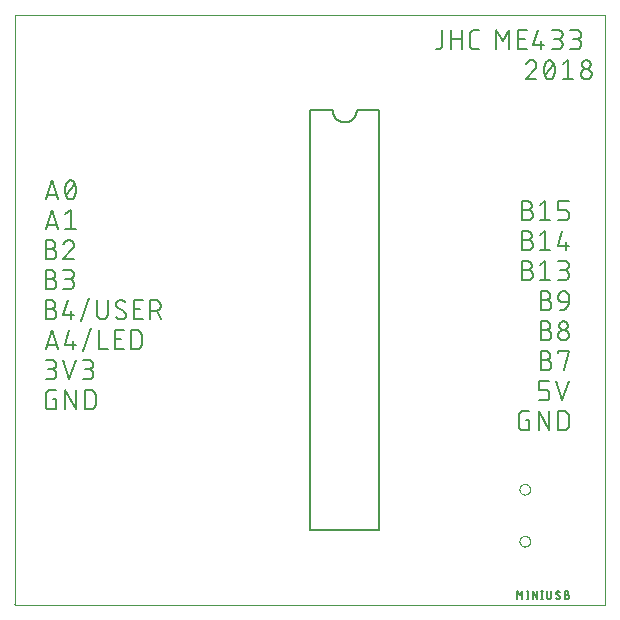
<source format=gto>
G75*
%MOIN*%
%OFA0B0*%
%FSLAX25Y25*%
%IPPOS*%
%LPD*%
%AMOC8*
5,1,8,0,0,1.08239X$1,22.5*
%
%ADD10C,0.00000*%
%ADD11C,0.00600*%
%ADD12R,0.00000X0.00000*%
%ADD13R,0.00001X0.00000*%
%ADD14R,0.00001X0.00000*%
%ADD15R,0.00001X0.00000*%
%ADD16R,0.00002X0.00000*%
%ADD17R,0.00002X0.00000*%
%ADD18R,0.00002X0.00000*%
%ADD19R,0.00002X0.00000*%
%ADD20R,0.00003X0.00000*%
%ADD21R,0.00003X0.00000*%
%ADD22R,0.00003X0.00000*%
%ADD23R,0.00003X0.00000*%
%ADD24R,0.00004X0.00000*%
%ADD25R,0.00004X0.00000*%
%ADD26R,0.00004X0.00000*%
%ADD27R,0.00004X0.00000*%
%ADD28R,0.00004X0.00000*%
%ADD29R,0.00004X0.00000*%
%ADD30R,0.00004X0.00000*%
%ADD31R,0.00004X0.00000*%
%ADD32R,0.00001X0.00000*%
%ADD33R,0.00001X0.00000*%
%ADD34R,0.00000X0.00000*%
%ADD35R,0.00002X0.00000*%
%ADD36R,0.00002X0.00000*%
%ADD37R,0.00001X0.00000*%
%ADD38R,0.00000X0.00000*%
%ADD39R,0.00002X0.00000*%
%ADD40R,0.00000X0.00000*%
%ADD41R,0.00002X0.00000*%
%ADD42R,0.00002X0.00000*%
%ADD43R,0.00001X0.00000*%
%ADD44R,0.00001X0.00000*%
%ADD45R,0.00002X0.00000*%
%ADD46R,0.00003X0.00000*%
%ADD47R,0.00003X0.00000*%
%ADD48R,0.00002X0.00000*%
%ADD49R,0.00002X0.00000*%
%ADD50R,0.00001X0.00000*%
%ADD51R,0.00003X0.00000*%
%ADD52R,0.00001X0.00000*%
%ADD53R,0.00003X0.00000*%
%ADD54R,0.00002X0.00000*%
%ADD55R,0.00001X0.00000*%
%ADD56R,0.00004X0.00000*%
%ADD57R,0.00002X0.00000*%
%ADD58R,0.00004X0.00000*%
%ADD59R,0.00001X0.00000*%
%ADD60R,0.00004X0.00000*%
%ADD61R,0.00004X0.00000*%
%ADD62R,0.00001X0.00000*%
%ADD63R,0.00005X0.00000*%
%ADD64R,0.00009X0.00000*%
%ADD65R,0.00004X0.00000*%
%ADD66R,0.00002X0.00000*%
%ADD67R,0.00001X0.00000*%
%ADD68R,0.00001X0.00000*%
%ADD69R,0.00004X0.00000*%
%ADD70R,0.00002X0.00000*%
%ADD71R,0.00005X0.00000*%
%ADD72R,0.00009X0.00000*%
%ADD73R,0.00005X0.00000*%
%ADD74R,0.00002X0.00000*%
%ADD75R,0.00005X0.00000*%
%ADD76R,0.00002X0.00000*%
%ADD77R,0.00005X0.00000*%
%ADD78R,0.00005X0.00000*%
%ADD79R,0.00009X0.00000*%
%ADD80R,0.00005X0.00000*%
%ADD81R,0.00002X0.00000*%
%ADD82R,0.00005X0.00000*%
%ADD83R,0.00005X0.00000*%
%ADD84R,0.00002X0.00000*%
%ADD85R,0.00006X0.00000*%
%ADD86R,0.00009X0.00000*%
%ADD87R,0.00006X0.00000*%
%ADD88R,0.00003X0.00000*%
%ADD89R,0.00002X0.00000*%
%ADD90R,0.00002X0.00000*%
%ADD91R,0.00006X0.00000*%
%ADD92R,0.00010X0.00000*%
%ADD93R,0.00006X0.00000*%
%ADD94R,0.00003X0.00000*%
%ADD95R,0.00003X0.00000*%
%ADD96R,0.00002X0.00000*%
%ADD97R,0.00003X0.00000*%
%ADD98R,0.00006X0.00000*%
%ADD99R,0.00002X0.00000*%
%ADD100R,0.00006X0.00000*%
%ADD101R,0.00005X0.00000*%
%ADD102R,0.00006X0.00000*%
%ADD103R,0.00003X0.00000*%
%ADD104R,0.00006X0.00000*%
%ADD105R,0.00007X0.00000*%
%ADD106R,0.00010X0.00000*%
%ADD107R,0.00007X0.00000*%
%ADD108R,0.00003X0.00000*%
%ADD109R,0.00006X0.00000*%
%ADD110R,0.00003X0.00000*%
%ADD111R,0.00006X0.00000*%
%ADD112R,0.00005X0.00000*%
%ADD113R,0.00006X0.00000*%
%ADD114R,0.00003X0.00000*%
%ADD115R,0.00006X0.00000*%
%ADD116R,0.00007X0.00000*%
%ADD117R,0.00010X0.00000*%
%ADD118R,0.00007X0.00000*%
%ADD119R,0.00003X0.00000*%
%ADD120R,0.00004X0.00000*%
%ADD121R,0.00003X0.00000*%
%ADD122R,0.00006X0.00000*%
%ADD123R,0.00011X0.00000*%
%ADD124R,0.00006X0.00000*%
%ADD125R,0.00007X0.00000*%
%ADD126R,0.00010X0.00000*%
%ADD127R,0.00007X0.00000*%
%ADD128R,0.00006X0.00000*%
%ADD129R,0.00007X0.00000*%
%ADD130R,0.00011X0.00000*%
%ADD131R,0.00010X0.00000*%
%ADD132R,0.00007X0.00000*%
%ADD133R,0.00008X0.00000*%
%ADD134R,0.00010X0.00000*%
%ADD135R,0.00007X0.00000*%
%ADD136R,0.00004X0.00000*%
%ADD137R,0.00007X0.00000*%
%ADD138R,0.00007X0.00000*%
%ADD139R,0.00012X0.00000*%
%ADD140R,0.00008X0.00000*%
%ADD141R,0.00010X0.00000*%
%ADD142R,0.00008X0.00000*%
%ADD143R,0.00004X0.00000*%
%ADD144R,0.00007X0.00000*%
%ADD145R,0.00007X0.00000*%
%ADD146R,0.00012X0.00000*%
%ADD147R,0.00010X0.00000*%
%ADD148R,0.00007X0.00000*%
%ADD149R,0.00008X0.00000*%
%ADD150R,0.00010X0.00000*%
%ADD151R,0.00008X0.00000*%
%ADD152R,0.00012X0.00000*%
%ADD153R,0.00008X0.00000*%
%ADD154R,0.00011X0.00000*%
%ADD155R,0.00008X0.00000*%
%ADD156R,0.00003X0.00000*%
%ADD157R,0.00012X0.00000*%
%ADD158R,0.00008X0.00000*%
%ADD159R,0.00009X0.00000*%
%ADD160R,0.00011X0.00000*%
%ADD161R,0.00008X0.00000*%
%ADD162R,0.00004X0.00000*%
%ADD163R,0.00004X0.00000*%
%ADD164R,0.00003X0.00000*%
%ADD165R,0.00003X0.00000*%
%ADD166R,0.00007X0.00000*%
%ADD167R,0.00003X0.00000*%
%ADD168R,0.00008X0.00000*%
%ADD169R,0.00012X0.00000*%
%ADD170R,0.00007X0.00000*%
%ADD171R,0.00008X0.00000*%
%ADD172R,0.00011X0.00000*%
%ADD173R,0.00009X0.00000*%
%ADD174R,0.00004X0.00000*%
%ADD175R,0.00007X0.00000*%
%ADD176R,0.00008X0.00000*%
%ADD177R,0.00013X0.00000*%
%ADD178R,0.00008X0.00000*%
%ADD179R,0.00009X0.00000*%
%ADD180R,0.00011X0.00000*%
%ADD181R,0.00009X0.00000*%
%ADD182R,0.00009X0.00000*%
%ADD183R,0.00013X0.00000*%
%ADD184R,0.00009X0.00000*%
%ADD185R,0.00011X0.00000*%
%ADD186R,0.00009X0.00000*%
%ADD187R,0.00009X0.00000*%
%ADD188R,0.00013X0.00000*%
%ADD189R,0.00003X0.00000*%
%ADD190R,0.00009X0.00000*%
%ADD191R,0.00009X0.00000*%
%ADD192R,0.00004X0.00000*%
%ADD193R,0.00013X0.00000*%
%ADD194R,0.00009X0.00000*%
%ADD195R,0.00011X0.00000*%
%ADD196R,0.00009X0.00000*%
%ADD197R,0.00010X0.00000*%
%ADD198R,0.00011X0.00000*%
%ADD199R,0.00007X0.00000*%
%ADD200R,0.00013X0.00000*%
%ADD201R,0.00011X0.00000*%
%ADD202R,0.00013X0.00000*%
%ADD203R,0.00010X0.00000*%
%ADD204R,0.00011X0.00000*%
%ADD205R,0.00010X0.00000*%
%ADD206R,0.00007X0.00000*%
%ADD207R,0.00009X0.00000*%
%ADD208R,0.00013X0.00000*%
%ADD209R,0.00003X0.00000*%
%ADD210R,0.00009X0.00000*%
%ADD211R,0.00012X0.00000*%
%ADD212R,0.00013X0.00000*%
%ADD213R,0.00007X0.00000*%
%ADD214R,0.00014X0.00000*%
%ADD215R,0.00012X0.00000*%
%ADD216R,0.00010X0.00000*%
%ADD217R,0.00014X0.00000*%
%ADD218R,0.00010X0.00000*%
%ADD219R,0.00014X0.00000*%
%ADD220R,0.00010X0.00000*%
%ADD221R,0.00011X0.00000*%
%ADD222R,0.00011X0.00000*%
%ADD223R,0.00010X0.00000*%
%ADD224R,0.00014X0.00000*%
%ADD225R,0.00012X0.00000*%
%ADD226R,0.00011X0.00000*%
%ADD227R,0.00014X0.00000*%
%ADD228R,0.00011X0.00000*%
%ADD229R,0.00012X0.00000*%
%ADD230R,0.00011X0.00000*%
%ADD231R,0.00004X0.00000*%
%ADD232R,0.00008X0.00000*%
%ADD233R,0.00011X0.00000*%
%ADD234R,0.00014X0.00000*%
%ADD235R,0.00007X0.00000*%
%ADD236R,0.00010X0.00000*%
%ADD237R,0.00011X0.00000*%
%ADD238R,0.00012X0.00000*%
%ADD239R,0.00011X0.00000*%
%ADD240R,0.00014X0.00000*%
%ADD241R,0.00011X0.00000*%
%ADD242R,0.00011X0.00000*%
%ADD243R,0.00005X0.00000*%
%ADD244R,0.00005X0.00000*%
%ADD245R,0.00002X0.00000*%
%ADD246R,0.00004X0.00000*%
%ADD247R,0.00012X0.00000*%
%ADD248R,0.00001X0.00000*%
%ADD249R,0.00000X0.00000*%
%ADD250R,0.00012X0.00000*%
%ADD251R,0.00012X0.00000*%
%ADD252R,0.00012X0.00000*%
%ADD253R,0.00004X0.00000*%
%ADD254R,0.00004X0.00000*%
%ADD255R,0.00004X0.00000*%
%ADD256R,0.00004X0.00000*%
%ADD257R,0.00004X0.00000*%
%ADD258R,0.00012X0.00000*%
%ADD259R,0.00012X0.00000*%
%ADD260R,0.00012X0.00000*%
%ADD261R,0.00006X0.00000*%
%ADD262R,0.00004X0.00000*%
%ADD263R,0.00005X0.00000*%
%ADD264R,0.00005X0.00000*%
%ADD265R,0.00005X0.00000*%
%ADD266R,0.00005X0.00000*%
%ADD267R,0.00005X0.00000*%
%ADD268R,0.00005X0.00000*%
%ADD269R,0.00004X0.00000*%
%ADD270R,0.00004X0.00000*%
%ADD271R,0.00005X0.00000*%
%ADD272R,0.00005X0.00000*%
%ADD273R,0.00005X0.00000*%
%ADD274R,0.00005X0.00000*%
%ADD275R,0.00004X0.00000*%
%ADD276R,0.00005X0.00000*%
%ADD277R,0.00005X0.00000*%
%ADD278R,0.00005X0.00000*%
%ADD279R,0.00003X0.00000*%
%ADD280R,0.00006X0.00000*%
%ADD281R,0.00006X0.00000*%
%ADD282R,0.00006X0.00000*%
%ADD283R,0.00003X0.00000*%
%ADD284R,0.00007X0.00000*%
%ADD285R,0.00006X0.00000*%
%ADD286R,0.00006X0.00000*%
%ADD287R,0.00007X0.00000*%
%ADD288R,0.00002X0.00000*%
%ADD289R,0.00007X0.00000*%
%ADD290R,0.00002X0.00000*%
%ADD291R,0.00008X0.00000*%
%ADD292R,0.00001X0.00000*%
%ADD293R,0.00008X0.00000*%
%ADD294R,0.00009X0.00000*%
%ADD295R,0.00003X0.00000*%
%ADD296R,0.00011X0.00000*%
%ADD297R,0.00011X0.00000*%
%ADD298R,0.00008X0.00000*%
%ADD299R,0.00010X0.00000*%
%ADD300R,0.00010X0.00000*%
%ADD301R,0.00010X0.00000*%
%ADD302R,0.00001X0.00000*%
%ADD303R,0.00010X0.00000*%
%ADD304R,0.00010X0.00000*%
%ADD305R,0.00012X0.00000*%
%ADD306R,0.00012X0.00000*%
%ADD307R,0.00012X0.00000*%
%ADD308R,0.00000X0.00000*%
%ADD309R,0.00008X0.00000*%
%ADD310R,0.00008X0.00000*%
%ADD311R,0.00013X0.00000*%
%ADD312R,0.00008X0.00000*%
%ADD313R,0.00013X0.00000*%
%ADD314R,0.00013X0.00000*%
%ADD315R,0.00013X0.00000*%
%ADD316R,0.00006X0.00000*%
%ADD317R,0.00002X0.00000*%
%ADD318R,0.00006X0.00000*%
%ADD319R,0.00008X0.00000*%
%ADD320R,0.00008X0.00000*%
%ADD321R,0.00004X0.00000*%
%ADD322R,0.00004X0.00000*%
%ADD323R,0.00004X0.00000*%
%ADD324R,0.00005X0.00000*%
%ADD325R,0.00005X0.00000*%
%ADD326R,0.00005X0.00000*%
%ADD327R,0.00004X0.00000*%
%ADD328R,0.00004X0.00000*%
%ADD329R,0.00005X0.00000*%
%ADD330R,0.00012X0.00000*%
%ADD331R,0.00011X0.00000*%
%ADD332R,0.00011X0.00000*%
%ADD333R,0.00010X0.00000*%
%ADD334R,0.00010X0.00000*%
%ADD335R,0.00011X0.00000*%
%ADD336R,0.00011X0.00000*%
%ADD337R,0.00010X0.00000*%
%ADD338R,0.00011X0.00000*%
%ADD339R,0.00011X0.00000*%
%ADD340R,0.00011X0.00000*%
%ADD341R,0.00009X0.00000*%
%ADD342R,0.00011X0.00000*%
%ADD343R,0.00009X0.00000*%
%ADD344R,0.00009X0.00000*%
%ADD345R,0.00009X0.00000*%
%ADD346R,0.00010X0.00000*%
%ADD347R,0.00010X0.00000*%
%ADD348R,0.00008X0.00000*%
%ADD349R,0.00010X0.00000*%
%ADD350R,0.00008X0.00000*%
%ADD351R,0.00007X0.00000*%
%ADD352R,0.00007X0.00000*%
%ADD353R,0.00003X0.00000*%
%ADD354R,0.00006X0.00000*%
%ADD355R,0.00006X0.00000*%
%ADD356R,0.00009X0.00000*%
%ADD357R,0.00005X0.00000*%
%ADD358R,0.00009X0.00000*%
%ADD359R,0.00002X0.00000*%
%ADD360R,0.00005X0.00000*%
%ADD361R,0.00001X0.00000*%
%ADD362R,0.00000X0.00000*%
%ADD363R,0.00006X0.00000*%
%ADD364R,0.00003X0.00000*%
%ADD365R,0.00001X0.00000*%
%ADD366R,0.00001X0.00000*%
%ADD367R,0.00000X0.00000*%
%ADD368R,0.00000X0.00000*%
%ADD369R,0.00000X0.00000*%
%ADD370R,0.00001X0.00000*%
%ADD371R,0.00003X0.00000*%
%ADD372R,0.00005X0.00000*%
%ADD373R,0.00007X0.00000*%
%ADD374R,0.00008X0.00000*%
%ADD375R,0.00009X0.00000*%
%ADD376R,0.00011X0.00000*%
%ADD377R,0.00013X0.00000*%
%ADD378R,0.00013X0.00000*%
%ADD379R,0.00006X0.00000*%
%ADD380R,0.00007X0.00000*%
%ADD381R,0.00014X0.00000*%
%ADD382R,0.00007X0.00000*%
%ADD383R,0.00006X0.00000*%
%ADD384R,0.00003X0.00000*%
%ADD385R,0.00006X0.00000*%
%ADD386R,0.00007X0.00000*%
%ADD387R,0.00005X0.00000*%
%ADD388R,0.00007X0.00000*%
%ADD389R,0.00005X0.00000*%
%ADD390R,0.00015X0.00000*%
%ADD391R,0.00015X0.00000*%
%ADD392R,0.00015X0.00000*%
%ADD393R,0.00015X0.00000*%
%ADD394R,0.00015X0.00000*%
%ADD395R,0.00014X0.00000*%
%ADD396R,0.00014X0.00000*%
%ADD397R,0.00014X0.00000*%
%ADD398R,0.00014X0.00000*%
%ADD399R,0.00014X0.00000*%
%ADD400R,0.00014X0.00000*%
%ADD401R,0.00013X0.00000*%
%ADD402R,0.00013X0.00000*%
%ADD403R,0.00013X0.00000*%
%ADD404R,0.00013X0.00000*%
%ADD405R,0.00005X0.00000*%
%ADD406R,0.00013X0.00000*%
%ADD407R,0.00013X0.00000*%
%ADD408R,0.00006X0.00000*%
%ADD409R,0.00001X0.00000*%
%ADD410R,0.00005X0.00000*%
%ADD411R,0.00004X0.00000*%
%ADD412R,0.00005X0.00000*%
%ADD413R,0.00006X0.00000*%
%ADD414R,0.00006X0.00000*%
%ADD415R,0.00010X0.00000*%
%ADD416R,0.00014X0.00000*%
%ADD417R,0.00015X0.00000*%
%ADD418R,0.00015X0.00000*%
%ADD419R,0.00015X0.00000*%
%ADD420R,0.00016X0.00000*%
%ADD421R,0.00015X0.00000*%
%ADD422R,0.00016X0.00000*%
%ADD423R,0.00016X0.00000*%
%ADD424R,0.00016X0.00000*%
%ADD425R,0.00017X0.00000*%
%ADD426R,0.00016X0.00000*%
%ADD427R,0.00017X0.00000*%
%ADD428R,0.00017X0.00000*%
%ADD429R,0.00017X0.00000*%
%ADD430R,0.00017X0.00000*%
%ADD431R,0.00017X0.00000*%
%ADD432R,0.00017X0.00000*%
%ADD433R,0.00017X0.00000*%
%ADD434R,0.00018X0.00000*%
%ADD435R,0.00017X0.00000*%
%ADD436R,0.00018X0.00000*%
%ADD437R,0.00018X0.00000*%
%ADD438R,0.00017X0.00000*%
%ADD439R,0.00017X0.00000*%
%ADD440R,0.00017X0.00000*%
%ADD441R,0.00016X0.00000*%
%ADD442R,0.00016X0.00000*%
%ADD443R,0.00016X0.00000*%
%ADD444R,0.00016X0.00000*%
%ADD445R,0.00015X0.00000*%
%ADD446R,0.00015X0.00000*%
%ADD447R,0.00004X0.00000*%
%ADD448R,0.00015X0.00000*%
%ADD449R,0.00014X0.00000*%
%ADD450R,0.00014X0.00000*%
%ADD451R,0.00013X0.00000*%
%ADD452R,0.00013X0.00000*%
%ADD453R,0.00014X0.00000*%
%ADD454R,0.00014X0.00000*%
%ADD455R,0.00015X0.00000*%
%ADD456R,0.00016X0.00000*%
%ADD457R,0.00016X0.00000*%
%ADD458R,0.00016X0.00000*%
%ADD459R,0.00017X0.00000*%
%ADD460R,0.00017X0.00000*%
%ADD461R,0.00017X0.00000*%
%ADD462R,0.00017X0.00000*%
%ADD463R,0.00017X0.00000*%
%ADD464R,0.00017X0.00000*%
%ADD465R,0.00017X0.00000*%
%ADD466R,0.00016X0.00000*%
%ADD467R,0.00016X0.00000*%
%ADD468R,0.00016X0.00000*%
%ADD469R,0.00015X0.00000*%
%ADD470R,0.00015X0.00000*%
%ADD471R,0.00007X0.00000*%
%ADD472R,0.00009X0.00000*%
%ADD473R,0.00009X0.00000*%
%ADD474R,0.00023X0.00000*%
%ADD475R,0.00023X0.00000*%
%ADD476R,0.00022X0.00000*%
%ADD477R,0.00022X0.00000*%
%ADD478R,0.00022X0.00000*%
%ADD479R,0.00021X0.00000*%
%ADD480R,0.00021X0.00000*%
%ADD481R,0.00021X0.00000*%
%ADD482R,0.00020X0.00000*%
%ADD483R,0.00020X0.00000*%
%ADD484R,0.00020X0.00000*%
%ADD485R,0.00020X0.00000*%
%ADD486R,0.00019X0.00000*%
%ADD487R,0.00019X0.00000*%
%ADD488R,0.00018X0.00000*%
%ADD489R,0.00018X0.00000*%
%ADD490R,0.00016X0.00000*%
%ADD491R,0.00015X0.00000*%
%ADD492R,0.00000X0.00000*%
%ADD493R,0.00001X0.00000*%
%ADD494R,0.00002X0.00000*%
%ADD495R,0.00010X0.00000*%
%ADD496R,0.00010X0.00000*%
%ADD497R,0.00013X0.00000*%
%ADD498R,0.00014X0.00000*%
%ADD499R,0.00016X0.00000*%
%ADD500R,0.00016X0.00000*%
%ADD501R,0.00016X0.00000*%
%ADD502R,0.00018X0.00000*%
%ADD503R,0.00018X0.00000*%
%ADD504R,0.00010X0.00000*%
%ADD505R,0.00008X0.00000*%
%ADD506R,0.00007X0.00000*%
%ADD507R,0.00006X0.00000*%
%ADD508R,0.00006X0.00000*%
%ADD509R,0.00012X0.00000*%
%ADD510R,0.00010X0.00000*%
%ADD511R,0.00010X0.00000*%
%ADD512R,0.00008X0.00000*%
%ADD513R,0.00002X0.00000*%
%ADD514R,0.00001X0.00000*%
%ADD515R,0.00004X0.00000*%
%ADD516R,0.00002X0.00000*%
%ADD517R,0.00007X0.00000*%
%ADD518R,0.00018X0.00000*%
%ADD519R,0.00018X0.00000*%
%ADD520R,0.00018X0.00000*%
%ADD521R,0.00018X0.00000*%
%ADD522R,0.00018X0.00000*%
%ADD523R,0.00018X0.00000*%
%ADD524R,0.00018X0.00000*%
%ADD525R,0.00018X0.00000*%
%ADD526R,0.00016X0.00000*%
%ADD527R,0.00015X0.00000*%
%ADD528C,0.00400*%
%ADD529C,0.00800*%
%ADD530R,0.00984X0.00886*%
%ADD531C,0.00500*%
%ADD532C,0.00200*%
%ADD533C,0.00100*%
D10*
X0003000Y0003000D02*
X0003000Y0003000D01*
X0003000Y0003000D01*
X0003000Y0003000D01*
X0003000Y0003000D01*
X0003000Y0003000D01*
X0003000Y0003000D01*
X0003000Y0003000D01*
X0003000Y0003000D01*
X0003000Y0003000D01*
X0003000Y0003000D01*
X0003000Y0003000D01*
X0003000Y0003000D01*
X0003000Y0003000D01*
X0003000Y0003000D01*
X0003000Y0003000D01*
X0003000Y0003000D01*
X0003000Y0003000D01*
X0003000Y0003000D01*
X0003000Y0003000D01*
X0003000Y0003000D01*
X0003000Y0003000D01*
X0003000Y0003000D01*
X0003000Y0003000D01*
X0003000Y0003000D01*
X0003000Y0003001D02*
X0003000Y0199851D01*
X0199850Y0199851D01*
X0199850Y0003001D01*
X0003000Y0003001D01*
X0003001Y0003000D02*
X0003001Y0003000D01*
X0003001Y0003000D01*
X0003001Y0003000D01*
X0003001Y0003000D01*
X0003001Y0003000D01*
X0003001Y0003000D01*
X0003001Y0003000D01*
X0003001Y0003000D01*
X0003001Y0003000D01*
X0003001Y0003000D01*
X0003001Y0003000D01*
X0003001Y0003000D01*
X0003001Y0003000D01*
X0003001Y0003000D01*
X0003001Y0003000D01*
X0003001Y0003000D01*
X0003001Y0003000D01*
X0003001Y0003000D01*
X0003001Y0003000D01*
X0003001Y0003000D01*
X0003001Y0003000D01*
X0003001Y0003000D01*
X0003001Y0003000D01*
X0003001Y0003000D01*
X0003001Y0003000D01*
X0003001Y0003000D01*
X0003001Y0003000D01*
X0003001Y0003000D01*
X0003001Y0003000D01*
X0003001Y0003000D01*
X0003001Y0003000D01*
X0003001Y0003000D01*
X0003001Y0003000D01*
X0003001Y0003000D01*
X0003001Y0003000D01*
X0003001Y0003000D01*
X0003001Y0003000D01*
X0003001Y0003000D01*
X0003001Y0003000D01*
X0003001Y0003000D01*
X0003001Y0003000D01*
X0003001Y0003000D01*
X0003001Y0003000D01*
X0003001Y0003000D01*
X0003001Y0003000D01*
X0003001Y0003000D01*
X0003001Y0003000D01*
X0003001Y0003000D01*
X0003001Y0003000D01*
X0003001Y0003000D01*
X0003001Y0003000D01*
X0003001Y0003000D01*
X0003001Y0003000D01*
X0003001Y0003000D01*
X0003001Y0003000D01*
X0003001Y0003000D01*
X0003001Y0003000D01*
X0003001Y0003000D01*
X0003002Y0003000D01*
X0003002Y0003000D01*
X0003002Y0003000D01*
X0003002Y0003000D01*
X0003002Y0003000D01*
X0003002Y0003000D01*
X0003002Y0003000D01*
X0003002Y0003000D01*
X0003002Y0003000D01*
X0003002Y0003000D01*
X0003002Y0003000D01*
X0003002Y0003000D01*
X0003002Y0003000D01*
X0003002Y0003000D01*
X0003002Y0003000D01*
X0003002Y0003000D01*
X0003002Y0003000D01*
X0003002Y0003000D01*
X0003002Y0003000D01*
X0003002Y0003000D01*
X0003002Y0003000D01*
X0003002Y0003000D01*
X0003002Y0003000D01*
X0003002Y0003000D01*
X0003002Y0003000D01*
X0003002Y0003000D01*
X0003002Y0003000D01*
X0003002Y0003000D01*
X0003002Y0003000D01*
X0003002Y0003000D01*
X0003002Y0003000D01*
X0003002Y0003000D01*
X0003002Y0003000D01*
X0003002Y0003000D01*
X0003002Y0003000D01*
X0003002Y0003000D01*
X0003002Y0003000D01*
X0003002Y0003000D01*
X0003002Y0003000D01*
X0003002Y0003000D01*
X0003002Y0003000D01*
X0003002Y0003000D01*
X0003002Y0003000D01*
X0003002Y0003000D01*
X0003002Y0003000D01*
X0003002Y0003000D01*
X0003002Y0003000D01*
X0003002Y0003000D01*
X0003002Y0003000D01*
X0003001Y0003000D01*
X0003001Y0003000D01*
X0003001Y0003000D01*
X0003001Y0003000D01*
X0003001Y0003000D01*
X0003001Y0003000D01*
X0003002Y0003000D02*
X0003002Y0003000D01*
X0003002Y0003000D01*
X0003002Y0003000D01*
X0003002Y0003000D01*
X0003003Y0003000D02*
X0003003Y0003000D01*
X0003003Y0003000D01*
X0003003Y0003000D01*
X0003003Y0003000D01*
X0003003Y0003000D01*
X0003003Y0003000D01*
X0003003Y0003000D01*
X0003003Y0003000D01*
X0003003Y0003000D01*
X0003003Y0003000D01*
X0003003Y0003000D01*
X0003003Y0003000D01*
X0003003Y0003000D01*
X0003003Y0003000D01*
X0003003Y0003000D01*
X0003003Y0003000D01*
X0003003Y0003000D01*
X0003003Y0003000D01*
X0003003Y0003000D01*
X0003003Y0003000D01*
X0003003Y0003000D01*
X0003003Y0003000D01*
X0003003Y0003000D01*
X0003003Y0003000D01*
X0003003Y0003000D01*
X0003003Y0003000D01*
X0003003Y0003000D01*
X0003003Y0003000D01*
X0003003Y0003000D01*
X0003003Y0003000D01*
X0003003Y0003000D01*
X0003003Y0003000D01*
X0003003Y0003000D01*
X0003003Y0003000D01*
X0003003Y0003000D01*
X0003003Y0003000D01*
X0003003Y0003000D01*
X0003003Y0003000D01*
X0003003Y0003000D01*
X0003003Y0003000D01*
X0003003Y0003000D01*
X0003003Y0003000D01*
X0003003Y0003000D01*
X0003003Y0003000D01*
X0003003Y0003000D01*
X0003003Y0003000D01*
X0003003Y0003000D01*
X0003004Y0003000D01*
X0003004Y0003000D01*
X0003004Y0003000D01*
X0003004Y0003000D01*
X0003004Y0003000D01*
X0003004Y0003000D01*
X0003004Y0003000D01*
X0003004Y0003000D01*
X0003004Y0003000D01*
X0003004Y0003000D01*
X0003004Y0003000D01*
X0003004Y0003000D01*
X0003004Y0003000D01*
X0003004Y0003000D01*
X0003004Y0003000D01*
X0003004Y0003000D01*
X0003004Y0003000D01*
X0003004Y0003000D01*
X0003004Y0003000D01*
X0003004Y0003000D01*
X0003004Y0003000D01*
X0003004Y0003000D01*
X0003004Y0003000D01*
X0003004Y0003000D01*
X0003004Y0003000D01*
X0003004Y0003000D01*
X0003004Y0003000D01*
X0003004Y0003000D01*
X0003004Y0003000D01*
X0003004Y0003000D01*
X0003004Y0003000D01*
X0003004Y0003000D01*
X0003004Y0003000D01*
X0003004Y0003000D01*
X0003004Y0003000D01*
X0003004Y0003000D01*
X0003004Y0003000D01*
X0003004Y0003000D01*
X0003004Y0003000D01*
X0003004Y0003000D01*
X0003004Y0003000D01*
X0003004Y0003000D01*
X0003004Y0003000D01*
X0003004Y0003000D01*
X0003004Y0003000D01*
X0003004Y0003000D01*
X0003004Y0003000D01*
X0003004Y0003000D01*
X0003004Y0003000D01*
X0003004Y0003000D01*
X0003004Y0003000D01*
X0003004Y0003000D01*
X0003004Y0003000D01*
X0003004Y0003000D01*
X0003003Y0003000D02*
X0003003Y0003000D01*
X0003005Y0003000D02*
X0003005Y0003000D01*
X0003005Y0003000D01*
X0003005Y0003000D01*
X0003005Y0003000D01*
X0003005Y0003000D01*
X0003005Y0003000D01*
X0003005Y0003000D01*
X0003005Y0003000D01*
X0003005Y0003000D01*
X0003005Y0003000D01*
X0003005Y0003000D01*
X0003005Y0003000D01*
X0003005Y0003000D01*
X0003005Y0003000D01*
X0003005Y0003000D01*
X0003005Y0003000D01*
X0003005Y0003000D01*
X0003005Y0003000D01*
X0003005Y0003000D01*
X0003005Y0003000D01*
X0003005Y0003000D01*
X0003005Y0003000D01*
X0003005Y0003000D01*
X0003005Y0003000D01*
X0003005Y0003000D01*
X0171228Y0024339D02*
X0171230Y0024423D01*
X0171236Y0024506D01*
X0171246Y0024589D01*
X0171260Y0024672D01*
X0171277Y0024754D01*
X0171299Y0024835D01*
X0171324Y0024914D01*
X0171353Y0024993D01*
X0171386Y0025070D01*
X0171422Y0025145D01*
X0171462Y0025219D01*
X0171505Y0025291D01*
X0171552Y0025360D01*
X0171602Y0025427D01*
X0171655Y0025492D01*
X0171711Y0025554D01*
X0171769Y0025614D01*
X0171831Y0025671D01*
X0171895Y0025724D01*
X0171962Y0025775D01*
X0172031Y0025822D01*
X0172102Y0025867D01*
X0172175Y0025907D01*
X0172250Y0025944D01*
X0172327Y0025978D01*
X0172405Y0026008D01*
X0172484Y0026034D01*
X0172565Y0026057D01*
X0172647Y0026075D01*
X0172729Y0026090D01*
X0172812Y0026101D01*
X0172895Y0026108D01*
X0172979Y0026111D01*
X0173063Y0026110D01*
X0173146Y0026105D01*
X0173230Y0026096D01*
X0173312Y0026083D01*
X0173394Y0026067D01*
X0173475Y0026046D01*
X0173556Y0026022D01*
X0173634Y0025994D01*
X0173712Y0025962D01*
X0173788Y0025926D01*
X0173862Y0025887D01*
X0173934Y0025845D01*
X0174004Y0025799D01*
X0174072Y0025750D01*
X0174137Y0025698D01*
X0174200Y0025643D01*
X0174260Y0025585D01*
X0174318Y0025524D01*
X0174372Y0025460D01*
X0174424Y0025394D01*
X0174472Y0025326D01*
X0174517Y0025255D01*
X0174558Y0025182D01*
X0174597Y0025108D01*
X0174631Y0025032D01*
X0174662Y0024954D01*
X0174689Y0024875D01*
X0174713Y0024794D01*
X0174732Y0024713D01*
X0174748Y0024631D01*
X0174760Y0024548D01*
X0174768Y0024464D01*
X0174772Y0024381D01*
X0174772Y0024297D01*
X0174768Y0024214D01*
X0174760Y0024130D01*
X0174748Y0024047D01*
X0174732Y0023965D01*
X0174713Y0023884D01*
X0174689Y0023803D01*
X0174662Y0023724D01*
X0174631Y0023646D01*
X0174597Y0023570D01*
X0174558Y0023496D01*
X0174517Y0023423D01*
X0174472Y0023352D01*
X0174424Y0023284D01*
X0174372Y0023218D01*
X0174318Y0023154D01*
X0174260Y0023093D01*
X0174200Y0023035D01*
X0174137Y0022980D01*
X0174072Y0022928D01*
X0174004Y0022879D01*
X0173934Y0022833D01*
X0173862Y0022791D01*
X0173788Y0022752D01*
X0173712Y0022716D01*
X0173634Y0022684D01*
X0173556Y0022656D01*
X0173475Y0022632D01*
X0173394Y0022611D01*
X0173312Y0022595D01*
X0173230Y0022582D01*
X0173146Y0022573D01*
X0173063Y0022568D01*
X0172979Y0022567D01*
X0172895Y0022570D01*
X0172812Y0022577D01*
X0172729Y0022588D01*
X0172647Y0022603D01*
X0172565Y0022621D01*
X0172484Y0022644D01*
X0172405Y0022670D01*
X0172327Y0022700D01*
X0172250Y0022734D01*
X0172175Y0022771D01*
X0172102Y0022811D01*
X0172031Y0022856D01*
X0171962Y0022903D01*
X0171895Y0022954D01*
X0171831Y0023007D01*
X0171769Y0023064D01*
X0171711Y0023124D01*
X0171655Y0023186D01*
X0171602Y0023251D01*
X0171552Y0023318D01*
X0171505Y0023387D01*
X0171462Y0023459D01*
X0171422Y0023533D01*
X0171386Y0023608D01*
X0171353Y0023685D01*
X0171324Y0023764D01*
X0171299Y0023843D01*
X0171277Y0023924D01*
X0171260Y0024006D01*
X0171246Y0024089D01*
X0171236Y0024172D01*
X0171230Y0024255D01*
X0171228Y0024339D01*
X0171228Y0041662D02*
X0171230Y0041746D01*
X0171236Y0041829D01*
X0171246Y0041912D01*
X0171260Y0041995D01*
X0171277Y0042077D01*
X0171299Y0042158D01*
X0171324Y0042237D01*
X0171353Y0042316D01*
X0171386Y0042393D01*
X0171422Y0042468D01*
X0171462Y0042542D01*
X0171505Y0042614D01*
X0171552Y0042683D01*
X0171602Y0042750D01*
X0171655Y0042815D01*
X0171711Y0042877D01*
X0171769Y0042937D01*
X0171831Y0042994D01*
X0171895Y0043047D01*
X0171962Y0043098D01*
X0172031Y0043145D01*
X0172102Y0043190D01*
X0172175Y0043230D01*
X0172250Y0043267D01*
X0172327Y0043301D01*
X0172405Y0043331D01*
X0172484Y0043357D01*
X0172565Y0043380D01*
X0172647Y0043398D01*
X0172729Y0043413D01*
X0172812Y0043424D01*
X0172895Y0043431D01*
X0172979Y0043434D01*
X0173063Y0043433D01*
X0173146Y0043428D01*
X0173230Y0043419D01*
X0173312Y0043406D01*
X0173394Y0043390D01*
X0173475Y0043369D01*
X0173556Y0043345D01*
X0173634Y0043317D01*
X0173712Y0043285D01*
X0173788Y0043249D01*
X0173862Y0043210D01*
X0173934Y0043168D01*
X0174004Y0043122D01*
X0174072Y0043073D01*
X0174137Y0043021D01*
X0174200Y0042966D01*
X0174260Y0042908D01*
X0174318Y0042847D01*
X0174372Y0042783D01*
X0174424Y0042717D01*
X0174472Y0042649D01*
X0174517Y0042578D01*
X0174558Y0042505D01*
X0174597Y0042431D01*
X0174631Y0042355D01*
X0174662Y0042277D01*
X0174689Y0042198D01*
X0174713Y0042117D01*
X0174732Y0042036D01*
X0174748Y0041954D01*
X0174760Y0041871D01*
X0174768Y0041787D01*
X0174772Y0041704D01*
X0174772Y0041620D01*
X0174768Y0041537D01*
X0174760Y0041453D01*
X0174748Y0041370D01*
X0174732Y0041288D01*
X0174713Y0041207D01*
X0174689Y0041126D01*
X0174662Y0041047D01*
X0174631Y0040969D01*
X0174597Y0040893D01*
X0174558Y0040819D01*
X0174517Y0040746D01*
X0174472Y0040675D01*
X0174424Y0040607D01*
X0174372Y0040541D01*
X0174318Y0040477D01*
X0174260Y0040416D01*
X0174200Y0040358D01*
X0174137Y0040303D01*
X0174072Y0040251D01*
X0174004Y0040202D01*
X0173934Y0040156D01*
X0173862Y0040114D01*
X0173788Y0040075D01*
X0173712Y0040039D01*
X0173634Y0040007D01*
X0173556Y0039979D01*
X0173475Y0039955D01*
X0173394Y0039934D01*
X0173312Y0039918D01*
X0173230Y0039905D01*
X0173146Y0039896D01*
X0173063Y0039891D01*
X0172979Y0039890D01*
X0172895Y0039893D01*
X0172812Y0039900D01*
X0172729Y0039911D01*
X0172647Y0039926D01*
X0172565Y0039944D01*
X0172484Y0039967D01*
X0172405Y0039993D01*
X0172327Y0040023D01*
X0172250Y0040057D01*
X0172175Y0040094D01*
X0172102Y0040134D01*
X0172031Y0040179D01*
X0171962Y0040226D01*
X0171895Y0040277D01*
X0171831Y0040330D01*
X0171769Y0040387D01*
X0171711Y0040447D01*
X0171655Y0040509D01*
X0171602Y0040574D01*
X0171552Y0040641D01*
X0171505Y0040710D01*
X0171462Y0040782D01*
X0171422Y0040856D01*
X0171386Y0040931D01*
X0171353Y0041008D01*
X0171324Y0041087D01*
X0171299Y0041166D01*
X0171277Y0041247D01*
X0171260Y0041329D01*
X0171246Y0041412D01*
X0171236Y0041495D01*
X0171230Y0041578D01*
X0171228Y0041662D01*
D11*
X0172438Y0061301D02*
X0174571Y0061301D01*
X0174571Y0064856D01*
X0173505Y0064856D01*
X0171016Y0066278D02*
X0171018Y0066352D01*
X0171024Y0066427D01*
X0171034Y0066500D01*
X0171047Y0066574D01*
X0171064Y0066646D01*
X0171086Y0066717D01*
X0171110Y0066788D01*
X0171139Y0066856D01*
X0171171Y0066924D01*
X0171207Y0066989D01*
X0171245Y0067052D01*
X0171288Y0067114D01*
X0171333Y0067173D01*
X0171381Y0067229D01*
X0171432Y0067284D01*
X0171486Y0067335D01*
X0171543Y0067383D01*
X0171602Y0067428D01*
X0171664Y0067471D01*
X0171727Y0067509D01*
X0171792Y0067545D01*
X0171860Y0067577D01*
X0171928Y0067606D01*
X0171999Y0067630D01*
X0172070Y0067652D01*
X0172142Y0067669D01*
X0172216Y0067682D01*
X0172289Y0067692D01*
X0172364Y0067698D01*
X0172438Y0067700D01*
X0172438Y0067701D02*
X0174571Y0067701D01*
X0177580Y0067701D02*
X0181136Y0061301D01*
X0181136Y0067701D01*
X0184144Y0067701D02*
X0185922Y0067701D01*
X0184144Y0067701D02*
X0184144Y0061301D01*
X0185922Y0061301D01*
X0185922Y0061300D02*
X0186004Y0061302D01*
X0186086Y0061308D01*
X0186168Y0061317D01*
X0186249Y0061330D01*
X0186329Y0061347D01*
X0186409Y0061368D01*
X0186487Y0061392D01*
X0186564Y0061420D01*
X0186640Y0061451D01*
X0186715Y0061486D01*
X0186787Y0061525D01*
X0186858Y0061566D01*
X0186927Y0061611D01*
X0186993Y0061659D01*
X0187058Y0061710D01*
X0187120Y0061764D01*
X0187179Y0061821D01*
X0187236Y0061880D01*
X0187290Y0061942D01*
X0187341Y0062007D01*
X0187389Y0062073D01*
X0187434Y0062142D01*
X0187475Y0062213D01*
X0187514Y0062285D01*
X0187549Y0062360D01*
X0187580Y0062436D01*
X0187608Y0062513D01*
X0187632Y0062591D01*
X0187653Y0062671D01*
X0187670Y0062751D01*
X0187683Y0062832D01*
X0187692Y0062914D01*
X0187698Y0062996D01*
X0187700Y0063078D01*
X0187700Y0065923D01*
X0187698Y0066005D01*
X0187692Y0066087D01*
X0187683Y0066169D01*
X0187670Y0066250D01*
X0187653Y0066330D01*
X0187632Y0066410D01*
X0187608Y0066488D01*
X0187580Y0066565D01*
X0187549Y0066641D01*
X0187514Y0066716D01*
X0187475Y0066788D01*
X0187434Y0066859D01*
X0187389Y0066928D01*
X0187341Y0066994D01*
X0187290Y0067059D01*
X0187236Y0067121D01*
X0187179Y0067180D01*
X0187120Y0067237D01*
X0187058Y0067291D01*
X0186993Y0067342D01*
X0186927Y0067390D01*
X0186858Y0067435D01*
X0186787Y0067476D01*
X0186715Y0067515D01*
X0186640Y0067550D01*
X0186564Y0067581D01*
X0186487Y0067609D01*
X0186409Y0067633D01*
X0186329Y0067654D01*
X0186249Y0067671D01*
X0186168Y0067684D01*
X0186086Y0067693D01*
X0186004Y0067699D01*
X0185922Y0067701D01*
X0185567Y0071301D02*
X0187700Y0077701D01*
X0185922Y0081301D02*
X0187700Y0087701D01*
X0184144Y0087701D01*
X0184144Y0086989D01*
X0180056Y0087700D02*
X0180130Y0087698D01*
X0180205Y0087692D01*
X0180278Y0087682D01*
X0180352Y0087669D01*
X0180424Y0087652D01*
X0180495Y0087630D01*
X0180566Y0087606D01*
X0180634Y0087577D01*
X0180702Y0087545D01*
X0180767Y0087509D01*
X0180830Y0087471D01*
X0180892Y0087428D01*
X0180951Y0087383D01*
X0181008Y0087335D01*
X0181062Y0087284D01*
X0181113Y0087230D01*
X0181161Y0087173D01*
X0181206Y0087114D01*
X0181249Y0087052D01*
X0181287Y0086989D01*
X0181323Y0086924D01*
X0181355Y0086856D01*
X0181384Y0086788D01*
X0181408Y0086717D01*
X0181430Y0086646D01*
X0181447Y0086574D01*
X0181460Y0086500D01*
X0181470Y0086427D01*
X0181476Y0086352D01*
X0181478Y0086278D01*
X0181476Y0086204D01*
X0181470Y0086129D01*
X0181460Y0086056D01*
X0181447Y0085982D01*
X0181430Y0085910D01*
X0181408Y0085839D01*
X0181384Y0085768D01*
X0181355Y0085700D01*
X0181323Y0085632D01*
X0181287Y0085567D01*
X0181249Y0085504D01*
X0181206Y0085442D01*
X0181161Y0085383D01*
X0181113Y0085326D01*
X0181062Y0085272D01*
X0181008Y0085221D01*
X0180951Y0085173D01*
X0180892Y0085128D01*
X0180830Y0085085D01*
X0180767Y0085047D01*
X0180702Y0085011D01*
X0180634Y0084979D01*
X0180566Y0084950D01*
X0180495Y0084926D01*
X0180424Y0084904D01*
X0180352Y0084887D01*
X0180278Y0084874D01*
X0180205Y0084864D01*
X0180130Y0084858D01*
X0180056Y0084856D01*
X0178279Y0084856D01*
X0180056Y0084856D02*
X0180139Y0084854D01*
X0180222Y0084848D01*
X0180305Y0084838D01*
X0180388Y0084825D01*
X0180469Y0084807D01*
X0180550Y0084786D01*
X0180629Y0084761D01*
X0180707Y0084732D01*
X0180784Y0084700D01*
X0180859Y0084664D01*
X0180933Y0084625D01*
X0181004Y0084582D01*
X0181074Y0084536D01*
X0181141Y0084486D01*
X0181206Y0084434D01*
X0181268Y0084379D01*
X0181328Y0084320D01*
X0181385Y0084259D01*
X0181439Y0084196D01*
X0181490Y0084130D01*
X0181537Y0084061D01*
X0181582Y0083991D01*
X0181623Y0083918D01*
X0181660Y0083844D01*
X0181695Y0083768D01*
X0181725Y0083690D01*
X0181752Y0083612D01*
X0181775Y0083531D01*
X0181795Y0083450D01*
X0181810Y0083368D01*
X0181822Y0083286D01*
X0181830Y0083203D01*
X0181834Y0083120D01*
X0181834Y0083036D01*
X0181830Y0082953D01*
X0181822Y0082870D01*
X0181810Y0082788D01*
X0181795Y0082706D01*
X0181775Y0082625D01*
X0181752Y0082544D01*
X0181725Y0082466D01*
X0181695Y0082388D01*
X0181660Y0082312D01*
X0181623Y0082238D01*
X0181582Y0082165D01*
X0181537Y0082095D01*
X0181490Y0082026D01*
X0181439Y0081960D01*
X0181385Y0081897D01*
X0181328Y0081836D01*
X0181268Y0081777D01*
X0181206Y0081722D01*
X0181141Y0081670D01*
X0181074Y0081620D01*
X0181004Y0081574D01*
X0180933Y0081531D01*
X0180859Y0081492D01*
X0180784Y0081456D01*
X0180707Y0081424D01*
X0180629Y0081395D01*
X0180550Y0081370D01*
X0180469Y0081349D01*
X0180388Y0081331D01*
X0180305Y0081318D01*
X0180222Y0081308D01*
X0180139Y0081302D01*
X0180056Y0081300D01*
X0180056Y0081301D02*
X0178279Y0081301D01*
X0178279Y0087701D01*
X0180056Y0087701D01*
X0180056Y0091301D02*
X0178279Y0091301D01*
X0178279Y0097701D01*
X0180056Y0097701D01*
X0180056Y0097700D02*
X0180130Y0097698D01*
X0180205Y0097692D01*
X0180278Y0097682D01*
X0180352Y0097669D01*
X0180424Y0097652D01*
X0180495Y0097630D01*
X0180566Y0097606D01*
X0180634Y0097577D01*
X0180702Y0097545D01*
X0180767Y0097509D01*
X0180830Y0097471D01*
X0180892Y0097428D01*
X0180951Y0097383D01*
X0181008Y0097335D01*
X0181062Y0097284D01*
X0181113Y0097230D01*
X0181161Y0097173D01*
X0181206Y0097114D01*
X0181249Y0097052D01*
X0181287Y0096989D01*
X0181323Y0096924D01*
X0181355Y0096856D01*
X0181384Y0096788D01*
X0181408Y0096717D01*
X0181430Y0096646D01*
X0181447Y0096574D01*
X0181460Y0096500D01*
X0181470Y0096427D01*
X0181476Y0096352D01*
X0181478Y0096278D01*
X0181476Y0096204D01*
X0181470Y0096129D01*
X0181460Y0096056D01*
X0181447Y0095982D01*
X0181430Y0095910D01*
X0181408Y0095839D01*
X0181384Y0095768D01*
X0181355Y0095700D01*
X0181323Y0095632D01*
X0181287Y0095567D01*
X0181249Y0095504D01*
X0181206Y0095442D01*
X0181161Y0095383D01*
X0181113Y0095326D01*
X0181062Y0095272D01*
X0181008Y0095221D01*
X0180951Y0095173D01*
X0180892Y0095128D01*
X0180830Y0095085D01*
X0180767Y0095047D01*
X0180702Y0095011D01*
X0180634Y0094979D01*
X0180566Y0094950D01*
X0180495Y0094926D01*
X0180424Y0094904D01*
X0180352Y0094887D01*
X0180278Y0094874D01*
X0180205Y0094864D01*
X0180130Y0094858D01*
X0180056Y0094856D01*
X0178279Y0094856D01*
X0180056Y0094856D02*
X0180139Y0094854D01*
X0180222Y0094848D01*
X0180305Y0094838D01*
X0180388Y0094825D01*
X0180469Y0094807D01*
X0180550Y0094786D01*
X0180629Y0094761D01*
X0180707Y0094732D01*
X0180784Y0094700D01*
X0180859Y0094664D01*
X0180933Y0094625D01*
X0181004Y0094582D01*
X0181074Y0094536D01*
X0181141Y0094486D01*
X0181206Y0094434D01*
X0181268Y0094379D01*
X0181328Y0094320D01*
X0181385Y0094259D01*
X0181439Y0094196D01*
X0181490Y0094130D01*
X0181537Y0094061D01*
X0181582Y0093991D01*
X0181623Y0093918D01*
X0181660Y0093844D01*
X0181695Y0093768D01*
X0181725Y0093690D01*
X0181752Y0093612D01*
X0181775Y0093531D01*
X0181795Y0093450D01*
X0181810Y0093368D01*
X0181822Y0093286D01*
X0181830Y0093203D01*
X0181834Y0093120D01*
X0181834Y0093036D01*
X0181830Y0092953D01*
X0181822Y0092870D01*
X0181810Y0092788D01*
X0181795Y0092706D01*
X0181775Y0092625D01*
X0181752Y0092544D01*
X0181725Y0092466D01*
X0181695Y0092388D01*
X0181660Y0092312D01*
X0181623Y0092238D01*
X0181582Y0092165D01*
X0181537Y0092095D01*
X0181490Y0092026D01*
X0181439Y0091960D01*
X0181385Y0091897D01*
X0181328Y0091836D01*
X0181268Y0091777D01*
X0181206Y0091722D01*
X0181141Y0091670D01*
X0181074Y0091620D01*
X0181004Y0091574D01*
X0180933Y0091531D01*
X0180859Y0091492D01*
X0180784Y0091456D01*
X0180707Y0091424D01*
X0180629Y0091395D01*
X0180550Y0091370D01*
X0180469Y0091349D01*
X0180388Y0091331D01*
X0180305Y0091318D01*
X0180222Y0091308D01*
X0180139Y0091302D01*
X0180056Y0091300D01*
X0184144Y0093078D02*
X0184146Y0092995D01*
X0184152Y0092912D01*
X0184162Y0092829D01*
X0184175Y0092746D01*
X0184193Y0092665D01*
X0184214Y0092584D01*
X0184239Y0092505D01*
X0184268Y0092427D01*
X0184300Y0092350D01*
X0184336Y0092275D01*
X0184375Y0092201D01*
X0184418Y0092130D01*
X0184464Y0092060D01*
X0184514Y0091993D01*
X0184566Y0091928D01*
X0184621Y0091866D01*
X0184680Y0091806D01*
X0184741Y0091749D01*
X0184804Y0091695D01*
X0184870Y0091644D01*
X0184939Y0091597D01*
X0185009Y0091552D01*
X0185082Y0091511D01*
X0185156Y0091474D01*
X0185232Y0091439D01*
X0185310Y0091409D01*
X0185388Y0091382D01*
X0185469Y0091359D01*
X0185550Y0091339D01*
X0185632Y0091324D01*
X0185714Y0091312D01*
X0185797Y0091304D01*
X0185880Y0091300D01*
X0185964Y0091300D01*
X0186047Y0091304D01*
X0186130Y0091312D01*
X0186212Y0091324D01*
X0186294Y0091339D01*
X0186375Y0091359D01*
X0186456Y0091382D01*
X0186534Y0091409D01*
X0186612Y0091439D01*
X0186688Y0091474D01*
X0186762Y0091511D01*
X0186835Y0091552D01*
X0186905Y0091597D01*
X0186974Y0091644D01*
X0187040Y0091695D01*
X0187103Y0091749D01*
X0187164Y0091806D01*
X0187223Y0091866D01*
X0187278Y0091928D01*
X0187330Y0091993D01*
X0187380Y0092060D01*
X0187426Y0092130D01*
X0187469Y0092201D01*
X0187508Y0092275D01*
X0187544Y0092350D01*
X0187576Y0092427D01*
X0187605Y0092505D01*
X0187630Y0092584D01*
X0187651Y0092665D01*
X0187669Y0092746D01*
X0187682Y0092829D01*
X0187692Y0092912D01*
X0187698Y0092995D01*
X0187700Y0093078D01*
X0187698Y0093161D01*
X0187692Y0093244D01*
X0187682Y0093327D01*
X0187669Y0093410D01*
X0187651Y0093491D01*
X0187630Y0093572D01*
X0187605Y0093651D01*
X0187576Y0093729D01*
X0187544Y0093806D01*
X0187508Y0093881D01*
X0187469Y0093955D01*
X0187426Y0094026D01*
X0187380Y0094096D01*
X0187330Y0094163D01*
X0187278Y0094228D01*
X0187223Y0094290D01*
X0187164Y0094350D01*
X0187103Y0094407D01*
X0187040Y0094461D01*
X0186974Y0094512D01*
X0186905Y0094559D01*
X0186835Y0094604D01*
X0186762Y0094645D01*
X0186688Y0094682D01*
X0186612Y0094717D01*
X0186534Y0094747D01*
X0186456Y0094774D01*
X0186375Y0094797D01*
X0186294Y0094817D01*
X0186212Y0094832D01*
X0186130Y0094844D01*
X0186047Y0094852D01*
X0185964Y0094856D01*
X0185880Y0094856D01*
X0185797Y0094852D01*
X0185714Y0094844D01*
X0185632Y0094832D01*
X0185550Y0094817D01*
X0185469Y0094797D01*
X0185388Y0094774D01*
X0185310Y0094747D01*
X0185232Y0094717D01*
X0185156Y0094682D01*
X0185082Y0094645D01*
X0185009Y0094604D01*
X0184939Y0094559D01*
X0184870Y0094512D01*
X0184804Y0094461D01*
X0184741Y0094407D01*
X0184680Y0094350D01*
X0184621Y0094290D01*
X0184566Y0094228D01*
X0184514Y0094163D01*
X0184464Y0094096D01*
X0184418Y0094026D01*
X0184375Y0093955D01*
X0184336Y0093881D01*
X0184300Y0093806D01*
X0184268Y0093729D01*
X0184239Y0093651D01*
X0184214Y0093572D01*
X0184193Y0093491D01*
X0184175Y0093410D01*
X0184162Y0093327D01*
X0184152Y0093244D01*
X0184146Y0093161D01*
X0184144Y0093078D01*
X0184500Y0096278D02*
X0184502Y0096204D01*
X0184508Y0096129D01*
X0184518Y0096056D01*
X0184531Y0095982D01*
X0184548Y0095910D01*
X0184570Y0095839D01*
X0184594Y0095768D01*
X0184623Y0095700D01*
X0184655Y0095632D01*
X0184691Y0095567D01*
X0184729Y0095504D01*
X0184772Y0095442D01*
X0184817Y0095383D01*
X0184865Y0095326D01*
X0184916Y0095272D01*
X0184970Y0095221D01*
X0185027Y0095173D01*
X0185086Y0095128D01*
X0185148Y0095085D01*
X0185211Y0095047D01*
X0185276Y0095011D01*
X0185344Y0094979D01*
X0185412Y0094950D01*
X0185483Y0094926D01*
X0185554Y0094904D01*
X0185626Y0094887D01*
X0185700Y0094874D01*
X0185773Y0094864D01*
X0185848Y0094858D01*
X0185922Y0094856D01*
X0185996Y0094858D01*
X0186071Y0094864D01*
X0186144Y0094874D01*
X0186218Y0094887D01*
X0186290Y0094904D01*
X0186361Y0094926D01*
X0186432Y0094950D01*
X0186500Y0094979D01*
X0186568Y0095011D01*
X0186633Y0095047D01*
X0186696Y0095085D01*
X0186758Y0095128D01*
X0186817Y0095173D01*
X0186874Y0095221D01*
X0186928Y0095272D01*
X0186979Y0095326D01*
X0187027Y0095383D01*
X0187072Y0095442D01*
X0187115Y0095504D01*
X0187153Y0095567D01*
X0187189Y0095632D01*
X0187221Y0095700D01*
X0187250Y0095768D01*
X0187274Y0095839D01*
X0187296Y0095910D01*
X0187313Y0095982D01*
X0187326Y0096056D01*
X0187336Y0096129D01*
X0187342Y0096204D01*
X0187344Y0096278D01*
X0187342Y0096352D01*
X0187336Y0096427D01*
X0187326Y0096500D01*
X0187313Y0096574D01*
X0187296Y0096646D01*
X0187274Y0096717D01*
X0187250Y0096788D01*
X0187221Y0096856D01*
X0187189Y0096924D01*
X0187153Y0096989D01*
X0187115Y0097052D01*
X0187072Y0097114D01*
X0187027Y0097173D01*
X0186979Y0097230D01*
X0186928Y0097284D01*
X0186874Y0097335D01*
X0186817Y0097383D01*
X0186758Y0097428D01*
X0186696Y0097471D01*
X0186633Y0097509D01*
X0186568Y0097545D01*
X0186500Y0097577D01*
X0186432Y0097606D01*
X0186361Y0097630D01*
X0186290Y0097652D01*
X0186218Y0097669D01*
X0186144Y0097682D01*
X0186071Y0097692D01*
X0185996Y0097698D01*
X0185922Y0097700D01*
X0185848Y0097698D01*
X0185773Y0097692D01*
X0185700Y0097682D01*
X0185626Y0097669D01*
X0185554Y0097652D01*
X0185483Y0097630D01*
X0185412Y0097606D01*
X0185344Y0097577D01*
X0185276Y0097545D01*
X0185211Y0097509D01*
X0185148Y0097471D01*
X0185086Y0097428D01*
X0185027Y0097383D01*
X0184970Y0097335D01*
X0184916Y0097284D01*
X0184865Y0097230D01*
X0184817Y0097173D01*
X0184772Y0097114D01*
X0184729Y0097052D01*
X0184691Y0096989D01*
X0184655Y0096924D01*
X0184623Y0096856D01*
X0184594Y0096788D01*
X0184570Y0096717D01*
X0184548Y0096646D01*
X0184531Y0096574D01*
X0184518Y0096500D01*
X0184508Y0096427D01*
X0184502Y0096352D01*
X0184500Y0096278D01*
X0180056Y0101301D02*
X0178279Y0101301D01*
X0178279Y0107701D01*
X0180056Y0107701D01*
X0180056Y0107700D02*
X0180130Y0107698D01*
X0180205Y0107692D01*
X0180278Y0107682D01*
X0180352Y0107669D01*
X0180424Y0107652D01*
X0180495Y0107630D01*
X0180566Y0107606D01*
X0180634Y0107577D01*
X0180702Y0107545D01*
X0180767Y0107509D01*
X0180830Y0107471D01*
X0180892Y0107428D01*
X0180951Y0107383D01*
X0181008Y0107335D01*
X0181062Y0107284D01*
X0181113Y0107230D01*
X0181161Y0107173D01*
X0181206Y0107114D01*
X0181249Y0107052D01*
X0181287Y0106989D01*
X0181323Y0106924D01*
X0181355Y0106856D01*
X0181384Y0106788D01*
X0181408Y0106717D01*
X0181430Y0106646D01*
X0181447Y0106574D01*
X0181460Y0106500D01*
X0181470Y0106427D01*
X0181476Y0106352D01*
X0181478Y0106278D01*
X0181476Y0106204D01*
X0181470Y0106129D01*
X0181460Y0106056D01*
X0181447Y0105982D01*
X0181430Y0105910D01*
X0181408Y0105839D01*
X0181384Y0105768D01*
X0181355Y0105700D01*
X0181323Y0105632D01*
X0181287Y0105567D01*
X0181249Y0105504D01*
X0181206Y0105442D01*
X0181161Y0105383D01*
X0181113Y0105326D01*
X0181062Y0105272D01*
X0181008Y0105221D01*
X0180951Y0105173D01*
X0180892Y0105128D01*
X0180830Y0105085D01*
X0180767Y0105047D01*
X0180702Y0105011D01*
X0180634Y0104979D01*
X0180566Y0104950D01*
X0180495Y0104926D01*
X0180424Y0104904D01*
X0180352Y0104887D01*
X0180278Y0104874D01*
X0180205Y0104864D01*
X0180130Y0104858D01*
X0180056Y0104856D01*
X0178279Y0104856D01*
X0180056Y0104856D02*
X0180139Y0104854D01*
X0180222Y0104848D01*
X0180305Y0104838D01*
X0180388Y0104825D01*
X0180469Y0104807D01*
X0180550Y0104786D01*
X0180629Y0104761D01*
X0180707Y0104732D01*
X0180784Y0104700D01*
X0180859Y0104664D01*
X0180933Y0104625D01*
X0181004Y0104582D01*
X0181074Y0104536D01*
X0181141Y0104486D01*
X0181206Y0104434D01*
X0181268Y0104379D01*
X0181328Y0104320D01*
X0181385Y0104259D01*
X0181439Y0104196D01*
X0181490Y0104130D01*
X0181537Y0104061D01*
X0181582Y0103991D01*
X0181623Y0103918D01*
X0181660Y0103844D01*
X0181695Y0103768D01*
X0181725Y0103690D01*
X0181752Y0103612D01*
X0181775Y0103531D01*
X0181795Y0103450D01*
X0181810Y0103368D01*
X0181822Y0103286D01*
X0181830Y0103203D01*
X0181834Y0103120D01*
X0181834Y0103036D01*
X0181830Y0102953D01*
X0181822Y0102870D01*
X0181810Y0102788D01*
X0181795Y0102706D01*
X0181775Y0102625D01*
X0181752Y0102544D01*
X0181725Y0102466D01*
X0181695Y0102388D01*
X0181660Y0102312D01*
X0181623Y0102238D01*
X0181582Y0102165D01*
X0181537Y0102095D01*
X0181490Y0102026D01*
X0181439Y0101960D01*
X0181385Y0101897D01*
X0181328Y0101836D01*
X0181268Y0101777D01*
X0181206Y0101722D01*
X0181141Y0101670D01*
X0181074Y0101620D01*
X0181004Y0101574D01*
X0180933Y0101531D01*
X0180859Y0101492D01*
X0180784Y0101456D01*
X0180707Y0101424D01*
X0180629Y0101395D01*
X0180550Y0101370D01*
X0180469Y0101349D01*
X0180388Y0101331D01*
X0180305Y0101318D01*
X0180222Y0101308D01*
X0180139Y0101302D01*
X0180056Y0101300D01*
X0184856Y0101301D02*
X0184960Y0101303D01*
X0185064Y0101309D01*
X0185167Y0101318D01*
X0185270Y0101331D01*
X0185373Y0101348D01*
X0185474Y0101369D01*
X0185575Y0101393D01*
X0185675Y0101422D01*
X0185774Y0101453D01*
X0185872Y0101489D01*
X0185968Y0101528D01*
X0186063Y0101570D01*
X0186156Y0101616D01*
X0186248Y0101665D01*
X0186338Y0101717D01*
X0186425Y0101773D01*
X0186511Y0101832D01*
X0186594Y0101894D01*
X0186675Y0101959D01*
X0186754Y0102027D01*
X0186830Y0102098D01*
X0186903Y0102171D01*
X0186974Y0102247D01*
X0187042Y0102326D01*
X0187107Y0102407D01*
X0187169Y0102490D01*
X0187228Y0102576D01*
X0187284Y0102663D01*
X0187336Y0102753D01*
X0187385Y0102845D01*
X0187431Y0102938D01*
X0187473Y0103033D01*
X0187512Y0103129D01*
X0187548Y0103227D01*
X0187579Y0103326D01*
X0187608Y0103426D01*
X0187632Y0103527D01*
X0187653Y0103628D01*
X0187670Y0103731D01*
X0187683Y0103834D01*
X0187692Y0103937D01*
X0187698Y0104041D01*
X0187700Y0104145D01*
X0187700Y0105923D01*
X0187698Y0106006D01*
X0187692Y0106089D01*
X0187682Y0106172D01*
X0187669Y0106255D01*
X0187651Y0106336D01*
X0187630Y0106417D01*
X0187605Y0106496D01*
X0187576Y0106574D01*
X0187544Y0106651D01*
X0187508Y0106726D01*
X0187469Y0106800D01*
X0187426Y0106871D01*
X0187380Y0106941D01*
X0187330Y0107008D01*
X0187278Y0107073D01*
X0187223Y0107135D01*
X0187164Y0107195D01*
X0187103Y0107252D01*
X0187040Y0107306D01*
X0186974Y0107357D01*
X0186905Y0107404D01*
X0186835Y0107449D01*
X0186762Y0107490D01*
X0186688Y0107527D01*
X0186612Y0107562D01*
X0186534Y0107592D01*
X0186456Y0107619D01*
X0186375Y0107642D01*
X0186294Y0107662D01*
X0186212Y0107677D01*
X0186130Y0107689D01*
X0186047Y0107697D01*
X0185964Y0107701D01*
X0185880Y0107701D01*
X0185797Y0107697D01*
X0185714Y0107689D01*
X0185632Y0107677D01*
X0185550Y0107662D01*
X0185469Y0107642D01*
X0185388Y0107619D01*
X0185310Y0107592D01*
X0185232Y0107562D01*
X0185156Y0107527D01*
X0185082Y0107490D01*
X0185009Y0107449D01*
X0184939Y0107404D01*
X0184870Y0107357D01*
X0184804Y0107306D01*
X0184741Y0107252D01*
X0184680Y0107195D01*
X0184621Y0107135D01*
X0184566Y0107073D01*
X0184514Y0107008D01*
X0184464Y0106941D01*
X0184418Y0106871D01*
X0184375Y0106800D01*
X0184336Y0106726D01*
X0184300Y0106651D01*
X0184268Y0106574D01*
X0184239Y0106496D01*
X0184214Y0106417D01*
X0184193Y0106336D01*
X0184175Y0106255D01*
X0184162Y0106172D01*
X0184152Y0106089D01*
X0184146Y0106006D01*
X0184144Y0105923D01*
X0184144Y0105567D01*
X0184145Y0105567D02*
X0184147Y0105493D01*
X0184153Y0105418D01*
X0184163Y0105345D01*
X0184176Y0105271D01*
X0184193Y0105199D01*
X0184215Y0105128D01*
X0184239Y0105057D01*
X0184268Y0104989D01*
X0184300Y0104921D01*
X0184336Y0104856D01*
X0184374Y0104793D01*
X0184417Y0104731D01*
X0184462Y0104672D01*
X0184510Y0104615D01*
X0184561Y0104561D01*
X0184615Y0104510D01*
X0184672Y0104462D01*
X0184731Y0104417D01*
X0184793Y0104374D01*
X0184856Y0104336D01*
X0184921Y0104300D01*
X0184989Y0104268D01*
X0185057Y0104239D01*
X0185128Y0104215D01*
X0185199Y0104193D01*
X0185271Y0104176D01*
X0185345Y0104163D01*
X0185418Y0104153D01*
X0185493Y0104147D01*
X0185567Y0104145D01*
X0187700Y0104145D01*
X0185922Y0111301D02*
X0184144Y0111301D01*
X0185922Y0111300D02*
X0186005Y0111302D01*
X0186088Y0111308D01*
X0186171Y0111318D01*
X0186254Y0111331D01*
X0186335Y0111349D01*
X0186416Y0111370D01*
X0186495Y0111395D01*
X0186573Y0111424D01*
X0186650Y0111456D01*
X0186725Y0111492D01*
X0186799Y0111531D01*
X0186870Y0111574D01*
X0186940Y0111620D01*
X0187007Y0111670D01*
X0187072Y0111722D01*
X0187134Y0111777D01*
X0187194Y0111836D01*
X0187251Y0111897D01*
X0187305Y0111960D01*
X0187356Y0112026D01*
X0187403Y0112095D01*
X0187448Y0112165D01*
X0187489Y0112238D01*
X0187526Y0112312D01*
X0187561Y0112388D01*
X0187591Y0112466D01*
X0187618Y0112544D01*
X0187641Y0112625D01*
X0187661Y0112706D01*
X0187676Y0112788D01*
X0187688Y0112870D01*
X0187696Y0112953D01*
X0187700Y0113036D01*
X0187700Y0113120D01*
X0187696Y0113203D01*
X0187688Y0113286D01*
X0187676Y0113368D01*
X0187661Y0113450D01*
X0187641Y0113531D01*
X0187618Y0113612D01*
X0187591Y0113690D01*
X0187561Y0113768D01*
X0187526Y0113844D01*
X0187489Y0113918D01*
X0187448Y0113991D01*
X0187403Y0114061D01*
X0187356Y0114130D01*
X0187305Y0114196D01*
X0187251Y0114259D01*
X0187194Y0114320D01*
X0187134Y0114379D01*
X0187072Y0114434D01*
X0187007Y0114486D01*
X0186940Y0114536D01*
X0186870Y0114582D01*
X0186799Y0114625D01*
X0186725Y0114664D01*
X0186650Y0114700D01*
X0186573Y0114732D01*
X0186495Y0114761D01*
X0186416Y0114786D01*
X0186335Y0114807D01*
X0186254Y0114825D01*
X0186171Y0114838D01*
X0186088Y0114848D01*
X0186005Y0114854D01*
X0185922Y0114856D01*
X0186278Y0114856D02*
X0184856Y0114856D01*
X0186278Y0114856D02*
X0186352Y0114858D01*
X0186427Y0114864D01*
X0186500Y0114874D01*
X0186574Y0114887D01*
X0186646Y0114904D01*
X0186717Y0114926D01*
X0186788Y0114950D01*
X0186856Y0114979D01*
X0186924Y0115011D01*
X0186989Y0115047D01*
X0187052Y0115085D01*
X0187114Y0115128D01*
X0187173Y0115173D01*
X0187230Y0115221D01*
X0187284Y0115272D01*
X0187335Y0115326D01*
X0187383Y0115383D01*
X0187428Y0115442D01*
X0187471Y0115504D01*
X0187509Y0115567D01*
X0187545Y0115632D01*
X0187577Y0115700D01*
X0187606Y0115768D01*
X0187630Y0115839D01*
X0187652Y0115910D01*
X0187669Y0115982D01*
X0187682Y0116056D01*
X0187692Y0116129D01*
X0187698Y0116204D01*
X0187700Y0116278D01*
X0187698Y0116352D01*
X0187692Y0116427D01*
X0187682Y0116500D01*
X0187669Y0116574D01*
X0187652Y0116646D01*
X0187630Y0116717D01*
X0187606Y0116788D01*
X0187577Y0116856D01*
X0187545Y0116924D01*
X0187509Y0116989D01*
X0187471Y0117052D01*
X0187428Y0117114D01*
X0187383Y0117173D01*
X0187335Y0117230D01*
X0187284Y0117284D01*
X0187230Y0117335D01*
X0187173Y0117383D01*
X0187114Y0117428D01*
X0187052Y0117471D01*
X0186989Y0117509D01*
X0186924Y0117545D01*
X0186856Y0117577D01*
X0186788Y0117606D01*
X0186717Y0117630D01*
X0186646Y0117652D01*
X0186574Y0117669D01*
X0186500Y0117682D01*
X0186427Y0117692D01*
X0186352Y0117698D01*
X0186278Y0117700D01*
X0186278Y0117701D02*
X0184144Y0117701D01*
X0179768Y0117701D02*
X0179768Y0111301D01*
X0177990Y0111301D02*
X0181546Y0111301D01*
X0177990Y0116278D02*
X0179768Y0117701D01*
X0179768Y0121301D02*
X0179768Y0127701D01*
X0177990Y0126278D01*
X0173902Y0124856D02*
X0173976Y0124858D01*
X0174051Y0124864D01*
X0174124Y0124874D01*
X0174198Y0124887D01*
X0174270Y0124904D01*
X0174341Y0124926D01*
X0174412Y0124950D01*
X0174480Y0124979D01*
X0174548Y0125011D01*
X0174613Y0125047D01*
X0174676Y0125085D01*
X0174738Y0125128D01*
X0174797Y0125173D01*
X0174854Y0125221D01*
X0174908Y0125272D01*
X0174959Y0125326D01*
X0175007Y0125383D01*
X0175052Y0125442D01*
X0175095Y0125504D01*
X0175133Y0125567D01*
X0175169Y0125632D01*
X0175201Y0125700D01*
X0175230Y0125768D01*
X0175254Y0125839D01*
X0175276Y0125910D01*
X0175293Y0125982D01*
X0175306Y0126056D01*
X0175316Y0126129D01*
X0175322Y0126204D01*
X0175324Y0126278D01*
X0175322Y0126352D01*
X0175316Y0126427D01*
X0175306Y0126500D01*
X0175293Y0126574D01*
X0175276Y0126646D01*
X0175254Y0126717D01*
X0175230Y0126788D01*
X0175201Y0126856D01*
X0175169Y0126924D01*
X0175133Y0126989D01*
X0175095Y0127052D01*
X0175052Y0127114D01*
X0175007Y0127173D01*
X0174959Y0127230D01*
X0174908Y0127284D01*
X0174854Y0127335D01*
X0174797Y0127383D01*
X0174738Y0127428D01*
X0174676Y0127471D01*
X0174613Y0127509D01*
X0174548Y0127545D01*
X0174480Y0127577D01*
X0174412Y0127606D01*
X0174341Y0127630D01*
X0174270Y0127652D01*
X0174198Y0127669D01*
X0174124Y0127682D01*
X0174051Y0127692D01*
X0173976Y0127698D01*
X0173902Y0127700D01*
X0173902Y0127701D02*
X0172125Y0127701D01*
X0172125Y0121301D01*
X0173902Y0121301D01*
X0173902Y0121300D02*
X0173985Y0121302D01*
X0174068Y0121308D01*
X0174151Y0121318D01*
X0174234Y0121331D01*
X0174315Y0121349D01*
X0174396Y0121370D01*
X0174475Y0121395D01*
X0174553Y0121424D01*
X0174630Y0121456D01*
X0174705Y0121492D01*
X0174779Y0121531D01*
X0174850Y0121574D01*
X0174920Y0121620D01*
X0174987Y0121670D01*
X0175052Y0121722D01*
X0175114Y0121777D01*
X0175174Y0121836D01*
X0175231Y0121897D01*
X0175285Y0121960D01*
X0175336Y0122026D01*
X0175383Y0122095D01*
X0175428Y0122165D01*
X0175469Y0122238D01*
X0175506Y0122312D01*
X0175541Y0122388D01*
X0175571Y0122466D01*
X0175598Y0122544D01*
X0175621Y0122625D01*
X0175641Y0122706D01*
X0175656Y0122788D01*
X0175668Y0122870D01*
X0175676Y0122953D01*
X0175680Y0123036D01*
X0175680Y0123120D01*
X0175676Y0123203D01*
X0175668Y0123286D01*
X0175656Y0123368D01*
X0175641Y0123450D01*
X0175621Y0123531D01*
X0175598Y0123612D01*
X0175571Y0123690D01*
X0175541Y0123768D01*
X0175506Y0123844D01*
X0175469Y0123918D01*
X0175428Y0123991D01*
X0175383Y0124061D01*
X0175336Y0124130D01*
X0175285Y0124196D01*
X0175231Y0124259D01*
X0175174Y0124320D01*
X0175114Y0124379D01*
X0175052Y0124434D01*
X0174987Y0124486D01*
X0174920Y0124536D01*
X0174850Y0124582D01*
X0174779Y0124625D01*
X0174705Y0124664D01*
X0174630Y0124700D01*
X0174553Y0124732D01*
X0174475Y0124761D01*
X0174396Y0124786D01*
X0174315Y0124807D01*
X0174234Y0124825D01*
X0174151Y0124838D01*
X0174068Y0124848D01*
X0173985Y0124854D01*
X0173902Y0124856D01*
X0172125Y0124856D01*
X0172125Y0131301D02*
X0172125Y0137701D01*
X0173902Y0137701D01*
X0173902Y0137700D02*
X0173976Y0137698D01*
X0174051Y0137692D01*
X0174124Y0137682D01*
X0174198Y0137669D01*
X0174270Y0137652D01*
X0174341Y0137630D01*
X0174412Y0137606D01*
X0174480Y0137577D01*
X0174548Y0137545D01*
X0174613Y0137509D01*
X0174676Y0137471D01*
X0174738Y0137428D01*
X0174797Y0137383D01*
X0174854Y0137335D01*
X0174908Y0137284D01*
X0174959Y0137230D01*
X0175007Y0137173D01*
X0175052Y0137114D01*
X0175095Y0137052D01*
X0175133Y0136989D01*
X0175169Y0136924D01*
X0175201Y0136856D01*
X0175230Y0136788D01*
X0175254Y0136717D01*
X0175276Y0136646D01*
X0175293Y0136574D01*
X0175306Y0136500D01*
X0175316Y0136427D01*
X0175322Y0136352D01*
X0175324Y0136278D01*
X0175322Y0136204D01*
X0175316Y0136129D01*
X0175306Y0136056D01*
X0175293Y0135982D01*
X0175276Y0135910D01*
X0175254Y0135839D01*
X0175230Y0135768D01*
X0175201Y0135700D01*
X0175169Y0135632D01*
X0175133Y0135567D01*
X0175095Y0135504D01*
X0175052Y0135442D01*
X0175007Y0135383D01*
X0174959Y0135326D01*
X0174908Y0135272D01*
X0174854Y0135221D01*
X0174797Y0135173D01*
X0174738Y0135128D01*
X0174676Y0135085D01*
X0174613Y0135047D01*
X0174548Y0135011D01*
X0174480Y0134979D01*
X0174412Y0134950D01*
X0174341Y0134926D01*
X0174270Y0134904D01*
X0174198Y0134887D01*
X0174124Y0134874D01*
X0174051Y0134864D01*
X0173976Y0134858D01*
X0173902Y0134856D01*
X0172125Y0134856D01*
X0173902Y0134856D02*
X0173985Y0134854D01*
X0174068Y0134848D01*
X0174151Y0134838D01*
X0174234Y0134825D01*
X0174315Y0134807D01*
X0174396Y0134786D01*
X0174475Y0134761D01*
X0174553Y0134732D01*
X0174630Y0134700D01*
X0174705Y0134664D01*
X0174779Y0134625D01*
X0174850Y0134582D01*
X0174920Y0134536D01*
X0174987Y0134486D01*
X0175052Y0134434D01*
X0175114Y0134379D01*
X0175174Y0134320D01*
X0175231Y0134259D01*
X0175285Y0134196D01*
X0175336Y0134130D01*
X0175383Y0134061D01*
X0175428Y0133991D01*
X0175469Y0133918D01*
X0175506Y0133844D01*
X0175541Y0133768D01*
X0175571Y0133690D01*
X0175598Y0133612D01*
X0175621Y0133531D01*
X0175641Y0133450D01*
X0175656Y0133368D01*
X0175668Y0133286D01*
X0175676Y0133203D01*
X0175680Y0133120D01*
X0175680Y0133036D01*
X0175676Y0132953D01*
X0175668Y0132870D01*
X0175656Y0132788D01*
X0175641Y0132706D01*
X0175621Y0132625D01*
X0175598Y0132544D01*
X0175571Y0132466D01*
X0175541Y0132388D01*
X0175506Y0132312D01*
X0175469Y0132238D01*
X0175428Y0132165D01*
X0175383Y0132095D01*
X0175336Y0132026D01*
X0175285Y0131960D01*
X0175231Y0131897D01*
X0175174Y0131836D01*
X0175114Y0131777D01*
X0175052Y0131722D01*
X0174987Y0131670D01*
X0174920Y0131620D01*
X0174850Y0131574D01*
X0174779Y0131531D01*
X0174705Y0131492D01*
X0174630Y0131456D01*
X0174553Y0131424D01*
X0174475Y0131395D01*
X0174396Y0131370D01*
X0174315Y0131349D01*
X0174234Y0131331D01*
X0174151Y0131318D01*
X0174068Y0131308D01*
X0173985Y0131302D01*
X0173902Y0131300D01*
X0173902Y0131301D02*
X0172125Y0131301D01*
X0177990Y0131301D02*
X0181546Y0131301D01*
X0179768Y0131301D02*
X0179768Y0137701D01*
X0177990Y0136278D01*
X0184144Y0134856D02*
X0184144Y0137701D01*
X0187700Y0137701D01*
X0186278Y0134856D02*
X0184144Y0134856D01*
X0186278Y0134856D02*
X0186352Y0134854D01*
X0186427Y0134848D01*
X0186500Y0134838D01*
X0186574Y0134825D01*
X0186646Y0134808D01*
X0186717Y0134786D01*
X0186788Y0134762D01*
X0186856Y0134733D01*
X0186924Y0134701D01*
X0186989Y0134665D01*
X0187052Y0134627D01*
X0187114Y0134584D01*
X0187173Y0134539D01*
X0187230Y0134491D01*
X0187284Y0134440D01*
X0187335Y0134386D01*
X0187383Y0134329D01*
X0187428Y0134270D01*
X0187471Y0134208D01*
X0187509Y0134145D01*
X0187545Y0134080D01*
X0187577Y0134012D01*
X0187606Y0133944D01*
X0187630Y0133873D01*
X0187652Y0133802D01*
X0187669Y0133730D01*
X0187682Y0133656D01*
X0187692Y0133583D01*
X0187698Y0133508D01*
X0187700Y0133434D01*
X0187700Y0132723D01*
X0187698Y0132649D01*
X0187692Y0132574D01*
X0187682Y0132501D01*
X0187669Y0132427D01*
X0187652Y0132355D01*
X0187630Y0132284D01*
X0187606Y0132213D01*
X0187577Y0132145D01*
X0187545Y0132077D01*
X0187509Y0132012D01*
X0187471Y0131949D01*
X0187428Y0131887D01*
X0187383Y0131828D01*
X0187335Y0131771D01*
X0187284Y0131717D01*
X0187230Y0131666D01*
X0187173Y0131618D01*
X0187114Y0131573D01*
X0187052Y0131530D01*
X0186989Y0131492D01*
X0186924Y0131456D01*
X0186856Y0131424D01*
X0186788Y0131395D01*
X0186717Y0131371D01*
X0186646Y0131349D01*
X0186574Y0131332D01*
X0186500Y0131319D01*
X0186427Y0131309D01*
X0186352Y0131303D01*
X0186278Y0131301D01*
X0184144Y0131301D01*
X0185567Y0127701D02*
X0184144Y0122723D01*
X0187700Y0122723D01*
X0186633Y0124145D02*
X0186633Y0121301D01*
X0181546Y0121301D02*
X0177990Y0121301D01*
X0173902Y0117701D02*
X0172125Y0117701D01*
X0172125Y0111301D01*
X0173902Y0111301D01*
X0173902Y0111300D02*
X0173985Y0111302D01*
X0174068Y0111308D01*
X0174151Y0111318D01*
X0174234Y0111331D01*
X0174315Y0111349D01*
X0174396Y0111370D01*
X0174475Y0111395D01*
X0174553Y0111424D01*
X0174630Y0111456D01*
X0174705Y0111492D01*
X0174779Y0111531D01*
X0174850Y0111574D01*
X0174920Y0111620D01*
X0174987Y0111670D01*
X0175052Y0111722D01*
X0175114Y0111777D01*
X0175174Y0111836D01*
X0175231Y0111897D01*
X0175285Y0111960D01*
X0175336Y0112026D01*
X0175383Y0112095D01*
X0175428Y0112165D01*
X0175469Y0112238D01*
X0175506Y0112312D01*
X0175541Y0112388D01*
X0175571Y0112466D01*
X0175598Y0112544D01*
X0175621Y0112625D01*
X0175641Y0112706D01*
X0175656Y0112788D01*
X0175668Y0112870D01*
X0175676Y0112953D01*
X0175680Y0113036D01*
X0175680Y0113120D01*
X0175676Y0113203D01*
X0175668Y0113286D01*
X0175656Y0113368D01*
X0175641Y0113450D01*
X0175621Y0113531D01*
X0175598Y0113612D01*
X0175571Y0113690D01*
X0175541Y0113768D01*
X0175506Y0113844D01*
X0175469Y0113918D01*
X0175428Y0113991D01*
X0175383Y0114061D01*
X0175336Y0114130D01*
X0175285Y0114196D01*
X0175231Y0114259D01*
X0175174Y0114320D01*
X0175114Y0114379D01*
X0175052Y0114434D01*
X0174987Y0114486D01*
X0174920Y0114536D01*
X0174850Y0114582D01*
X0174779Y0114625D01*
X0174705Y0114664D01*
X0174630Y0114700D01*
X0174553Y0114732D01*
X0174475Y0114761D01*
X0174396Y0114786D01*
X0174315Y0114807D01*
X0174234Y0114825D01*
X0174151Y0114838D01*
X0174068Y0114848D01*
X0173985Y0114854D01*
X0173902Y0114856D01*
X0172125Y0114856D01*
X0173902Y0114856D02*
X0173976Y0114858D01*
X0174051Y0114864D01*
X0174124Y0114874D01*
X0174198Y0114887D01*
X0174270Y0114904D01*
X0174341Y0114926D01*
X0174412Y0114950D01*
X0174480Y0114979D01*
X0174548Y0115011D01*
X0174613Y0115047D01*
X0174676Y0115085D01*
X0174738Y0115128D01*
X0174797Y0115173D01*
X0174854Y0115221D01*
X0174908Y0115272D01*
X0174959Y0115326D01*
X0175007Y0115383D01*
X0175052Y0115442D01*
X0175095Y0115504D01*
X0175133Y0115567D01*
X0175169Y0115632D01*
X0175201Y0115700D01*
X0175230Y0115768D01*
X0175254Y0115839D01*
X0175276Y0115910D01*
X0175293Y0115982D01*
X0175306Y0116056D01*
X0175316Y0116129D01*
X0175322Y0116204D01*
X0175324Y0116278D01*
X0175322Y0116352D01*
X0175316Y0116427D01*
X0175306Y0116500D01*
X0175293Y0116574D01*
X0175276Y0116646D01*
X0175254Y0116717D01*
X0175230Y0116788D01*
X0175201Y0116856D01*
X0175169Y0116924D01*
X0175133Y0116989D01*
X0175095Y0117052D01*
X0175052Y0117114D01*
X0175007Y0117173D01*
X0174959Y0117230D01*
X0174908Y0117284D01*
X0174854Y0117335D01*
X0174797Y0117383D01*
X0174738Y0117428D01*
X0174676Y0117471D01*
X0174613Y0117509D01*
X0174548Y0117545D01*
X0174480Y0117577D01*
X0174412Y0117606D01*
X0174341Y0117630D01*
X0174270Y0117652D01*
X0174198Y0117669D01*
X0174124Y0117682D01*
X0174051Y0117692D01*
X0173976Y0117698D01*
X0173902Y0117700D01*
X0177635Y0077701D02*
X0181190Y0077701D01*
X0183433Y0077701D02*
X0185567Y0071301D01*
X0181190Y0072723D02*
X0181190Y0073434D01*
X0181188Y0073508D01*
X0181182Y0073583D01*
X0181172Y0073656D01*
X0181159Y0073730D01*
X0181142Y0073802D01*
X0181120Y0073873D01*
X0181096Y0073944D01*
X0181067Y0074012D01*
X0181035Y0074080D01*
X0180999Y0074145D01*
X0180961Y0074208D01*
X0180918Y0074270D01*
X0180873Y0074329D01*
X0180825Y0074386D01*
X0180774Y0074440D01*
X0180720Y0074491D01*
X0180663Y0074539D01*
X0180604Y0074584D01*
X0180542Y0074627D01*
X0180479Y0074665D01*
X0180414Y0074701D01*
X0180346Y0074733D01*
X0180278Y0074762D01*
X0180207Y0074786D01*
X0180136Y0074808D01*
X0180064Y0074825D01*
X0179990Y0074838D01*
X0179917Y0074848D01*
X0179842Y0074854D01*
X0179768Y0074856D01*
X0177635Y0074856D01*
X0177635Y0077701D01*
X0181190Y0072723D02*
X0181188Y0072649D01*
X0181182Y0072574D01*
X0181172Y0072501D01*
X0181159Y0072427D01*
X0181142Y0072355D01*
X0181120Y0072284D01*
X0181096Y0072213D01*
X0181067Y0072145D01*
X0181035Y0072077D01*
X0180999Y0072012D01*
X0180961Y0071949D01*
X0180918Y0071887D01*
X0180873Y0071828D01*
X0180825Y0071771D01*
X0180774Y0071717D01*
X0180720Y0071666D01*
X0180663Y0071618D01*
X0180604Y0071573D01*
X0180542Y0071530D01*
X0180479Y0071492D01*
X0180414Y0071456D01*
X0180346Y0071424D01*
X0180278Y0071395D01*
X0180207Y0071371D01*
X0180136Y0071349D01*
X0180064Y0071332D01*
X0179990Y0071319D01*
X0179917Y0071309D01*
X0179842Y0071303D01*
X0179768Y0071301D01*
X0177635Y0071301D01*
X0177580Y0067701D02*
X0177580Y0061301D01*
X0172438Y0061301D02*
X0172364Y0061303D01*
X0172289Y0061309D01*
X0172216Y0061319D01*
X0172142Y0061332D01*
X0172070Y0061349D01*
X0171999Y0061371D01*
X0171928Y0061395D01*
X0171860Y0061424D01*
X0171792Y0061456D01*
X0171727Y0061492D01*
X0171664Y0061530D01*
X0171602Y0061573D01*
X0171543Y0061618D01*
X0171486Y0061666D01*
X0171432Y0061717D01*
X0171381Y0061771D01*
X0171333Y0061828D01*
X0171288Y0061887D01*
X0171245Y0061949D01*
X0171207Y0062012D01*
X0171171Y0062077D01*
X0171139Y0062145D01*
X0171110Y0062213D01*
X0171086Y0062284D01*
X0171064Y0062355D01*
X0171047Y0062427D01*
X0171034Y0062501D01*
X0171024Y0062574D01*
X0171018Y0062649D01*
X0171016Y0062723D01*
X0171016Y0066278D01*
X0124500Y0028001D02*
X0101500Y0028001D01*
X0101500Y0168001D01*
X0109000Y0168001D01*
X0109002Y0167875D01*
X0109008Y0167750D01*
X0109018Y0167625D01*
X0109032Y0167500D01*
X0109049Y0167375D01*
X0109071Y0167251D01*
X0109096Y0167128D01*
X0109126Y0167006D01*
X0109159Y0166885D01*
X0109196Y0166765D01*
X0109236Y0166646D01*
X0109281Y0166529D01*
X0109329Y0166412D01*
X0109381Y0166298D01*
X0109436Y0166185D01*
X0109495Y0166074D01*
X0109557Y0165965D01*
X0109623Y0165858D01*
X0109692Y0165753D01*
X0109764Y0165650D01*
X0109839Y0165549D01*
X0109918Y0165451D01*
X0110000Y0165356D01*
X0110084Y0165263D01*
X0110172Y0165173D01*
X0110262Y0165085D01*
X0110355Y0165001D01*
X0110450Y0164919D01*
X0110548Y0164840D01*
X0110649Y0164765D01*
X0110752Y0164693D01*
X0110857Y0164624D01*
X0110964Y0164558D01*
X0111073Y0164496D01*
X0111184Y0164437D01*
X0111297Y0164382D01*
X0111411Y0164330D01*
X0111528Y0164282D01*
X0111645Y0164237D01*
X0111764Y0164197D01*
X0111884Y0164160D01*
X0112005Y0164127D01*
X0112127Y0164097D01*
X0112250Y0164072D01*
X0112374Y0164050D01*
X0112499Y0164033D01*
X0112624Y0164019D01*
X0112749Y0164009D01*
X0112874Y0164003D01*
X0113000Y0164001D01*
X0113126Y0164003D01*
X0113251Y0164009D01*
X0113376Y0164019D01*
X0113501Y0164033D01*
X0113626Y0164050D01*
X0113750Y0164072D01*
X0113873Y0164097D01*
X0113995Y0164127D01*
X0114116Y0164160D01*
X0114236Y0164197D01*
X0114355Y0164237D01*
X0114472Y0164282D01*
X0114589Y0164330D01*
X0114703Y0164382D01*
X0114816Y0164437D01*
X0114927Y0164496D01*
X0115036Y0164558D01*
X0115143Y0164624D01*
X0115248Y0164693D01*
X0115351Y0164765D01*
X0115452Y0164840D01*
X0115550Y0164919D01*
X0115645Y0165001D01*
X0115738Y0165085D01*
X0115828Y0165173D01*
X0115916Y0165263D01*
X0116000Y0165356D01*
X0116082Y0165451D01*
X0116161Y0165549D01*
X0116236Y0165650D01*
X0116308Y0165753D01*
X0116377Y0165858D01*
X0116443Y0165965D01*
X0116505Y0166074D01*
X0116564Y0166185D01*
X0116619Y0166298D01*
X0116671Y0166412D01*
X0116719Y0166529D01*
X0116764Y0166646D01*
X0116804Y0166765D01*
X0116841Y0166885D01*
X0116874Y0167006D01*
X0116904Y0167128D01*
X0116929Y0167251D01*
X0116951Y0167375D01*
X0116968Y0167500D01*
X0116982Y0167625D01*
X0116992Y0167750D01*
X0116998Y0167875D01*
X0117000Y0168001D01*
X0124500Y0168001D01*
X0124500Y0028001D01*
X0170488Y0007701D02*
X0170488Y0005101D01*
X0171354Y0006256D02*
X0172221Y0007701D01*
X0172221Y0005101D01*
X0173658Y0005101D02*
X0174235Y0005101D01*
X0173946Y0005101D02*
X0173946Y0007701D01*
X0173658Y0007701D02*
X0174235Y0007701D01*
X0175624Y0007701D02*
X0177069Y0005101D01*
X0177069Y0007701D01*
X0178458Y0007701D02*
X0179035Y0007701D01*
X0178746Y0007701D02*
X0178746Y0005101D01*
X0178458Y0005101D02*
X0179035Y0005101D01*
X0180424Y0005823D02*
X0180424Y0007701D01*
X0181869Y0007701D02*
X0181869Y0005823D01*
X0181868Y0005823D02*
X0181866Y0005770D01*
X0181860Y0005718D01*
X0181851Y0005666D01*
X0181837Y0005615D01*
X0181820Y0005565D01*
X0181800Y0005517D01*
X0181776Y0005470D01*
X0181748Y0005425D01*
X0181717Y0005382D01*
X0181684Y0005341D01*
X0181647Y0005303D01*
X0181608Y0005268D01*
X0181566Y0005236D01*
X0181522Y0005207D01*
X0181476Y0005181D01*
X0181428Y0005159D01*
X0181379Y0005140D01*
X0181329Y0005124D01*
X0181277Y0005113D01*
X0181225Y0005105D01*
X0181172Y0005101D01*
X0181120Y0005101D01*
X0181067Y0005105D01*
X0181015Y0005113D01*
X0180963Y0005124D01*
X0180913Y0005140D01*
X0180864Y0005159D01*
X0180816Y0005181D01*
X0180770Y0005207D01*
X0180726Y0005236D01*
X0180684Y0005268D01*
X0180645Y0005303D01*
X0180608Y0005341D01*
X0180575Y0005382D01*
X0180544Y0005425D01*
X0180516Y0005470D01*
X0180492Y0005517D01*
X0180472Y0005565D01*
X0180455Y0005615D01*
X0180441Y0005666D01*
X0180432Y0005718D01*
X0180426Y0005770D01*
X0180424Y0005823D01*
X0183665Y0006617D02*
X0184460Y0006184D01*
X0184171Y0005100D02*
X0184102Y0005102D01*
X0184034Y0005108D01*
X0183965Y0005117D01*
X0183898Y0005131D01*
X0183831Y0005148D01*
X0183766Y0005169D01*
X0183701Y0005194D01*
X0183639Y0005222D01*
X0183578Y0005254D01*
X0183518Y0005289D01*
X0183461Y0005328D01*
X0183406Y0005369D01*
X0183354Y0005414D01*
X0183304Y0005461D01*
X0184460Y0006184D02*
X0184499Y0006158D01*
X0184537Y0006130D01*
X0184572Y0006099D01*
X0184604Y0006065D01*
X0184633Y0006028D01*
X0184660Y0005989D01*
X0184683Y0005949D01*
X0184703Y0005906D01*
X0184719Y0005862D01*
X0184732Y0005817D01*
X0184742Y0005771D01*
X0184747Y0005725D01*
X0184749Y0005678D01*
X0184747Y0005633D01*
X0184742Y0005588D01*
X0184733Y0005543D01*
X0184721Y0005499D01*
X0184705Y0005457D01*
X0184686Y0005416D01*
X0184664Y0005376D01*
X0184639Y0005338D01*
X0184611Y0005303D01*
X0184580Y0005269D01*
X0184546Y0005238D01*
X0184511Y0005210D01*
X0184473Y0005185D01*
X0184433Y0005163D01*
X0184392Y0005144D01*
X0184350Y0005128D01*
X0184306Y0005116D01*
X0184261Y0005107D01*
X0184216Y0005102D01*
X0184171Y0005100D01*
X0184604Y0007483D02*
X0184552Y0007520D01*
X0184498Y0007553D01*
X0184443Y0007584D01*
X0184385Y0007610D01*
X0184326Y0007634D01*
X0184266Y0007654D01*
X0184205Y0007670D01*
X0184143Y0007683D01*
X0184080Y0007693D01*
X0184017Y0007698D01*
X0183954Y0007700D01*
X0183954Y0007701D02*
X0183909Y0007699D01*
X0183864Y0007694D01*
X0183819Y0007685D01*
X0183775Y0007673D01*
X0183733Y0007657D01*
X0183692Y0007638D01*
X0183652Y0007616D01*
X0183614Y0007591D01*
X0183579Y0007563D01*
X0183545Y0007532D01*
X0183514Y0007498D01*
X0183486Y0007463D01*
X0183461Y0007425D01*
X0183439Y0007385D01*
X0183420Y0007344D01*
X0183404Y0007302D01*
X0183392Y0007258D01*
X0183383Y0007213D01*
X0183378Y0007168D01*
X0183376Y0007123D01*
X0183378Y0007076D01*
X0183383Y0007030D01*
X0183393Y0006984D01*
X0183406Y0006939D01*
X0183422Y0006895D01*
X0183442Y0006852D01*
X0183465Y0006812D01*
X0183492Y0006773D01*
X0183521Y0006736D01*
X0183553Y0006702D01*
X0183588Y0006671D01*
X0183626Y0006643D01*
X0183665Y0006617D01*
X0186256Y0006545D02*
X0186978Y0006545D01*
X0187025Y0006547D01*
X0187071Y0006552D01*
X0187116Y0006562D01*
X0187161Y0006575D01*
X0187205Y0006591D01*
X0187247Y0006611D01*
X0187287Y0006634D01*
X0187325Y0006661D01*
X0187361Y0006690D01*
X0187395Y0006723D01*
X0187426Y0006757D01*
X0187454Y0006795D01*
X0187479Y0006834D01*
X0187500Y0006875D01*
X0187518Y0006918D01*
X0187533Y0006962D01*
X0187544Y0007007D01*
X0187552Y0007053D01*
X0187556Y0007100D01*
X0187556Y0007146D01*
X0187552Y0007193D01*
X0187544Y0007239D01*
X0187533Y0007284D01*
X0187518Y0007328D01*
X0187500Y0007371D01*
X0187479Y0007412D01*
X0187454Y0007451D01*
X0187426Y0007489D01*
X0187395Y0007523D01*
X0187361Y0007556D01*
X0187325Y0007585D01*
X0187287Y0007612D01*
X0187247Y0007635D01*
X0187205Y0007655D01*
X0187161Y0007671D01*
X0187116Y0007684D01*
X0187071Y0007694D01*
X0187025Y0007699D01*
X0186978Y0007701D01*
X0186256Y0007701D01*
X0186256Y0005101D01*
X0186978Y0005101D01*
X0187031Y0005103D01*
X0187083Y0005109D01*
X0187135Y0005118D01*
X0187186Y0005132D01*
X0187236Y0005149D01*
X0187284Y0005169D01*
X0187331Y0005193D01*
X0187376Y0005221D01*
X0187419Y0005252D01*
X0187460Y0005285D01*
X0187498Y0005322D01*
X0187533Y0005361D01*
X0187565Y0005403D01*
X0187594Y0005447D01*
X0187620Y0005493D01*
X0187642Y0005541D01*
X0187661Y0005590D01*
X0187677Y0005640D01*
X0187688Y0005692D01*
X0187696Y0005744D01*
X0187700Y0005797D01*
X0187700Y0005849D01*
X0187696Y0005902D01*
X0187688Y0005954D01*
X0187677Y0006006D01*
X0187661Y0006056D01*
X0187642Y0006105D01*
X0187620Y0006153D01*
X0187594Y0006199D01*
X0187565Y0006243D01*
X0187533Y0006285D01*
X0187498Y0006324D01*
X0187460Y0006361D01*
X0187419Y0006394D01*
X0187376Y0006425D01*
X0187331Y0006453D01*
X0187284Y0006477D01*
X0187236Y0006497D01*
X0187186Y0006514D01*
X0187135Y0006528D01*
X0187083Y0006537D01*
X0187031Y0006543D01*
X0186978Y0006545D01*
X0175624Y0007701D02*
X0175624Y0005101D01*
X0171354Y0006256D02*
X0170488Y0007701D01*
X0051681Y0098301D02*
X0050259Y0101145D01*
X0049904Y0101145D02*
X0048126Y0101145D01*
X0049904Y0101145D02*
X0049987Y0101147D01*
X0050070Y0101153D01*
X0050153Y0101163D01*
X0050236Y0101176D01*
X0050317Y0101194D01*
X0050398Y0101215D01*
X0050477Y0101240D01*
X0050555Y0101269D01*
X0050632Y0101301D01*
X0050707Y0101337D01*
X0050781Y0101376D01*
X0050852Y0101419D01*
X0050922Y0101465D01*
X0050989Y0101515D01*
X0051054Y0101567D01*
X0051116Y0101622D01*
X0051176Y0101681D01*
X0051233Y0101742D01*
X0051287Y0101805D01*
X0051338Y0101871D01*
X0051385Y0101940D01*
X0051430Y0102010D01*
X0051471Y0102083D01*
X0051508Y0102157D01*
X0051543Y0102233D01*
X0051573Y0102311D01*
X0051600Y0102389D01*
X0051623Y0102470D01*
X0051643Y0102551D01*
X0051658Y0102633D01*
X0051670Y0102715D01*
X0051678Y0102798D01*
X0051682Y0102881D01*
X0051682Y0102965D01*
X0051678Y0103048D01*
X0051670Y0103131D01*
X0051658Y0103213D01*
X0051643Y0103295D01*
X0051623Y0103376D01*
X0051600Y0103457D01*
X0051573Y0103535D01*
X0051543Y0103613D01*
X0051508Y0103689D01*
X0051471Y0103763D01*
X0051430Y0103836D01*
X0051385Y0103906D01*
X0051338Y0103975D01*
X0051287Y0104041D01*
X0051233Y0104104D01*
X0051176Y0104165D01*
X0051116Y0104224D01*
X0051054Y0104279D01*
X0050989Y0104331D01*
X0050922Y0104381D01*
X0050852Y0104427D01*
X0050781Y0104470D01*
X0050707Y0104509D01*
X0050632Y0104545D01*
X0050555Y0104577D01*
X0050477Y0104606D01*
X0050398Y0104631D01*
X0050317Y0104652D01*
X0050236Y0104670D01*
X0050153Y0104683D01*
X0050070Y0104693D01*
X0049987Y0104699D01*
X0049904Y0104701D01*
X0048126Y0104701D01*
X0048126Y0098301D01*
X0045612Y0098301D02*
X0042768Y0098301D01*
X0042768Y0104701D01*
X0045612Y0104701D01*
X0044901Y0101856D02*
X0042768Y0101856D01*
X0039447Y0100967D02*
X0037491Y0102034D01*
X0038202Y0104701D02*
X0038303Y0104699D01*
X0038404Y0104693D01*
X0038504Y0104684D01*
X0038604Y0104670D01*
X0038704Y0104653D01*
X0038803Y0104633D01*
X0038900Y0104608D01*
X0038997Y0104580D01*
X0039093Y0104548D01*
X0039188Y0104512D01*
X0039281Y0104473D01*
X0039372Y0104431D01*
X0039462Y0104385D01*
X0039550Y0104335D01*
X0039636Y0104283D01*
X0039720Y0104227D01*
X0039802Y0104168D01*
X0037491Y0102034D02*
X0037427Y0102074D01*
X0037366Y0102117D01*
X0037307Y0102163D01*
X0037250Y0102212D01*
X0037196Y0102264D01*
X0037145Y0102318D01*
X0037097Y0102376D01*
X0037051Y0102435D01*
X0037009Y0102497D01*
X0036970Y0102562D01*
X0036935Y0102628D01*
X0036903Y0102695D01*
X0036874Y0102765D01*
X0036849Y0102835D01*
X0036828Y0102907D01*
X0036811Y0102980D01*
X0036797Y0103054D01*
X0036788Y0103128D01*
X0036782Y0103203D01*
X0036780Y0103278D01*
X0036782Y0103352D01*
X0036788Y0103427D01*
X0036798Y0103500D01*
X0036811Y0103574D01*
X0036828Y0103646D01*
X0036850Y0103717D01*
X0036874Y0103788D01*
X0036903Y0103856D01*
X0036935Y0103924D01*
X0036971Y0103989D01*
X0037009Y0104052D01*
X0037052Y0104114D01*
X0037097Y0104173D01*
X0037145Y0104230D01*
X0037196Y0104284D01*
X0037251Y0104335D01*
X0037307Y0104383D01*
X0037366Y0104428D01*
X0037428Y0104471D01*
X0037491Y0104509D01*
X0037556Y0104545D01*
X0037624Y0104577D01*
X0037692Y0104606D01*
X0037763Y0104630D01*
X0037834Y0104652D01*
X0037906Y0104669D01*
X0037980Y0104682D01*
X0038053Y0104692D01*
X0038128Y0104698D01*
X0038202Y0104700D01*
X0036603Y0099190D02*
X0036680Y0099115D01*
X0036760Y0099042D01*
X0036843Y0098973D01*
X0036928Y0098906D01*
X0037015Y0098843D01*
X0037104Y0098783D01*
X0037196Y0098726D01*
X0037289Y0098672D01*
X0037385Y0098622D01*
X0037482Y0098575D01*
X0037581Y0098532D01*
X0037681Y0098492D01*
X0037782Y0098456D01*
X0037885Y0098424D01*
X0037989Y0098395D01*
X0038094Y0098370D01*
X0038200Y0098349D01*
X0038306Y0098332D01*
X0038413Y0098318D01*
X0038521Y0098309D01*
X0038628Y0098303D01*
X0038736Y0098301D01*
X0038810Y0098303D01*
X0038885Y0098309D01*
X0038958Y0098319D01*
X0039032Y0098332D01*
X0039104Y0098349D01*
X0039175Y0098371D01*
X0039246Y0098395D01*
X0039314Y0098424D01*
X0039382Y0098456D01*
X0039447Y0098492D01*
X0039510Y0098530D01*
X0039572Y0098573D01*
X0039631Y0098618D01*
X0039688Y0098666D01*
X0039742Y0098717D01*
X0039793Y0098771D01*
X0039841Y0098828D01*
X0039886Y0098887D01*
X0039929Y0098949D01*
X0039967Y0099012D01*
X0040003Y0099077D01*
X0040035Y0099145D01*
X0040064Y0099213D01*
X0040088Y0099284D01*
X0040110Y0099355D01*
X0040127Y0099427D01*
X0040140Y0099501D01*
X0040150Y0099574D01*
X0040156Y0099649D01*
X0040158Y0099723D01*
X0040157Y0099723D02*
X0040155Y0099798D01*
X0040149Y0099873D01*
X0040140Y0099947D01*
X0040126Y0100021D01*
X0040109Y0100094D01*
X0040088Y0100166D01*
X0040063Y0100236D01*
X0040034Y0100306D01*
X0040002Y0100373D01*
X0039967Y0100439D01*
X0039928Y0100504D01*
X0039886Y0100566D01*
X0039840Y0100625D01*
X0039792Y0100683D01*
X0039741Y0100737D01*
X0039687Y0100789D01*
X0039630Y0100838D01*
X0039571Y0100884D01*
X0039510Y0100927D01*
X0039446Y0100967D01*
X0034004Y0100078D02*
X0034004Y0104701D01*
X0030448Y0104701D02*
X0030448Y0100078D01*
X0030450Y0099995D01*
X0030456Y0099912D01*
X0030466Y0099829D01*
X0030479Y0099746D01*
X0030497Y0099665D01*
X0030518Y0099584D01*
X0030543Y0099505D01*
X0030572Y0099427D01*
X0030604Y0099350D01*
X0030640Y0099275D01*
X0030679Y0099201D01*
X0030722Y0099130D01*
X0030768Y0099060D01*
X0030818Y0098993D01*
X0030870Y0098928D01*
X0030925Y0098866D01*
X0030984Y0098806D01*
X0031045Y0098749D01*
X0031108Y0098695D01*
X0031174Y0098644D01*
X0031243Y0098597D01*
X0031313Y0098552D01*
X0031386Y0098511D01*
X0031460Y0098474D01*
X0031536Y0098439D01*
X0031614Y0098409D01*
X0031692Y0098382D01*
X0031773Y0098359D01*
X0031854Y0098339D01*
X0031936Y0098324D01*
X0032018Y0098312D01*
X0032101Y0098304D01*
X0032184Y0098300D01*
X0032268Y0098300D01*
X0032351Y0098304D01*
X0032434Y0098312D01*
X0032516Y0098324D01*
X0032598Y0098339D01*
X0032679Y0098359D01*
X0032760Y0098382D01*
X0032838Y0098409D01*
X0032916Y0098439D01*
X0032992Y0098474D01*
X0033066Y0098511D01*
X0033139Y0098552D01*
X0033209Y0098597D01*
X0033278Y0098644D01*
X0033344Y0098695D01*
X0033407Y0098749D01*
X0033468Y0098806D01*
X0033527Y0098866D01*
X0033582Y0098928D01*
X0033634Y0098993D01*
X0033684Y0099060D01*
X0033730Y0099130D01*
X0033773Y0099201D01*
X0033812Y0099275D01*
X0033848Y0099350D01*
X0033880Y0099427D01*
X0033909Y0099505D01*
X0033934Y0099584D01*
X0033955Y0099665D01*
X0033973Y0099746D01*
X0033986Y0099829D01*
X0033996Y0099912D01*
X0034002Y0099995D01*
X0034004Y0100078D01*
X0036437Y0094701D02*
X0039282Y0094701D01*
X0041759Y0094701D02*
X0043537Y0094701D01*
X0041759Y0094701D02*
X0041759Y0088301D01*
X0043537Y0088301D01*
X0043537Y0088300D02*
X0043619Y0088302D01*
X0043701Y0088308D01*
X0043783Y0088317D01*
X0043864Y0088330D01*
X0043944Y0088347D01*
X0044024Y0088368D01*
X0044102Y0088392D01*
X0044179Y0088420D01*
X0044255Y0088451D01*
X0044330Y0088486D01*
X0044402Y0088525D01*
X0044473Y0088566D01*
X0044542Y0088611D01*
X0044608Y0088659D01*
X0044673Y0088710D01*
X0044735Y0088764D01*
X0044794Y0088821D01*
X0044851Y0088880D01*
X0044905Y0088942D01*
X0044956Y0089007D01*
X0045004Y0089073D01*
X0045049Y0089142D01*
X0045090Y0089213D01*
X0045129Y0089285D01*
X0045164Y0089360D01*
X0045195Y0089436D01*
X0045223Y0089513D01*
X0045247Y0089591D01*
X0045268Y0089671D01*
X0045285Y0089751D01*
X0045298Y0089832D01*
X0045307Y0089914D01*
X0045313Y0089996D01*
X0045315Y0090078D01*
X0045314Y0090078D02*
X0045314Y0092923D01*
X0045315Y0092923D02*
X0045313Y0093005D01*
X0045307Y0093087D01*
X0045298Y0093169D01*
X0045285Y0093250D01*
X0045268Y0093330D01*
X0045247Y0093410D01*
X0045223Y0093488D01*
X0045195Y0093565D01*
X0045164Y0093641D01*
X0045129Y0093716D01*
X0045090Y0093788D01*
X0045049Y0093859D01*
X0045004Y0093928D01*
X0044956Y0093994D01*
X0044905Y0094059D01*
X0044851Y0094121D01*
X0044794Y0094180D01*
X0044735Y0094237D01*
X0044673Y0094291D01*
X0044608Y0094342D01*
X0044542Y0094390D01*
X0044473Y0094435D01*
X0044402Y0094476D01*
X0044330Y0094515D01*
X0044255Y0094550D01*
X0044179Y0094581D01*
X0044102Y0094609D01*
X0044024Y0094633D01*
X0043944Y0094654D01*
X0043864Y0094671D01*
X0043783Y0094684D01*
X0043701Y0094693D01*
X0043619Y0094699D01*
X0043537Y0094701D01*
X0038570Y0091856D02*
X0036437Y0091856D01*
X0036437Y0094701D02*
X0036437Y0088301D01*
X0039282Y0088301D01*
X0033948Y0088301D02*
X0031104Y0088301D01*
X0031104Y0094701D01*
X0028548Y0095412D02*
X0025704Y0087589D01*
X0025608Y0084701D02*
X0027741Y0084701D01*
X0027741Y0084700D02*
X0027815Y0084698D01*
X0027890Y0084692D01*
X0027963Y0084682D01*
X0028037Y0084669D01*
X0028109Y0084652D01*
X0028180Y0084630D01*
X0028251Y0084606D01*
X0028319Y0084577D01*
X0028387Y0084545D01*
X0028452Y0084509D01*
X0028515Y0084471D01*
X0028577Y0084428D01*
X0028636Y0084383D01*
X0028693Y0084335D01*
X0028747Y0084284D01*
X0028798Y0084230D01*
X0028846Y0084173D01*
X0028891Y0084114D01*
X0028934Y0084052D01*
X0028972Y0083989D01*
X0029008Y0083924D01*
X0029040Y0083856D01*
X0029069Y0083788D01*
X0029093Y0083717D01*
X0029115Y0083646D01*
X0029132Y0083574D01*
X0029145Y0083500D01*
X0029155Y0083427D01*
X0029161Y0083352D01*
X0029163Y0083278D01*
X0029161Y0083204D01*
X0029155Y0083129D01*
X0029145Y0083056D01*
X0029132Y0082982D01*
X0029115Y0082910D01*
X0029093Y0082839D01*
X0029069Y0082768D01*
X0029040Y0082700D01*
X0029008Y0082632D01*
X0028972Y0082567D01*
X0028934Y0082504D01*
X0028891Y0082442D01*
X0028846Y0082383D01*
X0028798Y0082326D01*
X0028747Y0082272D01*
X0028693Y0082221D01*
X0028636Y0082173D01*
X0028577Y0082128D01*
X0028515Y0082085D01*
X0028452Y0082047D01*
X0028387Y0082011D01*
X0028319Y0081979D01*
X0028251Y0081950D01*
X0028180Y0081926D01*
X0028109Y0081904D01*
X0028037Y0081887D01*
X0027963Y0081874D01*
X0027890Y0081864D01*
X0027815Y0081858D01*
X0027741Y0081856D01*
X0026319Y0081856D01*
X0027386Y0081856D02*
X0027469Y0081854D01*
X0027552Y0081848D01*
X0027635Y0081838D01*
X0027718Y0081825D01*
X0027799Y0081807D01*
X0027880Y0081786D01*
X0027959Y0081761D01*
X0028037Y0081732D01*
X0028114Y0081700D01*
X0028189Y0081664D01*
X0028263Y0081625D01*
X0028334Y0081582D01*
X0028404Y0081536D01*
X0028471Y0081486D01*
X0028536Y0081434D01*
X0028598Y0081379D01*
X0028658Y0081320D01*
X0028715Y0081259D01*
X0028769Y0081196D01*
X0028820Y0081130D01*
X0028867Y0081061D01*
X0028912Y0080991D01*
X0028953Y0080918D01*
X0028990Y0080844D01*
X0029025Y0080768D01*
X0029055Y0080690D01*
X0029082Y0080612D01*
X0029105Y0080531D01*
X0029125Y0080450D01*
X0029140Y0080368D01*
X0029152Y0080286D01*
X0029160Y0080203D01*
X0029164Y0080120D01*
X0029164Y0080036D01*
X0029160Y0079953D01*
X0029152Y0079870D01*
X0029140Y0079788D01*
X0029125Y0079706D01*
X0029105Y0079625D01*
X0029082Y0079544D01*
X0029055Y0079466D01*
X0029025Y0079388D01*
X0028990Y0079312D01*
X0028953Y0079238D01*
X0028912Y0079165D01*
X0028867Y0079095D01*
X0028820Y0079026D01*
X0028769Y0078960D01*
X0028715Y0078897D01*
X0028658Y0078836D01*
X0028598Y0078777D01*
X0028536Y0078722D01*
X0028471Y0078670D01*
X0028404Y0078620D01*
X0028334Y0078574D01*
X0028263Y0078531D01*
X0028189Y0078492D01*
X0028114Y0078456D01*
X0028037Y0078424D01*
X0027959Y0078395D01*
X0027880Y0078370D01*
X0027799Y0078349D01*
X0027718Y0078331D01*
X0027635Y0078318D01*
X0027552Y0078308D01*
X0027469Y0078302D01*
X0027386Y0078300D01*
X0027386Y0078301D02*
X0025608Y0078301D01*
X0026429Y0074701D02*
X0028206Y0074701D01*
X0026429Y0074701D02*
X0026429Y0068301D01*
X0028206Y0068301D01*
X0028206Y0068300D02*
X0028288Y0068302D01*
X0028370Y0068308D01*
X0028452Y0068317D01*
X0028533Y0068330D01*
X0028613Y0068347D01*
X0028693Y0068368D01*
X0028771Y0068392D01*
X0028848Y0068420D01*
X0028924Y0068451D01*
X0028999Y0068486D01*
X0029071Y0068525D01*
X0029142Y0068566D01*
X0029211Y0068611D01*
X0029277Y0068659D01*
X0029342Y0068710D01*
X0029404Y0068764D01*
X0029463Y0068821D01*
X0029520Y0068880D01*
X0029574Y0068942D01*
X0029625Y0069007D01*
X0029673Y0069073D01*
X0029718Y0069142D01*
X0029759Y0069213D01*
X0029798Y0069285D01*
X0029833Y0069360D01*
X0029864Y0069436D01*
X0029892Y0069513D01*
X0029916Y0069591D01*
X0029937Y0069671D01*
X0029954Y0069751D01*
X0029967Y0069832D01*
X0029976Y0069914D01*
X0029982Y0069996D01*
X0029984Y0070078D01*
X0029984Y0072923D01*
X0029982Y0073005D01*
X0029976Y0073087D01*
X0029967Y0073169D01*
X0029954Y0073250D01*
X0029937Y0073330D01*
X0029916Y0073410D01*
X0029892Y0073488D01*
X0029864Y0073565D01*
X0029833Y0073641D01*
X0029798Y0073716D01*
X0029759Y0073788D01*
X0029718Y0073859D01*
X0029673Y0073928D01*
X0029625Y0073994D01*
X0029574Y0074059D01*
X0029520Y0074121D01*
X0029463Y0074180D01*
X0029404Y0074237D01*
X0029342Y0074291D01*
X0029277Y0074342D01*
X0029211Y0074390D01*
X0029142Y0074435D01*
X0029071Y0074476D01*
X0028999Y0074515D01*
X0028924Y0074550D01*
X0028848Y0074581D01*
X0028771Y0074609D01*
X0028693Y0074633D01*
X0028613Y0074654D01*
X0028533Y0074671D01*
X0028452Y0074684D01*
X0028370Y0074693D01*
X0028288Y0074699D01*
X0028206Y0074701D01*
X0023420Y0074701D02*
X0023420Y0068301D01*
X0019864Y0074701D01*
X0019864Y0068301D01*
X0016856Y0068301D02*
X0016856Y0071856D01*
X0015789Y0071856D01*
X0013300Y0073278D02*
X0013302Y0073352D01*
X0013308Y0073427D01*
X0013318Y0073500D01*
X0013331Y0073574D01*
X0013348Y0073646D01*
X0013370Y0073717D01*
X0013394Y0073788D01*
X0013423Y0073856D01*
X0013455Y0073924D01*
X0013491Y0073989D01*
X0013529Y0074052D01*
X0013572Y0074114D01*
X0013617Y0074173D01*
X0013665Y0074229D01*
X0013716Y0074284D01*
X0013770Y0074335D01*
X0013827Y0074383D01*
X0013886Y0074428D01*
X0013948Y0074471D01*
X0014011Y0074509D01*
X0014076Y0074545D01*
X0014144Y0074577D01*
X0014212Y0074606D01*
X0014283Y0074630D01*
X0014354Y0074652D01*
X0014426Y0074669D01*
X0014500Y0074682D01*
X0014573Y0074692D01*
X0014648Y0074698D01*
X0014722Y0074700D01*
X0014722Y0074701D02*
X0016856Y0074701D01*
X0015078Y0078301D02*
X0013300Y0078301D01*
X0015078Y0078300D02*
X0015161Y0078302D01*
X0015244Y0078308D01*
X0015327Y0078318D01*
X0015410Y0078331D01*
X0015491Y0078349D01*
X0015572Y0078370D01*
X0015651Y0078395D01*
X0015729Y0078424D01*
X0015806Y0078456D01*
X0015881Y0078492D01*
X0015955Y0078531D01*
X0016026Y0078574D01*
X0016096Y0078620D01*
X0016163Y0078670D01*
X0016228Y0078722D01*
X0016290Y0078777D01*
X0016350Y0078836D01*
X0016407Y0078897D01*
X0016461Y0078960D01*
X0016512Y0079026D01*
X0016559Y0079095D01*
X0016604Y0079165D01*
X0016645Y0079238D01*
X0016682Y0079312D01*
X0016717Y0079388D01*
X0016747Y0079466D01*
X0016774Y0079544D01*
X0016797Y0079625D01*
X0016817Y0079706D01*
X0016832Y0079788D01*
X0016844Y0079870D01*
X0016852Y0079953D01*
X0016856Y0080036D01*
X0016856Y0080120D01*
X0016852Y0080203D01*
X0016844Y0080286D01*
X0016832Y0080368D01*
X0016817Y0080450D01*
X0016797Y0080531D01*
X0016774Y0080612D01*
X0016747Y0080690D01*
X0016717Y0080768D01*
X0016682Y0080844D01*
X0016645Y0080918D01*
X0016604Y0080991D01*
X0016559Y0081061D01*
X0016512Y0081130D01*
X0016461Y0081196D01*
X0016407Y0081259D01*
X0016350Y0081320D01*
X0016290Y0081379D01*
X0016228Y0081434D01*
X0016163Y0081486D01*
X0016096Y0081536D01*
X0016026Y0081582D01*
X0015955Y0081625D01*
X0015881Y0081664D01*
X0015806Y0081700D01*
X0015729Y0081732D01*
X0015651Y0081761D01*
X0015572Y0081786D01*
X0015491Y0081807D01*
X0015410Y0081825D01*
X0015327Y0081838D01*
X0015244Y0081848D01*
X0015161Y0081854D01*
X0015078Y0081856D01*
X0015433Y0081856D02*
X0014011Y0081856D01*
X0015433Y0081856D02*
X0015507Y0081858D01*
X0015582Y0081864D01*
X0015655Y0081874D01*
X0015729Y0081887D01*
X0015801Y0081904D01*
X0015872Y0081926D01*
X0015943Y0081950D01*
X0016011Y0081979D01*
X0016079Y0082011D01*
X0016144Y0082047D01*
X0016207Y0082085D01*
X0016269Y0082128D01*
X0016328Y0082173D01*
X0016385Y0082221D01*
X0016439Y0082272D01*
X0016490Y0082326D01*
X0016538Y0082383D01*
X0016583Y0082442D01*
X0016626Y0082504D01*
X0016664Y0082567D01*
X0016700Y0082632D01*
X0016732Y0082700D01*
X0016761Y0082768D01*
X0016785Y0082839D01*
X0016807Y0082910D01*
X0016824Y0082982D01*
X0016837Y0083056D01*
X0016847Y0083129D01*
X0016853Y0083204D01*
X0016855Y0083278D01*
X0016853Y0083352D01*
X0016847Y0083427D01*
X0016837Y0083500D01*
X0016824Y0083574D01*
X0016807Y0083646D01*
X0016785Y0083717D01*
X0016761Y0083788D01*
X0016732Y0083856D01*
X0016700Y0083924D01*
X0016664Y0083989D01*
X0016626Y0084052D01*
X0016583Y0084114D01*
X0016538Y0084173D01*
X0016490Y0084230D01*
X0016439Y0084284D01*
X0016385Y0084335D01*
X0016328Y0084383D01*
X0016269Y0084428D01*
X0016207Y0084471D01*
X0016144Y0084509D01*
X0016079Y0084545D01*
X0016011Y0084577D01*
X0015943Y0084606D01*
X0015872Y0084630D01*
X0015801Y0084652D01*
X0015729Y0084669D01*
X0015655Y0084682D01*
X0015582Y0084692D01*
X0015507Y0084698D01*
X0015433Y0084700D01*
X0015433Y0084701D02*
X0013300Y0084701D01*
X0013300Y0088301D02*
X0015433Y0094701D01*
X0017567Y0088301D01*
X0017033Y0089901D02*
X0013833Y0089901D01*
X0019810Y0089723D02*
X0023365Y0089723D01*
X0022298Y0091145D02*
X0022298Y0088301D01*
X0023365Y0084701D02*
X0021232Y0078301D01*
X0019098Y0084701D01*
X0019810Y0089723D02*
X0021232Y0094701D01*
X0021655Y0098301D02*
X0021655Y0101145D01*
X0022721Y0099723D02*
X0019166Y0099723D01*
X0020588Y0104701D01*
X0020944Y0108301D02*
X0019166Y0108301D01*
X0020944Y0108300D02*
X0021027Y0108302D01*
X0021110Y0108308D01*
X0021193Y0108318D01*
X0021276Y0108331D01*
X0021357Y0108349D01*
X0021438Y0108370D01*
X0021517Y0108395D01*
X0021595Y0108424D01*
X0021672Y0108456D01*
X0021747Y0108492D01*
X0021821Y0108531D01*
X0021892Y0108574D01*
X0021962Y0108620D01*
X0022029Y0108670D01*
X0022094Y0108722D01*
X0022156Y0108777D01*
X0022216Y0108836D01*
X0022273Y0108897D01*
X0022327Y0108960D01*
X0022378Y0109026D01*
X0022425Y0109095D01*
X0022470Y0109165D01*
X0022511Y0109238D01*
X0022548Y0109312D01*
X0022583Y0109388D01*
X0022613Y0109466D01*
X0022640Y0109544D01*
X0022663Y0109625D01*
X0022683Y0109706D01*
X0022698Y0109788D01*
X0022710Y0109870D01*
X0022718Y0109953D01*
X0022722Y0110036D01*
X0022722Y0110120D01*
X0022718Y0110203D01*
X0022710Y0110286D01*
X0022698Y0110368D01*
X0022683Y0110450D01*
X0022663Y0110531D01*
X0022640Y0110612D01*
X0022613Y0110690D01*
X0022583Y0110768D01*
X0022548Y0110844D01*
X0022511Y0110918D01*
X0022470Y0110991D01*
X0022425Y0111061D01*
X0022378Y0111130D01*
X0022327Y0111196D01*
X0022273Y0111259D01*
X0022216Y0111320D01*
X0022156Y0111379D01*
X0022094Y0111434D01*
X0022029Y0111486D01*
X0021962Y0111536D01*
X0021892Y0111582D01*
X0021821Y0111625D01*
X0021747Y0111664D01*
X0021672Y0111700D01*
X0021595Y0111732D01*
X0021517Y0111761D01*
X0021438Y0111786D01*
X0021357Y0111807D01*
X0021276Y0111825D01*
X0021193Y0111838D01*
X0021110Y0111848D01*
X0021027Y0111854D01*
X0020944Y0111856D01*
X0021299Y0111856D02*
X0019877Y0111856D01*
X0021299Y0111856D02*
X0021373Y0111858D01*
X0021448Y0111864D01*
X0021521Y0111874D01*
X0021595Y0111887D01*
X0021667Y0111904D01*
X0021738Y0111926D01*
X0021809Y0111950D01*
X0021877Y0111979D01*
X0021945Y0112011D01*
X0022010Y0112047D01*
X0022073Y0112085D01*
X0022135Y0112128D01*
X0022194Y0112173D01*
X0022251Y0112221D01*
X0022305Y0112272D01*
X0022356Y0112326D01*
X0022404Y0112383D01*
X0022449Y0112442D01*
X0022492Y0112504D01*
X0022530Y0112567D01*
X0022566Y0112632D01*
X0022598Y0112700D01*
X0022627Y0112768D01*
X0022651Y0112839D01*
X0022673Y0112910D01*
X0022690Y0112982D01*
X0022703Y0113056D01*
X0022713Y0113129D01*
X0022719Y0113204D01*
X0022721Y0113278D01*
X0022719Y0113352D01*
X0022713Y0113427D01*
X0022703Y0113500D01*
X0022690Y0113574D01*
X0022673Y0113646D01*
X0022651Y0113717D01*
X0022627Y0113788D01*
X0022598Y0113856D01*
X0022566Y0113924D01*
X0022530Y0113989D01*
X0022492Y0114052D01*
X0022449Y0114114D01*
X0022404Y0114173D01*
X0022356Y0114230D01*
X0022305Y0114284D01*
X0022251Y0114335D01*
X0022194Y0114383D01*
X0022135Y0114428D01*
X0022073Y0114471D01*
X0022010Y0114509D01*
X0021945Y0114545D01*
X0021877Y0114577D01*
X0021809Y0114606D01*
X0021738Y0114630D01*
X0021667Y0114652D01*
X0021595Y0114669D01*
X0021521Y0114682D01*
X0021448Y0114692D01*
X0021373Y0114698D01*
X0021299Y0114700D01*
X0021299Y0114701D02*
X0019166Y0114701D01*
X0019166Y0118301D02*
X0022721Y0118301D01*
X0019166Y0118301D02*
X0022188Y0121856D01*
X0021121Y0124701D02*
X0021032Y0124699D01*
X0020943Y0124693D01*
X0020854Y0124684D01*
X0020766Y0124670D01*
X0020679Y0124653D01*
X0020592Y0124632D01*
X0020506Y0124607D01*
X0020422Y0124579D01*
X0020339Y0124546D01*
X0020257Y0124511D01*
X0020177Y0124471D01*
X0020099Y0124429D01*
X0020022Y0124383D01*
X0019948Y0124334D01*
X0019876Y0124281D01*
X0019806Y0124226D01*
X0019739Y0124167D01*
X0019674Y0124106D01*
X0019612Y0124042D01*
X0019553Y0123975D01*
X0019497Y0123906D01*
X0019444Y0123834D01*
X0019394Y0123760D01*
X0019347Y0123684D01*
X0019304Y0123607D01*
X0019264Y0123527D01*
X0019227Y0123446D01*
X0019194Y0123363D01*
X0019165Y0123278D01*
X0022189Y0121856D02*
X0022246Y0121914D01*
X0022302Y0121975D01*
X0022354Y0122038D01*
X0022403Y0122103D01*
X0022449Y0122171D01*
X0022491Y0122241D01*
X0022531Y0122313D01*
X0022566Y0122386D01*
X0022599Y0122462D01*
X0022627Y0122538D01*
X0022652Y0122616D01*
X0022673Y0122695D01*
X0022691Y0122775D01*
X0022704Y0122856D01*
X0022714Y0122937D01*
X0022720Y0123019D01*
X0022722Y0123101D01*
X0022721Y0123101D02*
X0022719Y0123180D01*
X0022713Y0123258D01*
X0022704Y0123336D01*
X0022690Y0123413D01*
X0022673Y0123490D01*
X0022652Y0123565D01*
X0022627Y0123640D01*
X0022599Y0123713D01*
X0022567Y0123785D01*
X0022532Y0123855D01*
X0022493Y0123924D01*
X0022451Y0123990D01*
X0022406Y0124054D01*
X0022358Y0124116D01*
X0022307Y0124175D01*
X0022252Y0124232D01*
X0022195Y0124287D01*
X0022136Y0124338D01*
X0022074Y0124386D01*
X0022010Y0124431D01*
X0021944Y0124473D01*
X0021875Y0124512D01*
X0021805Y0124547D01*
X0021733Y0124579D01*
X0021660Y0124607D01*
X0021585Y0124632D01*
X0021510Y0124653D01*
X0021433Y0124670D01*
X0021356Y0124684D01*
X0021278Y0124693D01*
X0021200Y0124699D01*
X0021121Y0124701D01*
X0021587Y0128301D02*
X0021587Y0134701D01*
X0019810Y0133278D01*
X0017033Y0129901D02*
X0013833Y0129901D01*
X0013300Y0128301D02*
X0015433Y0134701D01*
X0017567Y0128301D01*
X0019810Y0128301D02*
X0023365Y0128301D01*
X0015078Y0124701D02*
X0013300Y0124701D01*
X0013300Y0118301D01*
X0015078Y0118301D01*
X0015078Y0118300D02*
X0015161Y0118302D01*
X0015244Y0118308D01*
X0015327Y0118318D01*
X0015410Y0118331D01*
X0015491Y0118349D01*
X0015572Y0118370D01*
X0015651Y0118395D01*
X0015729Y0118424D01*
X0015806Y0118456D01*
X0015881Y0118492D01*
X0015955Y0118531D01*
X0016026Y0118574D01*
X0016096Y0118620D01*
X0016163Y0118670D01*
X0016228Y0118722D01*
X0016290Y0118777D01*
X0016350Y0118836D01*
X0016407Y0118897D01*
X0016461Y0118960D01*
X0016512Y0119026D01*
X0016559Y0119095D01*
X0016604Y0119165D01*
X0016645Y0119238D01*
X0016682Y0119312D01*
X0016717Y0119388D01*
X0016747Y0119466D01*
X0016774Y0119544D01*
X0016797Y0119625D01*
X0016817Y0119706D01*
X0016832Y0119788D01*
X0016844Y0119870D01*
X0016852Y0119953D01*
X0016856Y0120036D01*
X0016856Y0120120D01*
X0016852Y0120203D01*
X0016844Y0120286D01*
X0016832Y0120368D01*
X0016817Y0120450D01*
X0016797Y0120531D01*
X0016774Y0120612D01*
X0016747Y0120690D01*
X0016717Y0120768D01*
X0016682Y0120844D01*
X0016645Y0120918D01*
X0016604Y0120991D01*
X0016559Y0121061D01*
X0016512Y0121130D01*
X0016461Y0121196D01*
X0016407Y0121259D01*
X0016350Y0121320D01*
X0016290Y0121379D01*
X0016228Y0121434D01*
X0016163Y0121486D01*
X0016096Y0121536D01*
X0016026Y0121582D01*
X0015955Y0121625D01*
X0015881Y0121664D01*
X0015806Y0121700D01*
X0015729Y0121732D01*
X0015651Y0121761D01*
X0015572Y0121786D01*
X0015491Y0121807D01*
X0015410Y0121825D01*
X0015327Y0121838D01*
X0015244Y0121848D01*
X0015161Y0121854D01*
X0015078Y0121856D01*
X0013300Y0121856D01*
X0015078Y0121856D02*
X0015152Y0121858D01*
X0015227Y0121864D01*
X0015300Y0121874D01*
X0015374Y0121887D01*
X0015446Y0121904D01*
X0015517Y0121926D01*
X0015588Y0121950D01*
X0015656Y0121979D01*
X0015724Y0122011D01*
X0015789Y0122047D01*
X0015852Y0122085D01*
X0015914Y0122128D01*
X0015973Y0122173D01*
X0016030Y0122221D01*
X0016084Y0122272D01*
X0016135Y0122326D01*
X0016183Y0122383D01*
X0016228Y0122442D01*
X0016271Y0122504D01*
X0016309Y0122567D01*
X0016345Y0122632D01*
X0016377Y0122700D01*
X0016406Y0122768D01*
X0016430Y0122839D01*
X0016452Y0122910D01*
X0016469Y0122982D01*
X0016482Y0123056D01*
X0016492Y0123129D01*
X0016498Y0123204D01*
X0016500Y0123278D01*
X0016498Y0123352D01*
X0016492Y0123427D01*
X0016482Y0123500D01*
X0016469Y0123574D01*
X0016452Y0123646D01*
X0016430Y0123717D01*
X0016406Y0123788D01*
X0016377Y0123856D01*
X0016345Y0123924D01*
X0016309Y0123989D01*
X0016271Y0124052D01*
X0016228Y0124114D01*
X0016183Y0124173D01*
X0016135Y0124230D01*
X0016084Y0124284D01*
X0016030Y0124335D01*
X0015973Y0124383D01*
X0015914Y0124428D01*
X0015852Y0124471D01*
X0015789Y0124509D01*
X0015724Y0124545D01*
X0015656Y0124577D01*
X0015588Y0124606D01*
X0015517Y0124630D01*
X0015446Y0124652D01*
X0015374Y0124669D01*
X0015300Y0124682D01*
X0015227Y0124692D01*
X0015152Y0124698D01*
X0015078Y0124700D01*
X0015078Y0114701D02*
X0013300Y0114701D01*
X0013300Y0108301D01*
X0015078Y0108301D01*
X0015078Y0108300D02*
X0015161Y0108302D01*
X0015244Y0108308D01*
X0015327Y0108318D01*
X0015410Y0108331D01*
X0015491Y0108349D01*
X0015572Y0108370D01*
X0015651Y0108395D01*
X0015729Y0108424D01*
X0015806Y0108456D01*
X0015881Y0108492D01*
X0015955Y0108531D01*
X0016026Y0108574D01*
X0016096Y0108620D01*
X0016163Y0108670D01*
X0016228Y0108722D01*
X0016290Y0108777D01*
X0016350Y0108836D01*
X0016407Y0108897D01*
X0016461Y0108960D01*
X0016512Y0109026D01*
X0016559Y0109095D01*
X0016604Y0109165D01*
X0016645Y0109238D01*
X0016682Y0109312D01*
X0016717Y0109388D01*
X0016747Y0109466D01*
X0016774Y0109544D01*
X0016797Y0109625D01*
X0016817Y0109706D01*
X0016832Y0109788D01*
X0016844Y0109870D01*
X0016852Y0109953D01*
X0016856Y0110036D01*
X0016856Y0110120D01*
X0016852Y0110203D01*
X0016844Y0110286D01*
X0016832Y0110368D01*
X0016817Y0110450D01*
X0016797Y0110531D01*
X0016774Y0110612D01*
X0016747Y0110690D01*
X0016717Y0110768D01*
X0016682Y0110844D01*
X0016645Y0110918D01*
X0016604Y0110991D01*
X0016559Y0111061D01*
X0016512Y0111130D01*
X0016461Y0111196D01*
X0016407Y0111259D01*
X0016350Y0111320D01*
X0016290Y0111379D01*
X0016228Y0111434D01*
X0016163Y0111486D01*
X0016096Y0111536D01*
X0016026Y0111582D01*
X0015955Y0111625D01*
X0015881Y0111664D01*
X0015806Y0111700D01*
X0015729Y0111732D01*
X0015651Y0111761D01*
X0015572Y0111786D01*
X0015491Y0111807D01*
X0015410Y0111825D01*
X0015327Y0111838D01*
X0015244Y0111848D01*
X0015161Y0111854D01*
X0015078Y0111856D01*
X0013300Y0111856D01*
X0015078Y0111856D02*
X0015152Y0111858D01*
X0015227Y0111864D01*
X0015300Y0111874D01*
X0015374Y0111887D01*
X0015446Y0111904D01*
X0015517Y0111926D01*
X0015588Y0111950D01*
X0015656Y0111979D01*
X0015724Y0112011D01*
X0015789Y0112047D01*
X0015852Y0112085D01*
X0015914Y0112128D01*
X0015973Y0112173D01*
X0016030Y0112221D01*
X0016084Y0112272D01*
X0016135Y0112326D01*
X0016183Y0112383D01*
X0016228Y0112442D01*
X0016271Y0112504D01*
X0016309Y0112567D01*
X0016345Y0112632D01*
X0016377Y0112700D01*
X0016406Y0112768D01*
X0016430Y0112839D01*
X0016452Y0112910D01*
X0016469Y0112982D01*
X0016482Y0113056D01*
X0016492Y0113129D01*
X0016498Y0113204D01*
X0016500Y0113278D01*
X0016498Y0113352D01*
X0016492Y0113427D01*
X0016482Y0113500D01*
X0016469Y0113574D01*
X0016452Y0113646D01*
X0016430Y0113717D01*
X0016406Y0113788D01*
X0016377Y0113856D01*
X0016345Y0113924D01*
X0016309Y0113989D01*
X0016271Y0114052D01*
X0016228Y0114114D01*
X0016183Y0114173D01*
X0016135Y0114230D01*
X0016084Y0114284D01*
X0016030Y0114335D01*
X0015973Y0114383D01*
X0015914Y0114428D01*
X0015852Y0114471D01*
X0015789Y0114509D01*
X0015724Y0114545D01*
X0015656Y0114577D01*
X0015588Y0114606D01*
X0015517Y0114630D01*
X0015446Y0114652D01*
X0015374Y0114669D01*
X0015300Y0114682D01*
X0015227Y0114692D01*
X0015152Y0114698D01*
X0015078Y0114700D01*
X0015078Y0104701D02*
X0013300Y0104701D01*
X0013300Y0098301D01*
X0015078Y0098301D01*
X0015078Y0098300D02*
X0015161Y0098302D01*
X0015244Y0098308D01*
X0015327Y0098318D01*
X0015410Y0098331D01*
X0015491Y0098349D01*
X0015572Y0098370D01*
X0015651Y0098395D01*
X0015729Y0098424D01*
X0015806Y0098456D01*
X0015881Y0098492D01*
X0015955Y0098531D01*
X0016026Y0098574D01*
X0016096Y0098620D01*
X0016163Y0098670D01*
X0016228Y0098722D01*
X0016290Y0098777D01*
X0016350Y0098836D01*
X0016407Y0098897D01*
X0016461Y0098960D01*
X0016512Y0099026D01*
X0016559Y0099095D01*
X0016604Y0099165D01*
X0016645Y0099238D01*
X0016682Y0099312D01*
X0016717Y0099388D01*
X0016747Y0099466D01*
X0016774Y0099544D01*
X0016797Y0099625D01*
X0016817Y0099706D01*
X0016832Y0099788D01*
X0016844Y0099870D01*
X0016852Y0099953D01*
X0016856Y0100036D01*
X0016856Y0100120D01*
X0016852Y0100203D01*
X0016844Y0100286D01*
X0016832Y0100368D01*
X0016817Y0100450D01*
X0016797Y0100531D01*
X0016774Y0100612D01*
X0016747Y0100690D01*
X0016717Y0100768D01*
X0016682Y0100844D01*
X0016645Y0100918D01*
X0016604Y0100991D01*
X0016559Y0101061D01*
X0016512Y0101130D01*
X0016461Y0101196D01*
X0016407Y0101259D01*
X0016350Y0101320D01*
X0016290Y0101379D01*
X0016228Y0101434D01*
X0016163Y0101486D01*
X0016096Y0101536D01*
X0016026Y0101582D01*
X0015955Y0101625D01*
X0015881Y0101664D01*
X0015806Y0101700D01*
X0015729Y0101732D01*
X0015651Y0101761D01*
X0015572Y0101786D01*
X0015491Y0101807D01*
X0015410Y0101825D01*
X0015327Y0101838D01*
X0015244Y0101848D01*
X0015161Y0101854D01*
X0015078Y0101856D01*
X0013300Y0101856D01*
X0015078Y0101856D02*
X0015152Y0101858D01*
X0015227Y0101864D01*
X0015300Y0101874D01*
X0015374Y0101887D01*
X0015446Y0101904D01*
X0015517Y0101926D01*
X0015588Y0101950D01*
X0015656Y0101979D01*
X0015724Y0102011D01*
X0015789Y0102047D01*
X0015852Y0102085D01*
X0015914Y0102128D01*
X0015973Y0102173D01*
X0016030Y0102221D01*
X0016084Y0102272D01*
X0016135Y0102326D01*
X0016183Y0102383D01*
X0016228Y0102442D01*
X0016271Y0102504D01*
X0016309Y0102567D01*
X0016345Y0102632D01*
X0016377Y0102700D01*
X0016406Y0102768D01*
X0016430Y0102839D01*
X0016452Y0102910D01*
X0016469Y0102982D01*
X0016482Y0103056D01*
X0016492Y0103129D01*
X0016498Y0103204D01*
X0016500Y0103278D01*
X0016498Y0103352D01*
X0016492Y0103427D01*
X0016482Y0103500D01*
X0016469Y0103574D01*
X0016452Y0103646D01*
X0016430Y0103717D01*
X0016406Y0103788D01*
X0016377Y0103856D01*
X0016345Y0103924D01*
X0016309Y0103989D01*
X0016271Y0104052D01*
X0016228Y0104114D01*
X0016183Y0104173D01*
X0016135Y0104230D01*
X0016084Y0104284D01*
X0016030Y0104335D01*
X0015973Y0104383D01*
X0015914Y0104428D01*
X0015852Y0104471D01*
X0015789Y0104509D01*
X0015724Y0104545D01*
X0015656Y0104577D01*
X0015588Y0104606D01*
X0015517Y0104630D01*
X0015446Y0104652D01*
X0015374Y0104669D01*
X0015300Y0104682D01*
X0015227Y0104692D01*
X0015152Y0104698D01*
X0015078Y0104700D01*
X0025060Y0097589D02*
X0027904Y0105412D01*
X0017567Y0138301D02*
X0015433Y0144701D01*
X0013300Y0138301D01*
X0013833Y0139901D02*
X0017033Y0139901D01*
X0022832Y0139190D02*
X0022892Y0139317D01*
X0022948Y0139446D01*
X0023001Y0139576D01*
X0023051Y0139708D01*
X0023097Y0139841D01*
X0023139Y0139975D01*
X0023178Y0140110D01*
X0023214Y0140247D01*
X0023245Y0140384D01*
X0023273Y0140522D01*
X0023298Y0140660D01*
X0023318Y0140799D01*
X0023335Y0140939D01*
X0023348Y0141079D01*
X0023357Y0141220D01*
X0023363Y0141360D01*
X0023365Y0141501D01*
X0019810Y0141501D02*
X0019812Y0141642D01*
X0019818Y0141782D01*
X0019827Y0141923D01*
X0019840Y0142063D01*
X0019857Y0142203D01*
X0019877Y0142342D01*
X0019902Y0142480D01*
X0019930Y0142618D01*
X0019961Y0142755D01*
X0019997Y0142892D01*
X0020036Y0143027D01*
X0020078Y0143161D01*
X0020124Y0143294D01*
X0020174Y0143426D01*
X0020227Y0143556D01*
X0020283Y0143685D01*
X0020343Y0143812D01*
X0021587Y0144701D02*
X0021658Y0144699D01*
X0021729Y0144693D01*
X0021799Y0144684D01*
X0021869Y0144670D01*
X0021938Y0144653D01*
X0022005Y0144633D01*
X0022072Y0144608D01*
X0022137Y0144580D01*
X0022201Y0144549D01*
X0022263Y0144514D01*
X0022323Y0144476D01*
X0022381Y0144435D01*
X0022436Y0144391D01*
X0022489Y0144343D01*
X0022539Y0144293D01*
X0022587Y0144241D01*
X0022632Y0144186D01*
X0022673Y0144128D01*
X0022712Y0144068D01*
X0022747Y0144007D01*
X0022779Y0143943D01*
X0022807Y0143878D01*
X0022832Y0143812D01*
X0023010Y0143278D02*
X0020165Y0139723D01*
X0021587Y0138300D02*
X0021658Y0138302D01*
X0021729Y0138308D01*
X0021799Y0138317D01*
X0021869Y0138331D01*
X0021938Y0138348D01*
X0022005Y0138368D01*
X0022072Y0138393D01*
X0022137Y0138421D01*
X0022201Y0138452D01*
X0022263Y0138487D01*
X0022323Y0138525D01*
X0022380Y0138566D01*
X0022436Y0138610D01*
X0022489Y0138658D01*
X0022539Y0138708D01*
X0022587Y0138760D01*
X0022632Y0138815D01*
X0022673Y0138873D01*
X0022712Y0138933D01*
X0022747Y0138994D01*
X0022779Y0139058D01*
X0022807Y0139123D01*
X0022832Y0139189D01*
X0021587Y0138300D02*
X0021516Y0138302D01*
X0021445Y0138308D01*
X0021375Y0138317D01*
X0021305Y0138331D01*
X0021236Y0138348D01*
X0021169Y0138368D01*
X0021102Y0138393D01*
X0021037Y0138421D01*
X0020973Y0138452D01*
X0020911Y0138487D01*
X0020851Y0138525D01*
X0020793Y0138566D01*
X0020738Y0138610D01*
X0020685Y0138658D01*
X0020635Y0138708D01*
X0020587Y0138760D01*
X0020542Y0138815D01*
X0020501Y0138873D01*
X0020462Y0138933D01*
X0020427Y0138994D01*
X0020395Y0139058D01*
X0020367Y0139123D01*
X0020342Y0139189D01*
X0023365Y0141501D02*
X0023363Y0141642D01*
X0023357Y0141782D01*
X0023348Y0141923D01*
X0023335Y0142063D01*
X0023318Y0142203D01*
X0023298Y0142342D01*
X0023273Y0142480D01*
X0023245Y0142618D01*
X0023214Y0142755D01*
X0023178Y0142892D01*
X0023139Y0143027D01*
X0023097Y0143161D01*
X0023051Y0143294D01*
X0023001Y0143426D01*
X0022948Y0143556D01*
X0022892Y0143685D01*
X0022832Y0143812D01*
X0021587Y0144701D02*
X0021516Y0144699D01*
X0021445Y0144693D01*
X0021375Y0144684D01*
X0021305Y0144670D01*
X0021236Y0144653D01*
X0021169Y0144633D01*
X0021102Y0144608D01*
X0021037Y0144580D01*
X0020973Y0144549D01*
X0020911Y0144514D01*
X0020851Y0144476D01*
X0020793Y0144435D01*
X0020738Y0144391D01*
X0020685Y0144343D01*
X0020635Y0144293D01*
X0020587Y0144241D01*
X0020542Y0144186D01*
X0020501Y0144128D01*
X0020462Y0144068D01*
X0020427Y0144007D01*
X0020395Y0143943D01*
X0020367Y0143878D01*
X0020342Y0143812D01*
X0019810Y0141501D02*
X0019812Y0141360D01*
X0019818Y0141220D01*
X0019827Y0141079D01*
X0019840Y0140939D01*
X0019857Y0140799D01*
X0019877Y0140660D01*
X0019902Y0140522D01*
X0019930Y0140384D01*
X0019961Y0140247D01*
X0019997Y0140110D01*
X0020036Y0139975D01*
X0020078Y0139841D01*
X0020124Y0139708D01*
X0020174Y0139576D01*
X0020227Y0139446D01*
X0020283Y0139317D01*
X0020343Y0139190D01*
X0013300Y0073278D02*
X0013300Y0069723D01*
X0013302Y0069649D01*
X0013308Y0069574D01*
X0013318Y0069501D01*
X0013331Y0069427D01*
X0013348Y0069355D01*
X0013370Y0069284D01*
X0013394Y0069213D01*
X0013423Y0069145D01*
X0013455Y0069077D01*
X0013491Y0069012D01*
X0013529Y0068949D01*
X0013572Y0068887D01*
X0013617Y0068828D01*
X0013665Y0068771D01*
X0013716Y0068717D01*
X0013770Y0068666D01*
X0013827Y0068618D01*
X0013886Y0068573D01*
X0013948Y0068530D01*
X0014011Y0068492D01*
X0014076Y0068456D01*
X0014144Y0068424D01*
X0014212Y0068395D01*
X0014283Y0068371D01*
X0014354Y0068349D01*
X0014426Y0068332D01*
X0014500Y0068319D01*
X0014573Y0068309D01*
X0014648Y0068303D01*
X0014722Y0068301D01*
X0016856Y0068301D01*
X0143300Y0188301D02*
X0144011Y0188301D01*
X0144085Y0188303D01*
X0144160Y0188309D01*
X0144233Y0188319D01*
X0144307Y0188332D01*
X0144379Y0188349D01*
X0144450Y0188371D01*
X0144521Y0188395D01*
X0144589Y0188424D01*
X0144657Y0188456D01*
X0144722Y0188492D01*
X0144785Y0188530D01*
X0144847Y0188573D01*
X0144906Y0188618D01*
X0144963Y0188666D01*
X0145017Y0188717D01*
X0145068Y0188771D01*
X0145116Y0188828D01*
X0145161Y0188887D01*
X0145204Y0188949D01*
X0145242Y0189012D01*
X0145278Y0189077D01*
X0145310Y0189145D01*
X0145339Y0189213D01*
X0145363Y0189284D01*
X0145385Y0189355D01*
X0145402Y0189427D01*
X0145415Y0189501D01*
X0145425Y0189574D01*
X0145431Y0189649D01*
X0145433Y0189723D01*
X0145433Y0194701D01*
X0148421Y0194701D02*
X0148421Y0188301D01*
X0148421Y0191856D02*
X0151976Y0191856D01*
X0151976Y0194701D02*
X0151976Y0188301D01*
X0154764Y0189723D02*
X0154764Y0193278D01*
X0154765Y0193278D02*
X0154767Y0193352D01*
X0154773Y0193427D01*
X0154783Y0193500D01*
X0154796Y0193574D01*
X0154813Y0193646D01*
X0154835Y0193717D01*
X0154859Y0193788D01*
X0154888Y0193856D01*
X0154920Y0193924D01*
X0154956Y0193989D01*
X0154994Y0194052D01*
X0155037Y0194114D01*
X0155082Y0194173D01*
X0155130Y0194229D01*
X0155181Y0194284D01*
X0155235Y0194335D01*
X0155292Y0194383D01*
X0155351Y0194428D01*
X0155413Y0194471D01*
X0155476Y0194509D01*
X0155541Y0194545D01*
X0155609Y0194577D01*
X0155677Y0194606D01*
X0155748Y0194630D01*
X0155819Y0194652D01*
X0155891Y0194669D01*
X0155965Y0194682D01*
X0156038Y0194692D01*
X0156113Y0194698D01*
X0156187Y0194700D01*
X0156187Y0194701D02*
X0157609Y0194701D01*
X0154765Y0189723D02*
X0154767Y0189649D01*
X0154773Y0189574D01*
X0154783Y0189501D01*
X0154796Y0189427D01*
X0154813Y0189355D01*
X0154835Y0189284D01*
X0154859Y0189213D01*
X0154888Y0189145D01*
X0154920Y0189077D01*
X0154956Y0189012D01*
X0154994Y0188949D01*
X0155037Y0188887D01*
X0155082Y0188828D01*
X0155130Y0188771D01*
X0155181Y0188717D01*
X0155235Y0188666D01*
X0155292Y0188618D01*
X0155351Y0188573D01*
X0155413Y0188530D01*
X0155476Y0188492D01*
X0155541Y0188456D01*
X0155609Y0188424D01*
X0155677Y0188395D01*
X0155748Y0188371D01*
X0155819Y0188349D01*
X0155891Y0188332D01*
X0155965Y0188319D01*
X0156038Y0188309D01*
X0156113Y0188303D01*
X0156187Y0188301D01*
X0157609Y0188301D01*
X0163450Y0188301D02*
X0163450Y0194701D01*
X0165584Y0191145D01*
X0167717Y0194701D01*
X0167717Y0188301D01*
X0170792Y0188301D02*
X0170792Y0194701D01*
X0173637Y0194701D01*
X0172925Y0191856D02*
X0170792Y0191856D01*
X0170792Y0188301D02*
X0173637Y0188301D01*
X0175909Y0189723D02*
X0179464Y0189723D01*
X0178398Y0191145D02*
X0178398Y0188301D01*
X0175909Y0189723D02*
X0177331Y0194701D01*
X0182063Y0194701D02*
X0184196Y0194701D01*
X0184196Y0194700D02*
X0184270Y0194698D01*
X0184345Y0194692D01*
X0184418Y0194682D01*
X0184492Y0194669D01*
X0184564Y0194652D01*
X0184635Y0194630D01*
X0184706Y0194606D01*
X0184774Y0194577D01*
X0184842Y0194545D01*
X0184907Y0194509D01*
X0184970Y0194471D01*
X0185032Y0194428D01*
X0185091Y0194383D01*
X0185148Y0194335D01*
X0185202Y0194284D01*
X0185253Y0194230D01*
X0185301Y0194173D01*
X0185346Y0194114D01*
X0185389Y0194052D01*
X0185427Y0193989D01*
X0185463Y0193924D01*
X0185495Y0193856D01*
X0185524Y0193788D01*
X0185548Y0193717D01*
X0185570Y0193646D01*
X0185587Y0193574D01*
X0185600Y0193500D01*
X0185610Y0193427D01*
X0185616Y0193352D01*
X0185618Y0193278D01*
X0185616Y0193204D01*
X0185610Y0193129D01*
X0185600Y0193056D01*
X0185587Y0192982D01*
X0185570Y0192910D01*
X0185548Y0192839D01*
X0185524Y0192768D01*
X0185495Y0192700D01*
X0185463Y0192632D01*
X0185427Y0192567D01*
X0185389Y0192504D01*
X0185346Y0192442D01*
X0185301Y0192383D01*
X0185253Y0192326D01*
X0185202Y0192272D01*
X0185148Y0192221D01*
X0185091Y0192173D01*
X0185032Y0192128D01*
X0184970Y0192085D01*
X0184907Y0192047D01*
X0184842Y0192011D01*
X0184774Y0191979D01*
X0184706Y0191950D01*
X0184635Y0191926D01*
X0184564Y0191904D01*
X0184492Y0191887D01*
X0184418Y0191874D01*
X0184345Y0191864D01*
X0184270Y0191858D01*
X0184196Y0191856D01*
X0182774Y0191856D01*
X0183841Y0191856D02*
X0183924Y0191854D01*
X0184007Y0191848D01*
X0184090Y0191838D01*
X0184173Y0191825D01*
X0184254Y0191807D01*
X0184335Y0191786D01*
X0184414Y0191761D01*
X0184492Y0191732D01*
X0184569Y0191700D01*
X0184644Y0191664D01*
X0184718Y0191625D01*
X0184789Y0191582D01*
X0184859Y0191536D01*
X0184926Y0191486D01*
X0184991Y0191434D01*
X0185053Y0191379D01*
X0185113Y0191320D01*
X0185170Y0191259D01*
X0185224Y0191196D01*
X0185275Y0191130D01*
X0185322Y0191061D01*
X0185367Y0190991D01*
X0185408Y0190918D01*
X0185445Y0190844D01*
X0185480Y0190768D01*
X0185510Y0190690D01*
X0185537Y0190612D01*
X0185560Y0190531D01*
X0185580Y0190450D01*
X0185595Y0190368D01*
X0185607Y0190286D01*
X0185615Y0190203D01*
X0185619Y0190120D01*
X0185619Y0190036D01*
X0185615Y0189953D01*
X0185607Y0189870D01*
X0185595Y0189788D01*
X0185580Y0189706D01*
X0185560Y0189625D01*
X0185537Y0189544D01*
X0185510Y0189466D01*
X0185480Y0189388D01*
X0185445Y0189312D01*
X0185408Y0189238D01*
X0185367Y0189165D01*
X0185322Y0189095D01*
X0185275Y0189026D01*
X0185224Y0188960D01*
X0185170Y0188897D01*
X0185113Y0188836D01*
X0185053Y0188777D01*
X0184991Y0188722D01*
X0184926Y0188670D01*
X0184859Y0188620D01*
X0184789Y0188574D01*
X0184718Y0188531D01*
X0184644Y0188492D01*
X0184569Y0188456D01*
X0184492Y0188424D01*
X0184414Y0188395D01*
X0184335Y0188370D01*
X0184254Y0188349D01*
X0184173Y0188331D01*
X0184090Y0188318D01*
X0184007Y0188308D01*
X0183924Y0188302D01*
X0183841Y0188300D01*
X0183841Y0188301D02*
X0182063Y0188301D01*
X0181232Y0184701D02*
X0181161Y0184699D01*
X0181090Y0184693D01*
X0181020Y0184684D01*
X0180950Y0184670D01*
X0180881Y0184653D01*
X0180814Y0184633D01*
X0180747Y0184608D01*
X0180682Y0184580D01*
X0180618Y0184549D01*
X0180556Y0184514D01*
X0180496Y0184476D01*
X0180438Y0184435D01*
X0180383Y0184391D01*
X0180330Y0184343D01*
X0180280Y0184293D01*
X0180232Y0184241D01*
X0180187Y0184186D01*
X0180146Y0184128D01*
X0180107Y0184068D01*
X0180072Y0184007D01*
X0180040Y0183943D01*
X0180012Y0183878D01*
X0179987Y0183812D01*
X0181232Y0184701D02*
X0181303Y0184699D01*
X0181374Y0184693D01*
X0181444Y0184684D01*
X0181514Y0184670D01*
X0181583Y0184653D01*
X0181650Y0184633D01*
X0181717Y0184608D01*
X0181782Y0184580D01*
X0181846Y0184549D01*
X0181908Y0184514D01*
X0181968Y0184476D01*
X0182026Y0184435D01*
X0182081Y0184391D01*
X0182134Y0184343D01*
X0182184Y0184293D01*
X0182232Y0184241D01*
X0182277Y0184186D01*
X0182318Y0184128D01*
X0182357Y0184068D01*
X0182392Y0184007D01*
X0182424Y0183943D01*
X0182452Y0183878D01*
X0182477Y0183812D01*
X0182654Y0183278D02*
X0179810Y0179723D01*
X0181232Y0178300D02*
X0181303Y0178302D01*
X0181374Y0178308D01*
X0181444Y0178317D01*
X0181514Y0178331D01*
X0181583Y0178348D01*
X0181650Y0178368D01*
X0181717Y0178393D01*
X0181782Y0178421D01*
X0181846Y0178452D01*
X0181908Y0178487D01*
X0181968Y0178525D01*
X0182025Y0178566D01*
X0182081Y0178610D01*
X0182134Y0178658D01*
X0182184Y0178708D01*
X0182232Y0178760D01*
X0182277Y0178815D01*
X0182318Y0178873D01*
X0182357Y0178933D01*
X0182392Y0178994D01*
X0182424Y0179058D01*
X0182452Y0179123D01*
X0182477Y0179189D01*
X0181232Y0178300D02*
X0181161Y0178302D01*
X0181090Y0178308D01*
X0181020Y0178317D01*
X0180950Y0178331D01*
X0180881Y0178348D01*
X0180814Y0178368D01*
X0180747Y0178393D01*
X0180682Y0178421D01*
X0180618Y0178452D01*
X0180556Y0178487D01*
X0180496Y0178525D01*
X0180438Y0178566D01*
X0180383Y0178610D01*
X0180330Y0178658D01*
X0180280Y0178708D01*
X0180232Y0178760D01*
X0180187Y0178815D01*
X0180146Y0178873D01*
X0180107Y0178933D01*
X0180072Y0178994D01*
X0180040Y0179058D01*
X0180012Y0179123D01*
X0179987Y0179189D01*
X0183009Y0181501D02*
X0183007Y0181642D01*
X0183001Y0181782D01*
X0182992Y0181923D01*
X0182979Y0182063D01*
X0182962Y0182203D01*
X0182942Y0182342D01*
X0182917Y0182480D01*
X0182889Y0182618D01*
X0182858Y0182755D01*
X0182822Y0182892D01*
X0182783Y0183027D01*
X0182741Y0183161D01*
X0182695Y0183294D01*
X0182645Y0183426D01*
X0182592Y0183556D01*
X0182536Y0183685D01*
X0182476Y0183812D01*
X0185608Y0183278D02*
X0187386Y0184701D01*
X0187386Y0178301D01*
X0185608Y0178301D02*
X0189164Y0178301D01*
X0191762Y0180078D02*
X0191764Y0179995D01*
X0191770Y0179912D01*
X0191780Y0179829D01*
X0191793Y0179746D01*
X0191811Y0179665D01*
X0191832Y0179584D01*
X0191857Y0179505D01*
X0191886Y0179427D01*
X0191918Y0179350D01*
X0191954Y0179275D01*
X0191993Y0179201D01*
X0192036Y0179130D01*
X0192082Y0179060D01*
X0192132Y0178993D01*
X0192184Y0178928D01*
X0192239Y0178866D01*
X0192298Y0178806D01*
X0192359Y0178749D01*
X0192422Y0178695D01*
X0192488Y0178644D01*
X0192557Y0178597D01*
X0192627Y0178552D01*
X0192700Y0178511D01*
X0192774Y0178474D01*
X0192850Y0178439D01*
X0192928Y0178409D01*
X0193006Y0178382D01*
X0193087Y0178359D01*
X0193168Y0178339D01*
X0193250Y0178324D01*
X0193332Y0178312D01*
X0193415Y0178304D01*
X0193498Y0178300D01*
X0193582Y0178300D01*
X0193665Y0178304D01*
X0193748Y0178312D01*
X0193830Y0178324D01*
X0193912Y0178339D01*
X0193993Y0178359D01*
X0194074Y0178382D01*
X0194152Y0178409D01*
X0194230Y0178439D01*
X0194306Y0178474D01*
X0194380Y0178511D01*
X0194453Y0178552D01*
X0194523Y0178597D01*
X0194592Y0178644D01*
X0194658Y0178695D01*
X0194721Y0178749D01*
X0194782Y0178806D01*
X0194841Y0178866D01*
X0194896Y0178928D01*
X0194948Y0178993D01*
X0194998Y0179060D01*
X0195044Y0179130D01*
X0195087Y0179201D01*
X0195126Y0179275D01*
X0195162Y0179350D01*
X0195194Y0179427D01*
X0195223Y0179505D01*
X0195248Y0179584D01*
X0195269Y0179665D01*
X0195287Y0179746D01*
X0195300Y0179829D01*
X0195310Y0179912D01*
X0195316Y0179995D01*
X0195318Y0180078D01*
X0195316Y0180161D01*
X0195310Y0180244D01*
X0195300Y0180327D01*
X0195287Y0180410D01*
X0195269Y0180491D01*
X0195248Y0180572D01*
X0195223Y0180651D01*
X0195194Y0180729D01*
X0195162Y0180806D01*
X0195126Y0180881D01*
X0195087Y0180955D01*
X0195044Y0181026D01*
X0194998Y0181096D01*
X0194948Y0181163D01*
X0194896Y0181228D01*
X0194841Y0181290D01*
X0194782Y0181350D01*
X0194721Y0181407D01*
X0194658Y0181461D01*
X0194592Y0181512D01*
X0194523Y0181559D01*
X0194453Y0181604D01*
X0194380Y0181645D01*
X0194306Y0181682D01*
X0194230Y0181717D01*
X0194152Y0181747D01*
X0194074Y0181774D01*
X0193993Y0181797D01*
X0193912Y0181817D01*
X0193830Y0181832D01*
X0193748Y0181844D01*
X0193665Y0181852D01*
X0193582Y0181856D01*
X0193498Y0181856D01*
X0193415Y0181852D01*
X0193332Y0181844D01*
X0193250Y0181832D01*
X0193168Y0181817D01*
X0193087Y0181797D01*
X0193006Y0181774D01*
X0192928Y0181747D01*
X0192850Y0181717D01*
X0192774Y0181682D01*
X0192700Y0181645D01*
X0192627Y0181604D01*
X0192557Y0181559D01*
X0192488Y0181512D01*
X0192422Y0181461D01*
X0192359Y0181407D01*
X0192298Y0181350D01*
X0192239Y0181290D01*
X0192184Y0181228D01*
X0192132Y0181163D01*
X0192082Y0181096D01*
X0192036Y0181026D01*
X0191993Y0180955D01*
X0191954Y0180881D01*
X0191918Y0180806D01*
X0191886Y0180729D01*
X0191857Y0180651D01*
X0191832Y0180572D01*
X0191811Y0180491D01*
X0191793Y0180410D01*
X0191780Y0180327D01*
X0191770Y0180244D01*
X0191764Y0180161D01*
X0191762Y0180078D01*
X0192118Y0183278D02*
X0192120Y0183204D01*
X0192126Y0183129D01*
X0192136Y0183056D01*
X0192149Y0182982D01*
X0192166Y0182910D01*
X0192188Y0182839D01*
X0192212Y0182768D01*
X0192241Y0182700D01*
X0192273Y0182632D01*
X0192309Y0182567D01*
X0192347Y0182504D01*
X0192390Y0182442D01*
X0192435Y0182383D01*
X0192483Y0182326D01*
X0192534Y0182272D01*
X0192588Y0182221D01*
X0192645Y0182173D01*
X0192704Y0182128D01*
X0192766Y0182085D01*
X0192829Y0182047D01*
X0192894Y0182011D01*
X0192962Y0181979D01*
X0193030Y0181950D01*
X0193101Y0181926D01*
X0193172Y0181904D01*
X0193244Y0181887D01*
X0193318Y0181874D01*
X0193391Y0181864D01*
X0193466Y0181858D01*
X0193540Y0181856D01*
X0193614Y0181858D01*
X0193689Y0181864D01*
X0193762Y0181874D01*
X0193836Y0181887D01*
X0193908Y0181904D01*
X0193979Y0181926D01*
X0194050Y0181950D01*
X0194118Y0181979D01*
X0194186Y0182011D01*
X0194251Y0182047D01*
X0194314Y0182085D01*
X0194376Y0182128D01*
X0194435Y0182173D01*
X0194492Y0182221D01*
X0194546Y0182272D01*
X0194597Y0182326D01*
X0194645Y0182383D01*
X0194690Y0182442D01*
X0194733Y0182504D01*
X0194771Y0182567D01*
X0194807Y0182632D01*
X0194839Y0182700D01*
X0194868Y0182768D01*
X0194892Y0182839D01*
X0194914Y0182910D01*
X0194931Y0182982D01*
X0194944Y0183056D01*
X0194954Y0183129D01*
X0194960Y0183204D01*
X0194962Y0183278D01*
X0194960Y0183352D01*
X0194954Y0183427D01*
X0194944Y0183500D01*
X0194931Y0183574D01*
X0194914Y0183646D01*
X0194892Y0183717D01*
X0194868Y0183788D01*
X0194839Y0183856D01*
X0194807Y0183924D01*
X0194771Y0183989D01*
X0194733Y0184052D01*
X0194690Y0184114D01*
X0194645Y0184173D01*
X0194597Y0184230D01*
X0194546Y0184284D01*
X0194492Y0184335D01*
X0194435Y0184383D01*
X0194376Y0184428D01*
X0194314Y0184471D01*
X0194251Y0184509D01*
X0194186Y0184545D01*
X0194118Y0184577D01*
X0194050Y0184606D01*
X0193979Y0184630D01*
X0193908Y0184652D01*
X0193836Y0184669D01*
X0193762Y0184682D01*
X0193689Y0184692D01*
X0193614Y0184698D01*
X0193540Y0184700D01*
X0193466Y0184698D01*
X0193391Y0184692D01*
X0193318Y0184682D01*
X0193244Y0184669D01*
X0193172Y0184652D01*
X0193101Y0184630D01*
X0193030Y0184606D01*
X0192962Y0184577D01*
X0192894Y0184545D01*
X0192829Y0184509D01*
X0192766Y0184471D01*
X0192704Y0184428D01*
X0192645Y0184383D01*
X0192588Y0184335D01*
X0192534Y0184284D01*
X0192483Y0184230D01*
X0192435Y0184173D01*
X0192390Y0184114D01*
X0192347Y0184052D01*
X0192309Y0183989D01*
X0192273Y0183924D01*
X0192241Y0183856D01*
X0192212Y0183788D01*
X0192188Y0183717D01*
X0192166Y0183646D01*
X0192149Y0183574D01*
X0192136Y0183500D01*
X0192126Y0183427D01*
X0192120Y0183352D01*
X0192118Y0183278D01*
X0189995Y0188301D02*
X0188217Y0188301D01*
X0189995Y0188300D02*
X0190078Y0188302D01*
X0190161Y0188308D01*
X0190244Y0188318D01*
X0190327Y0188331D01*
X0190408Y0188349D01*
X0190489Y0188370D01*
X0190568Y0188395D01*
X0190646Y0188424D01*
X0190723Y0188456D01*
X0190798Y0188492D01*
X0190872Y0188531D01*
X0190943Y0188574D01*
X0191013Y0188620D01*
X0191080Y0188670D01*
X0191145Y0188722D01*
X0191207Y0188777D01*
X0191267Y0188836D01*
X0191324Y0188897D01*
X0191378Y0188960D01*
X0191429Y0189026D01*
X0191476Y0189095D01*
X0191521Y0189165D01*
X0191562Y0189238D01*
X0191599Y0189312D01*
X0191634Y0189388D01*
X0191664Y0189466D01*
X0191691Y0189544D01*
X0191714Y0189625D01*
X0191734Y0189706D01*
X0191749Y0189788D01*
X0191761Y0189870D01*
X0191769Y0189953D01*
X0191773Y0190036D01*
X0191773Y0190120D01*
X0191769Y0190203D01*
X0191761Y0190286D01*
X0191749Y0190368D01*
X0191734Y0190450D01*
X0191714Y0190531D01*
X0191691Y0190612D01*
X0191664Y0190690D01*
X0191634Y0190768D01*
X0191599Y0190844D01*
X0191562Y0190918D01*
X0191521Y0190991D01*
X0191476Y0191061D01*
X0191429Y0191130D01*
X0191378Y0191196D01*
X0191324Y0191259D01*
X0191267Y0191320D01*
X0191207Y0191379D01*
X0191145Y0191434D01*
X0191080Y0191486D01*
X0191013Y0191536D01*
X0190943Y0191582D01*
X0190872Y0191625D01*
X0190798Y0191664D01*
X0190723Y0191700D01*
X0190646Y0191732D01*
X0190568Y0191761D01*
X0190489Y0191786D01*
X0190408Y0191807D01*
X0190327Y0191825D01*
X0190244Y0191838D01*
X0190161Y0191848D01*
X0190078Y0191854D01*
X0189995Y0191856D01*
X0190350Y0191856D02*
X0188928Y0191856D01*
X0190350Y0191856D02*
X0190424Y0191858D01*
X0190499Y0191864D01*
X0190572Y0191874D01*
X0190646Y0191887D01*
X0190718Y0191904D01*
X0190789Y0191926D01*
X0190860Y0191950D01*
X0190928Y0191979D01*
X0190996Y0192011D01*
X0191061Y0192047D01*
X0191124Y0192085D01*
X0191186Y0192128D01*
X0191245Y0192173D01*
X0191302Y0192221D01*
X0191356Y0192272D01*
X0191407Y0192326D01*
X0191455Y0192383D01*
X0191500Y0192442D01*
X0191543Y0192504D01*
X0191581Y0192567D01*
X0191617Y0192632D01*
X0191649Y0192700D01*
X0191678Y0192768D01*
X0191702Y0192839D01*
X0191724Y0192910D01*
X0191741Y0192982D01*
X0191754Y0193056D01*
X0191764Y0193129D01*
X0191770Y0193204D01*
X0191772Y0193278D01*
X0191770Y0193352D01*
X0191764Y0193427D01*
X0191754Y0193500D01*
X0191741Y0193574D01*
X0191724Y0193646D01*
X0191702Y0193717D01*
X0191678Y0193788D01*
X0191649Y0193856D01*
X0191617Y0193924D01*
X0191581Y0193989D01*
X0191543Y0194052D01*
X0191500Y0194114D01*
X0191455Y0194173D01*
X0191407Y0194230D01*
X0191356Y0194284D01*
X0191302Y0194335D01*
X0191245Y0194383D01*
X0191186Y0194428D01*
X0191124Y0194471D01*
X0191061Y0194509D01*
X0190996Y0194545D01*
X0190928Y0194577D01*
X0190860Y0194606D01*
X0190789Y0194630D01*
X0190718Y0194652D01*
X0190646Y0194669D01*
X0190572Y0194682D01*
X0190499Y0194692D01*
X0190424Y0194698D01*
X0190350Y0194700D01*
X0190350Y0194701D02*
X0188217Y0194701D01*
X0179454Y0181501D02*
X0179456Y0181360D01*
X0179462Y0181220D01*
X0179471Y0181079D01*
X0179484Y0180939D01*
X0179501Y0180799D01*
X0179521Y0180660D01*
X0179546Y0180522D01*
X0179574Y0180384D01*
X0179605Y0180247D01*
X0179641Y0180110D01*
X0179680Y0179975D01*
X0179722Y0179841D01*
X0179768Y0179708D01*
X0179818Y0179576D01*
X0179871Y0179446D01*
X0179927Y0179317D01*
X0179987Y0179190D01*
X0182476Y0179190D02*
X0182536Y0179317D01*
X0182592Y0179446D01*
X0182645Y0179576D01*
X0182695Y0179708D01*
X0182741Y0179841D01*
X0182783Y0179975D01*
X0182822Y0180110D01*
X0182858Y0180247D01*
X0182889Y0180384D01*
X0182917Y0180522D01*
X0182942Y0180660D01*
X0182962Y0180799D01*
X0182979Y0180939D01*
X0182992Y0181079D01*
X0183001Y0181220D01*
X0183007Y0181360D01*
X0183009Y0181501D01*
X0179454Y0181501D02*
X0179456Y0181642D01*
X0179462Y0181782D01*
X0179471Y0181923D01*
X0179484Y0182063D01*
X0179501Y0182203D01*
X0179521Y0182342D01*
X0179546Y0182480D01*
X0179574Y0182618D01*
X0179605Y0182755D01*
X0179641Y0182892D01*
X0179680Y0183027D01*
X0179722Y0183161D01*
X0179768Y0183294D01*
X0179818Y0183426D01*
X0179871Y0183556D01*
X0179927Y0183685D01*
X0179987Y0183812D01*
X0176322Y0181856D02*
X0173300Y0178301D01*
X0176856Y0178301D01*
X0173300Y0183278D02*
X0173329Y0183363D01*
X0173362Y0183446D01*
X0173399Y0183527D01*
X0173439Y0183607D01*
X0173482Y0183684D01*
X0173529Y0183760D01*
X0173579Y0183834D01*
X0173632Y0183906D01*
X0173688Y0183975D01*
X0173747Y0184042D01*
X0173809Y0184106D01*
X0173874Y0184167D01*
X0173941Y0184226D01*
X0174011Y0184281D01*
X0174083Y0184334D01*
X0174157Y0184383D01*
X0174234Y0184429D01*
X0174312Y0184471D01*
X0174392Y0184511D01*
X0174474Y0184546D01*
X0174557Y0184579D01*
X0174641Y0184607D01*
X0174727Y0184632D01*
X0174814Y0184653D01*
X0174901Y0184670D01*
X0174989Y0184684D01*
X0175078Y0184693D01*
X0175167Y0184699D01*
X0175256Y0184701D01*
X0175335Y0184699D01*
X0175413Y0184693D01*
X0175491Y0184684D01*
X0175568Y0184670D01*
X0175645Y0184653D01*
X0175720Y0184632D01*
X0175795Y0184607D01*
X0175868Y0184579D01*
X0175940Y0184547D01*
X0176010Y0184512D01*
X0176079Y0184473D01*
X0176145Y0184431D01*
X0176209Y0184386D01*
X0176271Y0184338D01*
X0176330Y0184287D01*
X0176387Y0184232D01*
X0176442Y0184175D01*
X0176493Y0184116D01*
X0176541Y0184054D01*
X0176586Y0183990D01*
X0176628Y0183924D01*
X0176667Y0183855D01*
X0176702Y0183785D01*
X0176734Y0183713D01*
X0176762Y0183640D01*
X0176787Y0183565D01*
X0176808Y0183490D01*
X0176825Y0183413D01*
X0176839Y0183336D01*
X0176848Y0183258D01*
X0176854Y0183180D01*
X0176856Y0183101D01*
X0176854Y0183019D01*
X0176848Y0182937D01*
X0176838Y0182856D01*
X0176825Y0182775D01*
X0176807Y0182695D01*
X0176786Y0182616D01*
X0176761Y0182538D01*
X0176733Y0182462D01*
X0176700Y0182386D01*
X0176665Y0182313D01*
X0176625Y0182241D01*
X0176583Y0182171D01*
X0176537Y0182103D01*
X0176488Y0182038D01*
X0176436Y0181975D01*
X0176380Y0181914D01*
X0176323Y0181856D01*
D12*
X0003085Y0003148D03*
X0003069Y0003123D03*
X0003016Y0003001D03*
X0003148Y0003010D03*
D13*
X0003099Y0003007D03*
X0003016Y0003001D03*
D14*
X0003016Y0003001D03*
X0003055Y0003039D03*
X0003085Y0003016D03*
X0003099Y0003007D03*
X0003108Y0003016D03*
X0003142Y0003016D03*
X0003165Y0003016D03*
D15*
X0003165Y0003016D03*
X0003134Y0003023D03*
X0003128Y0003023D03*
X0003129Y0003039D03*
X0003094Y0003007D03*
X0003085Y0003016D03*
X0003073Y0003029D03*
X0003042Y0003015D03*
X0003016Y0003001D03*
D16*
X0003016Y0003001D03*
D17*
X0003016Y0003001D03*
X0003042Y0003015D03*
X0003055Y0003039D03*
X0003072Y0003029D03*
X0003090Y0003023D03*
X0003100Y0003007D03*
X0003124Y0003029D03*
D18*
X0003124Y0003028D03*
X0003110Y0003044D03*
X0003115Y0003050D03*
X0003085Y0003016D03*
X0003100Y0003007D03*
X0003072Y0003028D03*
X0003042Y0003015D03*
X0003016Y0003001D03*
X0003165Y0003017D03*
D19*
X0003133Y0003023D03*
X0003129Y0003039D03*
X0003073Y0003044D03*
X0003042Y0003015D03*
X0003046Y0003007D03*
X0003016Y0003001D03*
X0003069Y0003123D03*
D20*
X0003073Y0003044D03*
X0003080Y0003007D03*
X0003119Y0003023D03*
X0003139Y0003023D03*
X0003180Y0003013D03*
X0003016Y0003001D03*
D21*
X0003016Y0003001D03*
X0003041Y0003014D03*
X0003076Y0003023D03*
X0003086Y0003017D03*
X0003090Y0003023D03*
X0003080Y0003007D03*
X0003139Y0003023D03*
X0003147Y0003007D03*
X0003157Y0003007D03*
X0003162Y0003023D03*
X0003180Y0003013D03*
X0003176Y0003007D03*
X0003069Y0003123D03*
D22*
X0003129Y0003135D03*
X0003111Y0003045D03*
X0003109Y0003017D03*
X0003100Y0003008D03*
X0003080Y0003007D03*
X0003072Y0003008D03*
X0003036Y0003024D03*
X0003016Y0003002D03*
X0003136Y0003007D03*
X0003143Y0003017D03*
X0003139Y0003022D03*
X0003157Y0003007D03*
X0003166Y0003017D03*
D23*
X0003166Y0003017D03*
X0003157Y0003008D03*
X0003157Y0003008D03*
X0003143Y0003017D03*
X0003133Y0003022D03*
X0003133Y0003022D03*
X0003133Y0003022D03*
X0003127Y0003022D03*
X0003127Y0003022D03*
X0003127Y0003022D03*
X0003127Y0003011D03*
X0003127Y0003011D03*
X0003127Y0003011D03*
X0003127Y0003011D03*
X0003127Y0003011D03*
X0003127Y0003011D03*
X0003127Y0003011D03*
X0003109Y0003017D03*
X0003100Y0003009D03*
X0003100Y0003008D03*
X0003100Y0003008D03*
X0003100Y0003008D03*
X0003100Y0003008D03*
X0003100Y0003008D03*
X0003100Y0003008D03*
X0003100Y0003008D03*
X0003094Y0003008D03*
X0003094Y0003008D03*
X0003094Y0003008D03*
X0003094Y0003008D03*
X0003086Y0003017D03*
X0003086Y0003017D03*
X0003072Y0003008D03*
X0003072Y0003028D03*
X0003072Y0003028D03*
X0003041Y0003014D03*
X0003017Y0003002D03*
X0003033Y0003086D03*
X0003033Y0003086D03*
X0003033Y0003086D03*
X0003033Y0003086D03*
X0003033Y0003086D03*
X0003033Y0003086D03*
X0003033Y0003086D03*
X0003033Y0003086D03*
X0003033Y0003086D03*
X0003033Y0003087D03*
X0003033Y0003087D03*
X0003033Y0003087D03*
X0003033Y0003087D03*
X0003033Y0003087D03*
X0003033Y0003087D03*
X0003033Y0003087D03*
X0003033Y0003087D03*
X0003033Y0003087D03*
X0003110Y0003090D03*
X0003110Y0003090D03*
X0003110Y0003088D03*
X0003110Y0003088D03*
X0003110Y0003088D03*
X0003110Y0003088D03*
X0003110Y0003087D03*
X0003110Y0003087D03*
X0003110Y0003087D03*
X0003110Y0003087D03*
X0003110Y0003087D03*
X0003110Y0003087D03*
X0003110Y0003087D03*
X0003110Y0003086D03*
X0003110Y0003086D03*
X0003110Y0003086D03*
X0003110Y0003086D03*
X0003110Y0003086D03*
X0003110Y0003086D03*
X0003110Y0003085D03*
X0003111Y0003045D03*
D24*
X0003114Y0003018D03*
X0003114Y0003017D03*
X0003114Y0003013D03*
X0003114Y0003012D03*
X0003123Y0003012D03*
X0003123Y0003017D03*
X0003123Y0003018D03*
X0003138Y0003018D03*
X0003138Y0003017D03*
X0003138Y0003016D03*
X0003138Y0003016D03*
X0003138Y0003015D03*
X0003138Y0003014D03*
X0003138Y0003013D03*
X0003138Y0003013D03*
X0003138Y0003012D03*
X0003138Y0003019D03*
X0003138Y0003020D03*
X0003138Y0003020D03*
X0003138Y0003021D03*
X0003157Y0003018D03*
X0003157Y0003017D03*
X0003157Y0003016D03*
X0003172Y0003018D03*
X0003172Y0003012D03*
X0003180Y0003018D03*
X0003151Y0003085D03*
X0003151Y0003086D03*
X0003151Y0003087D03*
X0003151Y0003088D03*
X0003151Y0003089D03*
X0003110Y0003091D03*
X0003094Y0003018D03*
X0003080Y0003018D03*
X0003017Y0003002D03*
X0003033Y0003088D03*
X0003033Y0003089D03*
D25*
X0003033Y0003091D03*
X0003033Y0003091D03*
X0003033Y0003091D03*
X0003033Y0003091D03*
X0003033Y0003091D03*
X0003033Y0003091D03*
X0003033Y0003091D03*
X0003033Y0003091D03*
X0003051Y0003103D03*
X0003051Y0003104D03*
X0003051Y0003104D03*
X0003054Y0003110D03*
X0003054Y0003110D03*
X0003054Y0003110D03*
X0003054Y0003110D03*
X0003074Y0003091D03*
X0003074Y0003091D03*
X0003074Y0003091D03*
X0003074Y0003091D03*
X0003074Y0003090D03*
X0003074Y0003090D03*
X0003074Y0003090D03*
X0003074Y0003090D03*
X0003074Y0003090D03*
X0003074Y0003090D03*
X0003074Y0003089D03*
X0003074Y0003089D03*
X0003074Y0003089D03*
X0003074Y0003089D03*
X0003074Y0003089D03*
X0003074Y0003089D03*
X0003074Y0003089D03*
X0003074Y0003089D03*
X0003074Y0003085D03*
X0003074Y0003085D03*
X0003074Y0003085D03*
X0003074Y0003085D03*
X0003074Y0003085D03*
X0003074Y0003085D03*
X0003074Y0003085D03*
X0003074Y0003085D03*
X0003074Y0003084D03*
X0003074Y0003084D03*
X0003074Y0003084D03*
X0003074Y0003084D03*
X0003074Y0003084D03*
X0003074Y0003083D03*
X0003074Y0003083D03*
X0003049Y0003074D03*
X0003049Y0003073D03*
X0003049Y0003073D03*
X0003050Y0003073D03*
X0003050Y0003073D03*
X0003050Y0003073D03*
X0003050Y0003073D03*
X0003050Y0003072D03*
X0003050Y0003071D03*
X0003050Y0003071D03*
X0003050Y0003071D03*
X0003050Y0003071D03*
X0003050Y0003071D03*
X0003050Y0003071D03*
X0003050Y0003071D03*
X0003050Y0003071D03*
X0003051Y0003070D03*
X0003051Y0003070D03*
X0003051Y0003070D03*
X0003051Y0003069D03*
X0003051Y0003069D03*
X0003051Y0003069D03*
X0003051Y0003069D03*
X0003051Y0003069D03*
X0003051Y0003069D03*
X0003068Y0003050D03*
X0003073Y0003045D03*
X0003080Y0003019D03*
X0003080Y0003019D03*
X0003086Y0003019D03*
X0003086Y0003019D03*
X0003094Y0003019D03*
X0003100Y0003019D03*
X0003100Y0003019D03*
X0003108Y0003019D03*
X0003115Y0003019D03*
X0003123Y0003019D03*
X0003123Y0003019D03*
X0003123Y0003011D03*
X0003128Y0003010D03*
X0003136Y0003007D03*
X0003143Y0003011D03*
X0003143Y0003011D03*
X0003143Y0003012D03*
X0003143Y0003019D03*
X0003151Y0003019D03*
X0003157Y0003019D03*
X0003158Y0003019D03*
X0003161Y0003023D03*
X0003165Y0003019D03*
X0003165Y0003019D03*
X0003180Y0003019D03*
X0003180Y0003019D03*
X0003133Y0003069D03*
X0003133Y0003070D03*
X0003133Y0003070D03*
X0003133Y0003071D03*
X0003133Y0003071D03*
X0003133Y0003071D03*
X0003133Y0003071D03*
X0003133Y0003071D03*
X0003134Y0003072D03*
X0003134Y0003072D03*
X0003134Y0003072D03*
X0003134Y0003073D03*
X0003134Y0003073D03*
X0003134Y0003073D03*
X0003134Y0003073D03*
X0003134Y0003073D03*
X0003134Y0003074D03*
X0003135Y0003074D03*
X0003151Y0003084D03*
X0003151Y0003084D03*
X0003151Y0003084D03*
X0003151Y0003084D03*
X0003151Y0003084D03*
X0003151Y0003091D03*
X0003151Y0003091D03*
X0003151Y0003091D03*
X0003151Y0003091D03*
X0003151Y0003091D03*
X0003134Y0003101D03*
X0003133Y0003102D03*
X0003133Y0003102D03*
X0003133Y0003102D03*
X0003133Y0003102D03*
X0003133Y0003102D03*
X0003133Y0003103D03*
X0003133Y0003103D03*
X0003133Y0003103D03*
X0003133Y0003103D03*
X0003133Y0003104D03*
X0003133Y0003104D03*
X0003132Y0003104D03*
X0003132Y0003104D03*
X0003132Y0003104D03*
X0003132Y0003104D03*
X0003133Y0003104D03*
X0003132Y0003105D03*
X0003109Y0003094D03*
X0003109Y0003094D03*
X0003109Y0003094D03*
X0003109Y0003094D03*
X0003109Y0003094D03*
X0003109Y0003094D03*
X0003109Y0003093D03*
X0003110Y0003083D03*
X0003110Y0003082D03*
X0003110Y0003082D03*
X0003109Y0003082D03*
X0003109Y0003082D03*
X0003128Y0003135D03*
X0003084Y0003143D03*
X0003084Y0003143D03*
X0003084Y0003143D03*
X0003084Y0003143D03*
X0003084Y0003143D03*
X0003084Y0003143D03*
X0003084Y0003142D03*
X0003083Y0003138D03*
X0003083Y0003137D03*
X0003083Y0003137D03*
X0003083Y0003137D03*
X0003082Y0003134D03*
X0003082Y0003134D03*
X0003082Y0003134D03*
X0003082Y0003134D03*
X0003082Y0003134D03*
X0003082Y0003133D03*
X0003036Y0003024D03*
X0003041Y0003014D03*
X0003055Y0003007D03*
X0003086Y0003010D03*
X0003017Y0003002D03*
D26*
X0003017Y0003002D03*
X0003006Y0003007D03*
X0003047Y0003008D03*
X0003072Y0003019D03*
X0003080Y0003019D03*
X0003087Y0003019D03*
X0003087Y0003020D03*
X0003094Y0003019D03*
X0003108Y0003019D03*
X0003108Y0003019D03*
X0003115Y0003019D03*
X0003115Y0003011D03*
X0003115Y0003011D03*
X0003122Y0003010D03*
X0003122Y0003011D03*
X0003128Y0003010D03*
X0003133Y0003010D03*
X0003138Y0003010D03*
X0003143Y0003010D03*
X0003151Y0003018D03*
X0003151Y0003019D03*
X0003165Y0003019D03*
X0003172Y0003019D03*
X0003172Y0003019D03*
X0003179Y0003019D03*
X0003180Y0003018D03*
X0003172Y0003011D03*
X0003172Y0003010D03*
X0003129Y0003040D03*
X0003131Y0003064D03*
X0003131Y0003064D03*
X0003131Y0003065D03*
X0003131Y0003066D03*
X0003131Y0003066D03*
X0003131Y0003066D03*
X0003131Y0003066D03*
X0003131Y0003066D03*
X0003131Y0003066D03*
X0003132Y0003067D03*
X0003132Y0003067D03*
X0003135Y0003075D03*
X0003151Y0003082D03*
X0003151Y0003092D03*
X0003134Y0003100D03*
X0003134Y0003100D03*
X0003130Y0003109D03*
X0003108Y0003096D03*
X0003108Y0003096D03*
X0003108Y0003096D03*
X0003108Y0003096D03*
X0003108Y0003096D03*
X0003108Y0003095D03*
X0003109Y0003080D03*
X0003109Y0003080D03*
X0003109Y0003080D03*
X0003108Y0003079D03*
X0003108Y0003079D03*
X0003103Y0003065D03*
X0003103Y0003064D03*
X0003103Y0003064D03*
X0003103Y0003064D03*
X0003103Y0003064D03*
X0003103Y0003064D03*
X0003103Y0003064D03*
X0003103Y0003064D03*
X0003103Y0003064D03*
X0003103Y0003063D03*
X0003103Y0003063D03*
X0003103Y0003063D03*
X0003103Y0003062D03*
X0003104Y0003062D03*
X0003105Y0003059D03*
X0003105Y0003059D03*
X0003105Y0003058D03*
X0003106Y0003055D03*
X0003107Y0003055D03*
X0003107Y0003055D03*
X0003107Y0003055D03*
X0003107Y0003054D03*
X0003107Y0003054D03*
X0003107Y0003054D03*
X0003107Y0003054D03*
X0003107Y0003053D03*
X0003107Y0003053D03*
X0003107Y0003053D03*
X0003107Y0003053D03*
X0003108Y0003053D03*
X0003108Y0003052D03*
X0003080Y0003063D03*
X0003080Y0003063D03*
X0003080Y0003062D03*
X0003080Y0003062D03*
X0003080Y0003062D03*
X0003080Y0003062D03*
X0003080Y0003062D03*
X0003080Y0003062D03*
X0003080Y0003062D03*
X0003080Y0003062D03*
X0003080Y0003061D03*
X0003080Y0003061D03*
X0003080Y0003061D03*
X0003080Y0003061D03*
X0003080Y0003061D03*
X0003079Y0003061D03*
X0003079Y0003060D03*
X0003079Y0003060D03*
X0003079Y0003060D03*
X0003079Y0003060D03*
X0003081Y0003063D03*
X0003081Y0003064D03*
X0003081Y0003064D03*
X0003081Y0003064D03*
X0003081Y0003064D03*
X0003081Y0003065D03*
X0003082Y0003068D03*
X0003082Y0003069D03*
X0003083Y0003069D03*
X0003083Y0003069D03*
X0003076Y0003078D03*
X0003076Y0003078D03*
X0003076Y0003078D03*
X0003076Y0003078D03*
X0003075Y0003079D03*
X0003075Y0003079D03*
X0003075Y0003079D03*
X0003075Y0003094D03*
X0003075Y0003094D03*
X0003075Y0003094D03*
X0003075Y0003095D03*
X0003075Y0003095D03*
X0003075Y0003095D03*
X0003075Y0003095D03*
X0003075Y0003095D03*
X0003075Y0003095D03*
X0003076Y0003095D03*
X0003076Y0003096D03*
X0003054Y0003111D03*
X0003050Y0003101D03*
X0003050Y0003101D03*
X0003050Y0003100D03*
X0003049Y0003100D03*
X0003049Y0003100D03*
X0003033Y0003082D03*
X0003049Y0003075D03*
X0003049Y0003075D03*
X0003053Y0003065D03*
X0003053Y0003065D03*
X0003053Y0003065D03*
X0003068Y0003050D03*
X0003073Y0003045D03*
X0003075Y0003051D03*
X0003076Y0003051D03*
X0003076Y0003051D03*
X0003076Y0003052D03*
X0003076Y0003052D03*
X0003076Y0003052D03*
X0003076Y0003052D03*
X0003076Y0003052D03*
X0003076Y0003052D03*
X0003082Y0003132D03*
X0003082Y0003132D03*
X0003082Y0003132D03*
X0003084Y0003144D03*
X0003099Y0003143D03*
X0003099Y0003143D03*
X0003099Y0003143D03*
X0003099Y0003143D03*
X0003099Y0003143D03*
X0003100Y0003143D03*
X0003100Y0003143D03*
X0003100Y0003143D03*
X0003100Y0003142D03*
X0003102Y0003132D03*
X0003128Y0003135D03*
D27*
X0003130Y0003109D03*
X0003130Y0003109D03*
X0003130Y0003109D03*
X0003134Y0003100D03*
X0003108Y0003096D03*
X0003108Y0003096D03*
X0003107Y0003097D03*
X0003108Y0003079D03*
X0003108Y0003079D03*
X0003108Y0003079D03*
X0003108Y0003079D03*
X0003108Y0003079D03*
X0003108Y0003079D03*
X0003108Y0003078D03*
X0003101Y0003069D03*
X0003101Y0003069D03*
X0003101Y0003069D03*
X0003101Y0003069D03*
X0003101Y0003068D03*
X0003102Y0003066D03*
X0003102Y0003066D03*
X0003102Y0003066D03*
X0003102Y0003065D03*
X0003102Y0003065D03*
X0003102Y0003065D03*
X0003103Y0003065D03*
X0003103Y0003064D03*
X0003107Y0003053D03*
X0003107Y0003053D03*
X0003107Y0003053D03*
X0003108Y0003052D03*
X0003108Y0003052D03*
X0003108Y0003052D03*
X0003108Y0003052D03*
X0003108Y0003051D03*
X0003108Y0003051D03*
X0003108Y0003051D03*
X0003108Y0003051D03*
X0003108Y0003051D03*
X0003109Y0003050D03*
X0003131Y0003064D03*
X0003131Y0003064D03*
X0003131Y0003064D03*
X0003115Y0003020D03*
X0003108Y0003020D03*
X0003104Y0003023D03*
X0003101Y0003020D03*
X0003094Y0003018D03*
X0003086Y0003012D03*
X0003086Y0003010D03*
X0003086Y0003010D03*
X0003079Y0003020D03*
X0003076Y0003023D03*
X0003072Y0003019D03*
X0003055Y0003040D03*
X0003053Y0003062D03*
X0003053Y0003065D03*
X0003053Y0003065D03*
X0003053Y0003065D03*
X0003049Y0003075D03*
X0003049Y0003100D03*
X0003076Y0003096D03*
X0003076Y0003096D03*
X0003076Y0003096D03*
X0003076Y0003096D03*
X0003076Y0003096D03*
X0003076Y0003097D03*
X0003076Y0003078D03*
X0003076Y0003078D03*
X0003076Y0003077D03*
X0003076Y0003077D03*
X0003083Y0003069D03*
X0003083Y0003069D03*
X0003083Y0003069D03*
X0003083Y0003069D03*
X0003082Y0003069D03*
X0003082Y0003069D03*
X0003082Y0003068D03*
X0003082Y0003068D03*
X0003082Y0003068D03*
X0003082Y0003068D03*
X0003082Y0003068D03*
X0003082Y0003068D03*
X0003082Y0003067D03*
X0003082Y0003067D03*
X0003082Y0003067D03*
X0003082Y0003067D03*
X0003082Y0003066D03*
X0003082Y0003066D03*
X0003082Y0003066D03*
X0003082Y0003066D03*
X0003082Y0003066D03*
X0003081Y0003066D03*
X0003081Y0003066D03*
X0003081Y0003066D03*
X0003081Y0003066D03*
X0003081Y0003065D03*
X0003081Y0003065D03*
X0003081Y0003065D03*
X0003081Y0003064D03*
X0003081Y0003064D03*
X0003081Y0003064D03*
X0003081Y0003064D03*
X0003081Y0003064D03*
X0003080Y0003062D03*
X0003080Y0003062D03*
X0003075Y0003051D03*
X0003075Y0003051D03*
X0003075Y0003051D03*
X0003075Y0003051D03*
X0003075Y0003051D03*
X0003075Y0003051D03*
X0003075Y0003050D03*
X0003041Y0003014D03*
X0003047Y0003008D03*
X0003017Y0003002D03*
X0003115Y0003010D03*
X0003130Y0003007D03*
X0003136Y0003007D03*
X0003143Y0003012D03*
X0003151Y0003019D03*
X0003165Y0003020D03*
X0003172Y0003020D03*
X0003102Y0003132D03*
X0003099Y0003143D03*
X0003082Y0003132D03*
X0003082Y0003132D03*
X0003082Y0003132D03*
D28*
X0003099Y0003144D03*
X0003099Y0003144D03*
X0003115Y0003124D03*
X0003108Y0003078D03*
X0003108Y0003078D03*
X0003108Y0003078D03*
X0003108Y0003078D03*
X0003101Y0003069D03*
X0003101Y0003068D03*
X0003101Y0003067D03*
X0003102Y0003067D03*
X0003102Y0003067D03*
X0003102Y0003067D03*
X0003102Y0003067D03*
X0003108Y0003052D03*
X0003108Y0003051D03*
X0003108Y0003050D03*
X0003109Y0003050D03*
X0003109Y0003050D03*
X0003109Y0003050D03*
X0003131Y0003064D03*
X0003131Y0003064D03*
X0003123Y0003019D03*
X0003133Y0003010D03*
X0003147Y0003007D03*
X0003172Y0003012D03*
X0003176Y0003007D03*
X0003176Y0003023D03*
X0003094Y0003020D03*
X0003087Y0003020D03*
X0003075Y0003050D03*
X0003075Y0003050D03*
X0003075Y0003050D03*
X0003053Y0003062D03*
X0003053Y0003062D03*
X0003053Y0003062D03*
X0003053Y0003062D03*
X0003053Y0003064D03*
X0003053Y0003064D03*
X0003053Y0003064D03*
X0003076Y0003077D03*
X0003076Y0003077D03*
X0003077Y0003077D03*
X0003076Y0003097D03*
X0003054Y0003111D03*
X0003054Y0003111D03*
X0003049Y0003100D03*
X0003055Y0003135D03*
X0003041Y0003014D03*
X0003056Y0003008D03*
X0003017Y0003002D03*
D29*
X0003017Y0003002D03*
X0003017Y0003002D03*
X0003026Y0003018D03*
X0003032Y0003018D03*
X0003032Y0003018D03*
X0003032Y0003018D03*
X0003032Y0003018D03*
X0003032Y0003018D03*
X0003032Y0003018D03*
X0003032Y0003018D03*
X0003032Y0003017D03*
X0003041Y0003014D03*
X0003041Y0003012D03*
X0003056Y0003008D03*
X0003056Y0003018D03*
X0003056Y0003018D03*
X0003056Y0003018D03*
X0003056Y0003018D03*
X0003056Y0003018D03*
X0003074Y0003049D03*
X0003083Y0003070D03*
X0003077Y0003077D03*
X0003077Y0003097D03*
X0003077Y0003097D03*
X0003077Y0003097D03*
X0003077Y0003098D03*
X0003053Y0003112D03*
X0003053Y0003112D03*
X0003053Y0003112D03*
X0003053Y0003112D03*
X0003053Y0003112D03*
X0003052Y0003113D03*
X0003052Y0003113D03*
X0003052Y0003113D03*
X0003052Y0003114D03*
X0003052Y0003114D03*
X0003051Y0003115D03*
X0003050Y0003116D03*
X0003050Y0003117D03*
X0003049Y0003117D03*
X0003049Y0003118D03*
X0003049Y0003119D03*
X0003048Y0003075D03*
X0003053Y0003064D03*
X0003053Y0003064D03*
X0003053Y0003063D03*
X0003053Y0003063D03*
X0003053Y0003062D03*
X0003052Y0003061D03*
X0003052Y0003061D03*
X0003052Y0003061D03*
X0003052Y0003061D03*
X0003052Y0003060D03*
X0003052Y0003060D03*
X0003052Y0003060D03*
X0003052Y0003060D03*
X0003051Y0003059D03*
X0003051Y0003059D03*
X0003051Y0003059D03*
X0003051Y0003058D03*
X0003051Y0003058D03*
X0003050Y0003058D03*
X0003050Y0003058D03*
X0003101Y0003069D03*
X0003107Y0003077D03*
X0003107Y0003077D03*
X0003107Y0003077D03*
X0003107Y0003097D03*
X0003130Y0003111D03*
X0003130Y0003111D03*
X0003130Y0003112D03*
X0003130Y0003112D03*
X0003130Y0003112D03*
X0003131Y0003112D03*
X0003135Y0003075D03*
X0003130Y0003064D03*
X0003130Y0003063D03*
X0003134Y0003057D03*
X0003134Y0003057D03*
X0003144Y0003020D03*
X0003151Y0003020D03*
X0003165Y0003020D03*
X0003180Y0003018D03*
X0003123Y0003019D03*
X0003119Y0003007D03*
X0003108Y0003020D03*
X0003094Y0003017D03*
X0003002Y0003018D03*
X0003002Y0003018D03*
X0003002Y0003018D03*
X0003002Y0003018D03*
X0003002Y0003018D03*
X0003002Y0003018D03*
X0003099Y0003144D03*
D30*
X0003136Y0003120D03*
X0003136Y0003120D03*
X0003136Y0003120D03*
X0003135Y0003119D03*
X0003135Y0003119D03*
X0003135Y0003119D03*
X0003135Y0003118D03*
X0003135Y0003118D03*
X0003135Y0003118D03*
X0003134Y0003118D03*
X0003134Y0003118D03*
X0003134Y0003117D03*
X0003134Y0003117D03*
X0003134Y0003116D03*
X0003133Y0003116D03*
X0003133Y0003116D03*
X0003133Y0003115D03*
X0003131Y0003112D03*
X0003107Y0003097D03*
X0003107Y0003097D03*
X0003107Y0003097D03*
X0003107Y0003098D03*
X0003107Y0003077D03*
X0003107Y0003077D03*
X0003107Y0003077D03*
X0003106Y0003076D03*
X0003109Y0003049D03*
X0003111Y0003045D03*
X0003116Y0003050D03*
X0003133Y0003059D03*
X0003133Y0003058D03*
X0003133Y0003058D03*
X0003134Y0003058D03*
X0003134Y0003058D03*
X0003134Y0003057D03*
X0003134Y0003057D03*
X0003134Y0003056D03*
X0003135Y0003056D03*
X0003135Y0003055D03*
X0003135Y0003055D03*
X0003135Y0003055D03*
X0003135Y0003055D03*
X0003135Y0003055D03*
X0003130Y0003063D03*
X0003130Y0003063D03*
X0003151Y0003082D03*
X0003165Y0003020D03*
X0003179Y0003020D03*
X0003179Y0003010D03*
X0003144Y0003010D03*
X0003144Y0003012D03*
X0003133Y0003010D03*
X0003122Y0003020D03*
X0003094Y0003020D03*
X0003087Y0003020D03*
X0003073Y0003045D03*
X0003074Y0003049D03*
X0003055Y0003040D03*
X0003051Y0003024D03*
X0003056Y0003019D03*
X0003056Y0003019D03*
X0003056Y0003019D03*
X0003056Y0003018D03*
X0003056Y0003018D03*
X0003056Y0003018D03*
X0003056Y0003018D03*
X0003056Y0003017D03*
X0003056Y0003017D03*
X0003056Y0003017D03*
X0003056Y0003017D03*
X0003056Y0003017D03*
X0003056Y0003017D03*
X0003056Y0003017D03*
X0003056Y0003017D03*
X0003056Y0003016D03*
X0003056Y0003016D03*
X0003056Y0003016D03*
X0003056Y0003016D03*
X0003056Y0003016D03*
X0003056Y0003016D03*
X0003056Y0003016D03*
X0003056Y0003016D03*
X0003056Y0003016D03*
X0003056Y0003015D03*
X0003056Y0003015D03*
X0003056Y0003015D03*
X0003056Y0003015D03*
X0003056Y0003015D03*
X0003056Y0003015D03*
X0003056Y0003015D03*
X0003056Y0003015D03*
X0003056Y0003015D03*
X0003056Y0003014D03*
X0003056Y0003014D03*
X0003056Y0003014D03*
X0003056Y0003014D03*
X0003056Y0003014D03*
X0003056Y0003014D03*
X0003056Y0003014D03*
X0003056Y0003014D03*
X0003056Y0003014D03*
X0003056Y0003013D03*
X0003056Y0003013D03*
X0003056Y0003013D03*
X0003056Y0003013D03*
X0003056Y0003013D03*
X0003056Y0003013D03*
X0003056Y0003013D03*
X0003056Y0003012D03*
X0003056Y0003012D03*
X0003056Y0003012D03*
X0003056Y0003012D03*
X0003056Y0003012D03*
X0003056Y0003012D03*
X0003056Y0003012D03*
X0003056Y0003012D03*
X0003056Y0003012D03*
X0003056Y0003012D03*
X0003056Y0003011D03*
X0003056Y0003011D03*
X0003056Y0003011D03*
X0003056Y0003011D03*
X0003056Y0003011D03*
X0003056Y0003011D03*
X0003056Y0003011D03*
X0003056Y0003011D03*
X0003056Y0003011D03*
X0003056Y0003010D03*
X0003056Y0003010D03*
X0003056Y0003010D03*
X0003056Y0003010D03*
X0003056Y0003010D03*
X0003056Y0003010D03*
X0003056Y0003010D03*
X0003056Y0003010D03*
X0003056Y0003009D03*
X0003056Y0003009D03*
X0003056Y0003009D03*
X0003056Y0003009D03*
X0003056Y0003009D03*
X0003056Y0003009D03*
X0003056Y0003009D03*
X0003056Y0003009D03*
X0003056Y0003009D03*
X0003056Y0003008D03*
X0003056Y0003008D03*
X0003056Y0003008D03*
X0003056Y0003008D03*
X0003056Y0003008D03*
X0003041Y0003012D03*
X0003041Y0003012D03*
X0003041Y0003012D03*
X0003041Y0003012D03*
X0003041Y0003013D03*
X0003041Y0003013D03*
X0003041Y0003013D03*
X0003041Y0003013D03*
X0003041Y0003013D03*
X0003041Y0003013D03*
X0003041Y0003013D03*
X0003032Y0003017D03*
X0003032Y0003017D03*
X0003032Y0003017D03*
X0003032Y0003018D03*
X0003032Y0003018D03*
X0003032Y0003019D03*
X0003032Y0003019D03*
X0003032Y0003019D03*
X0003026Y0003018D03*
X0003026Y0003018D03*
X0003026Y0003018D03*
X0003026Y0003018D03*
X0003026Y0003018D03*
X0003026Y0003018D03*
X0003026Y0003018D03*
X0003026Y0003018D03*
X0003026Y0003019D03*
X0003026Y0003019D03*
X0003026Y0003017D03*
X0003026Y0003017D03*
X0003026Y0003017D03*
X0003026Y0003017D03*
X0003026Y0003017D03*
X0003026Y0003017D03*
X0003026Y0003017D03*
X0003026Y0003016D03*
X0003026Y0003016D03*
X0003026Y0003016D03*
X0003026Y0003016D03*
X0003026Y0003016D03*
X0003026Y0003016D03*
X0003026Y0003016D03*
X0003026Y0003016D03*
X0003026Y0003016D03*
X0003026Y0003015D03*
X0003026Y0003015D03*
X0003026Y0003015D03*
X0003026Y0003015D03*
X0003026Y0003015D03*
X0003026Y0003015D03*
X0003026Y0003015D03*
X0003026Y0003015D03*
X0003026Y0003015D03*
X0003026Y0003014D03*
X0003026Y0003014D03*
X0003026Y0003014D03*
X0003026Y0003014D03*
X0003026Y0003014D03*
X0003026Y0003014D03*
X0003026Y0003014D03*
X0003026Y0003014D03*
X0003026Y0003014D03*
X0003026Y0003013D03*
X0003026Y0003013D03*
X0003026Y0003013D03*
X0003026Y0003013D03*
X0003026Y0003013D03*
X0003026Y0003013D03*
X0003026Y0003012D03*
X0003026Y0003012D03*
X0003026Y0003012D03*
X0003026Y0003012D03*
X0003026Y0003012D03*
X0003026Y0003012D03*
X0003017Y0003012D03*
X0003017Y0003012D03*
X0003017Y0003012D03*
X0003017Y0003013D03*
X0003017Y0003013D03*
X0003017Y0003013D03*
X0003017Y0003013D03*
X0003017Y0003013D03*
X0003017Y0003013D03*
X0003017Y0003013D03*
X0003017Y0003014D03*
X0003017Y0003014D03*
X0003017Y0003014D03*
X0003017Y0003014D03*
X0003017Y0003014D03*
X0003017Y0003014D03*
X0003017Y0003014D03*
X0003017Y0003014D03*
X0003017Y0003014D03*
X0003017Y0003015D03*
X0003017Y0003015D03*
X0003017Y0003015D03*
X0003017Y0003015D03*
X0003017Y0003015D03*
X0003017Y0003015D03*
X0003017Y0003015D03*
X0003017Y0003015D03*
X0003017Y0003015D03*
X0003017Y0003016D03*
X0003017Y0003016D03*
X0003017Y0003016D03*
X0003017Y0003016D03*
X0003017Y0003016D03*
X0003017Y0003016D03*
X0003017Y0003016D03*
X0003017Y0003016D03*
X0003017Y0003016D03*
X0003017Y0003017D03*
X0003017Y0003017D03*
X0003017Y0003017D03*
X0003017Y0003017D03*
X0003017Y0003017D03*
X0003017Y0003017D03*
X0003017Y0003017D03*
X0003017Y0003017D03*
X0003017Y0003018D03*
X0003017Y0003018D03*
X0003017Y0003018D03*
X0003017Y0003018D03*
X0003017Y0003018D03*
X0003017Y0003018D03*
X0003017Y0003018D03*
X0003017Y0003018D03*
X0003017Y0003018D03*
X0003017Y0003019D03*
X0003006Y0003024D03*
X0003002Y0003019D03*
X0003002Y0003019D03*
X0003002Y0003019D03*
X0003002Y0003018D03*
X0003002Y0003018D03*
X0003002Y0003018D03*
X0003002Y0003017D03*
X0003002Y0003017D03*
X0003002Y0003017D03*
X0003002Y0003017D03*
X0003002Y0003017D03*
X0003002Y0003017D03*
X0003002Y0003017D03*
X0003002Y0003017D03*
X0003002Y0003016D03*
X0003002Y0003016D03*
X0003002Y0003016D03*
X0003002Y0003016D03*
X0003002Y0003016D03*
X0003002Y0003016D03*
X0003002Y0003016D03*
X0003002Y0003016D03*
X0003002Y0003016D03*
X0003002Y0003015D03*
X0003002Y0003015D03*
X0003002Y0003015D03*
X0003002Y0003015D03*
X0003002Y0003015D03*
X0003002Y0003015D03*
X0003002Y0003015D03*
X0003002Y0003015D03*
X0003002Y0003015D03*
X0003002Y0003014D03*
X0003002Y0003014D03*
X0003002Y0003014D03*
X0003002Y0003014D03*
X0003002Y0003014D03*
X0003002Y0003014D03*
X0003002Y0003014D03*
X0003002Y0003014D03*
X0003002Y0003014D03*
X0003002Y0003013D03*
X0003002Y0003013D03*
X0003002Y0003013D03*
X0003002Y0003013D03*
X0003002Y0003013D03*
X0003002Y0003013D03*
X0003002Y0003013D03*
X0003002Y0003012D03*
X0003002Y0003012D03*
X0003002Y0003012D03*
X0003002Y0003012D03*
X0003017Y0003007D03*
X0003017Y0003007D03*
X0003017Y0003006D03*
X0003017Y0003006D03*
X0003017Y0003006D03*
X0003017Y0003006D03*
X0003017Y0003006D03*
X0003017Y0003006D03*
X0003017Y0003006D03*
X0003017Y0003005D03*
X0003017Y0003005D03*
X0003017Y0003005D03*
X0003017Y0003005D03*
X0003017Y0003005D03*
X0003017Y0003005D03*
X0003017Y0003005D03*
X0003017Y0003005D03*
X0003017Y0003005D03*
X0003017Y0003005D03*
X0003017Y0003004D03*
X0003017Y0003004D03*
X0003017Y0003004D03*
X0003017Y0003004D03*
X0003017Y0003004D03*
X0003017Y0003004D03*
X0003017Y0003004D03*
X0003017Y0003004D03*
X0003017Y0003004D03*
X0003017Y0003003D03*
X0003017Y0003003D03*
X0003017Y0003003D03*
X0003017Y0003003D03*
X0003017Y0003003D03*
X0003017Y0003003D03*
X0003017Y0003003D03*
X0003017Y0003003D03*
X0003017Y0003002D03*
X0003048Y0003055D03*
X0003048Y0003055D03*
X0003048Y0003055D03*
X0003049Y0003055D03*
X0003049Y0003056D03*
X0003049Y0003056D03*
X0003049Y0003056D03*
X0003049Y0003057D03*
X0003049Y0003057D03*
X0003049Y0003057D03*
X0003050Y0003057D03*
X0003050Y0003057D03*
X0003050Y0003058D03*
X0003052Y0003060D03*
X0003052Y0003061D03*
X0003053Y0003063D03*
X0003053Y0003064D03*
X0003053Y0003064D03*
X0003048Y0003075D03*
X0003033Y0003093D03*
X0003052Y0003113D03*
X0003052Y0003113D03*
X0003052Y0003114D03*
X0003051Y0003115D03*
X0003051Y0003115D03*
X0003051Y0003115D03*
X0003051Y0003115D03*
X0003051Y0003116D03*
X0003051Y0003116D03*
X0003050Y0003116D03*
X0003050Y0003117D03*
X0003050Y0003117D03*
X0003049Y0003118D03*
X0003049Y0003118D03*
X0003049Y0003118D03*
X0003049Y0003118D03*
X0003049Y0003119D03*
X0003049Y0003119D03*
X0003048Y0003119D03*
X0003048Y0003119D03*
X0003048Y0003119D03*
X0003048Y0003120D03*
X0003048Y0003120D03*
X0003048Y0003120D03*
X0003048Y0003120D03*
X0003077Y0003098D03*
X0003077Y0003098D03*
X0003077Y0003098D03*
X0003077Y0003098D03*
D31*
X0003083Y0003070D03*
X0003107Y0003077D03*
X0003135Y0003056D03*
X0003151Y0003092D03*
X0003134Y0003117D03*
X0003135Y0003119D03*
X0003136Y0003120D03*
X0003099Y0003144D03*
X0003052Y0003114D03*
X0003050Y0003116D03*
X0003049Y0003117D03*
X0003049Y0003056D03*
X0003049Y0003056D03*
X0003056Y0003017D03*
X0003056Y0003016D03*
X0003056Y0003016D03*
X0003056Y0003015D03*
X0003056Y0003014D03*
X0003056Y0003013D03*
X0003056Y0003013D03*
X0003056Y0003012D03*
X0003056Y0003011D03*
X0003056Y0003010D03*
X0003056Y0003009D03*
X0003056Y0003009D03*
X0003041Y0003013D03*
X0003026Y0003013D03*
X0003026Y0003013D03*
X0003026Y0003014D03*
X0003026Y0003015D03*
X0003026Y0003016D03*
X0003026Y0003016D03*
X0003026Y0003017D03*
X0003026Y0003018D03*
X0003017Y0003018D03*
X0003017Y0003017D03*
X0003017Y0003016D03*
X0003017Y0003016D03*
X0003017Y0003015D03*
X0003017Y0003014D03*
X0003017Y0003013D03*
X0003017Y0003013D03*
X0003017Y0003006D03*
X0003017Y0003006D03*
X0003017Y0003005D03*
X0003017Y0003004D03*
X0003017Y0003003D03*
X0003017Y0003002D03*
X0003002Y0003013D03*
X0003002Y0003013D03*
X0003002Y0003014D03*
X0003002Y0003015D03*
X0003002Y0003016D03*
X0003002Y0003016D03*
X0003002Y0003017D03*
D32*
X0003046Y0003006D03*
X0003054Y0003006D03*
X0003071Y0003007D03*
D33*
X0003071Y0003007D03*
X0003079Y0003007D03*
X0003054Y0003006D03*
X0003046Y0003006D03*
X0003142Y0003016D03*
X0003150Y0003007D03*
D34*
X0003119Y0003006D03*
X0003115Y0003123D03*
D35*
X0003139Y0003023D03*
X0003006Y0003006D03*
D36*
X0003021Y0003006D03*
X0003036Y0003006D03*
X0003036Y0003024D03*
X0003051Y0003024D03*
X0003006Y0003024D03*
X0003119Y0003006D03*
X0003128Y0003023D03*
X0003181Y0003013D03*
X0003092Y0003107D03*
D37*
X0003054Y0003006D03*
X0003046Y0003006D03*
D38*
X0003071Y0003006D03*
X0003079Y0003006D03*
D39*
X0003090Y0003006D03*
X0003147Y0003006D03*
X0003165Y0003016D03*
D40*
X0003124Y0003029D03*
X0003099Y0003006D03*
X0003073Y0003029D03*
D41*
X0003130Y0003006D03*
D42*
X0003136Y0003006D03*
D43*
X0003150Y0003006D03*
D44*
X0003156Y0003006D03*
D45*
X0003176Y0003006D03*
D46*
X0003180Y0003013D03*
X0003166Y0003017D03*
X0003157Y0003008D03*
X0003143Y0003017D03*
X0003133Y0003022D03*
X0003128Y0003022D03*
X0003130Y0003007D03*
X0003109Y0003017D03*
X0003100Y0003008D03*
X0003094Y0003008D03*
X0003086Y0003017D03*
X0003072Y0003008D03*
X0003072Y0003008D03*
X0003072Y0003028D03*
X0003072Y0003028D03*
X0003073Y0003045D03*
X0003055Y0003039D03*
X0003047Y0003007D03*
X0003006Y0003007D03*
X0003006Y0003024D03*
X0003110Y0003086D03*
X0003110Y0003086D03*
X0003110Y0003086D03*
X0003110Y0003087D03*
X0003110Y0003087D03*
X0003110Y0003087D03*
X0003115Y0003123D03*
X0003055Y0003135D03*
D47*
X0003021Y0003024D03*
X0003021Y0003007D03*
X0003036Y0003007D03*
X0003080Y0003008D03*
X0003123Y0003028D03*
D48*
X0003119Y0003023D03*
X0003129Y0003039D03*
X0003139Y0003023D03*
X0003142Y0003016D03*
X0003165Y0003016D03*
X0003176Y0003023D03*
X0003099Y0003007D03*
X0003079Y0003007D03*
X0003071Y0003007D03*
X0003072Y0003029D03*
X0003067Y0003051D03*
X0003042Y0003015D03*
X0003046Y0003007D03*
X0003115Y0003123D03*
D49*
X0003055Y0003039D03*
X0003054Y0003007D03*
X0003156Y0003007D03*
D50*
X0003134Y0003023D03*
X0003079Y0003007D03*
X0003069Y0003123D03*
X0003129Y0003136D03*
D51*
X0003086Y0003148D03*
X0003073Y0003044D03*
X0003072Y0003028D03*
X0003086Y0003017D03*
X0003090Y0003007D03*
X0003094Y0003007D03*
X0003100Y0003007D03*
X0003108Y0003017D03*
X0003119Y0003007D03*
X0003128Y0003022D03*
X0003123Y0003028D03*
X0003143Y0003017D03*
X0003151Y0003007D03*
X0003166Y0003017D03*
X0003180Y0003013D03*
X0003072Y0003007D03*
X0003051Y0003024D03*
D52*
X0003091Y0003010D03*
X0003093Y0003007D03*
X0003124Y0003029D03*
X0003128Y0003023D03*
X0003140Y0003023D03*
X0003129Y0003039D03*
X0003181Y0003014D03*
D53*
X0003130Y0003007D03*
X0003100Y0003007D03*
X0003071Y0003007D03*
X0003055Y0003007D03*
X0003046Y0003007D03*
X0003042Y0003014D03*
X0003055Y0003039D03*
D54*
X0003067Y0003050D03*
X0003072Y0003028D03*
X0003108Y0003017D03*
X0003128Y0003023D03*
X0003136Y0003007D03*
X0003165Y0003017D03*
X0003110Y0003045D03*
X0003129Y0003135D03*
D55*
X0003165Y0003016D03*
X0003156Y0003007D03*
X0003042Y0003015D03*
D56*
X0003041Y0003014D03*
X0003036Y0003007D03*
X0003047Y0003008D03*
X0003021Y0003007D03*
X0003072Y0003019D03*
X0003080Y0003019D03*
X0003080Y0003019D03*
X0003086Y0003019D03*
X0003086Y0003019D03*
X0003086Y0003012D03*
X0003086Y0003010D03*
X0003094Y0003019D03*
X0003094Y0003019D03*
X0003094Y0003019D03*
X0003101Y0003019D03*
X0003101Y0003019D03*
X0003108Y0003019D03*
X0003115Y0003019D03*
X0003115Y0003019D03*
X0003123Y0003019D03*
X0003122Y0003011D03*
X0003115Y0003011D03*
X0003138Y0003010D03*
X0003143Y0003010D03*
X0003143Y0003012D03*
X0003143Y0003012D03*
X0003143Y0003019D03*
X0003144Y0003019D03*
X0003151Y0003019D03*
X0003151Y0003019D03*
X0003158Y0003019D03*
X0003158Y0003019D03*
X0003165Y0003019D03*
X0003165Y0003019D03*
X0003172Y0003019D03*
X0003179Y0003019D03*
X0003180Y0003019D03*
X0003179Y0003011D03*
X0003179Y0003010D03*
X0003172Y0003011D03*
X0003131Y0003064D03*
X0003131Y0003065D03*
X0003131Y0003065D03*
X0003131Y0003065D03*
X0003131Y0003065D03*
X0003131Y0003065D03*
X0003131Y0003065D03*
X0003131Y0003065D03*
X0003131Y0003065D03*
X0003131Y0003066D03*
X0003131Y0003066D03*
X0003132Y0003067D03*
X0003132Y0003067D03*
X0003132Y0003067D03*
X0003132Y0003067D03*
X0003132Y0003067D03*
X0003132Y0003067D03*
X0003132Y0003068D03*
X0003132Y0003068D03*
X0003132Y0003068D03*
X0003132Y0003068D03*
X0003132Y0003068D03*
X0003132Y0003068D03*
X0003135Y0003075D03*
X0003135Y0003075D03*
X0003135Y0003075D03*
X0003135Y0003075D03*
X0003151Y0003082D03*
X0003151Y0003082D03*
X0003151Y0003082D03*
X0003151Y0003083D03*
X0003151Y0003092D03*
X0003151Y0003092D03*
X0003151Y0003092D03*
X0003151Y0003092D03*
X0003151Y0003092D03*
X0003134Y0003100D03*
X0003134Y0003101D03*
X0003132Y0003106D03*
X0003132Y0003106D03*
X0003131Y0003106D03*
X0003131Y0003107D03*
X0003131Y0003107D03*
X0003131Y0003107D03*
X0003131Y0003107D03*
X0003131Y0003108D03*
X0003131Y0003108D03*
X0003131Y0003108D03*
X0003131Y0003108D03*
X0003131Y0003108D03*
X0003130Y0003108D03*
X0003130Y0003108D03*
X0003130Y0003109D03*
X0003108Y0003095D03*
X0003108Y0003095D03*
X0003108Y0003095D03*
X0003109Y0003081D03*
X0003109Y0003081D03*
X0003109Y0003080D03*
X0003109Y0003080D03*
X0003109Y0003080D03*
X0003109Y0003080D03*
X0003109Y0003080D03*
X0003109Y0003080D03*
X0003103Y0003063D03*
X0003103Y0003063D03*
X0003103Y0003063D03*
X0003103Y0003062D03*
X0003103Y0003062D03*
X0003104Y0003062D03*
X0003104Y0003062D03*
X0003104Y0003062D03*
X0003104Y0003062D03*
X0003104Y0003062D03*
X0003104Y0003062D03*
X0003104Y0003061D03*
X0003104Y0003061D03*
X0003104Y0003061D03*
X0003104Y0003061D03*
X0003104Y0003061D03*
X0003104Y0003061D03*
X0003104Y0003061D03*
X0003104Y0003060D03*
X0003104Y0003060D03*
X0003104Y0003060D03*
X0003104Y0003060D03*
X0003104Y0003060D03*
X0003105Y0003060D03*
X0003105Y0003060D03*
X0003105Y0003059D03*
X0003105Y0003059D03*
X0003105Y0003059D03*
X0003105Y0003059D03*
X0003105Y0003059D03*
X0003105Y0003059D03*
X0003105Y0003059D03*
X0003105Y0003058D03*
X0003105Y0003058D03*
X0003105Y0003058D03*
X0003105Y0003058D03*
X0003105Y0003058D03*
X0003105Y0003058D03*
X0003105Y0003058D03*
X0003105Y0003057D03*
X0003106Y0003057D03*
X0003106Y0003057D03*
X0003106Y0003057D03*
X0003106Y0003057D03*
X0003106Y0003057D03*
X0003106Y0003057D03*
X0003106Y0003057D03*
X0003106Y0003056D03*
X0003106Y0003056D03*
X0003106Y0003056D03*
X0003106Y0003056D03*
X0003106Y0003056D03*
X0003106Y0003056D03*
X0003106Y0003055D03*
X0003106Y0003055D03*
X0003106Y0003055D03*
X0003106Y0003055D03*
X0003107Y0003055D03*
X0003107Y0003055D03*
X0003107Y0003054D03*
X0003107Y0003054D03*
X0003107Y0003054D03*
X0003116Y0003050D03*
X0003111Y0003045D03*
X0003079Y0003059D03*
X0003079Y0003059D03*
X0003079Y0003059D03*
X0003079Y0003059D03*
X0003079Y0003059D03*
X0003079Y0003059D03*
X0003079Y0003059D03*
X0003079Y0003059D03*
X0003079Y0003060D03*
X0003079Y0003060D03*
X0003079Y0003060D03*
X0003079Y0003060D03*
X0003079Y0003061D03*
X0003080Y0003061D03*
X0003079Y0003058D03*
X0003079Y0003058D03*
X0003078Y0003058D03*
X0003078Y0003058D03*
X0003078Y0003058D03*
X0003078Y0003057D03*
X0003078Y0003057D03*
X0003078Y0003057D03*
X0003078Y0003057D03*
X0003078Y0003056D03*
X0003077Y0003056D03*
X0003077Y0003055D03*
X0003077Y0003055D03*
X0003077Y0003055D03*
X0003077Y0003055D03*
X0003077Y0003054D03*
X0003077Y0003054D03*
X0003077Y0003054D03*
X0003077Y0003054D03*
X0003077Y0003054D03*
X0003077Y0003054D03*
X0003076Y0003054D03*
X0003076Y0003053D03*
X0003076Y0003053D03*
X0003076Y0003053D03*
X0003076Y0003053D03*
X0003076Y0003053D03*
X0003076Y0003053D03*
X0003076Y0003053D03*
X0003076Y0003053D03*
X0003076Y0003052D03*
X0003076Y0003052D03*
X0003073Y0003045D03*
X0003053Y0003065D03*
X0003053Y0003065D03*
X0003053Y0003065D03*
X0003053Y0003066D03*
X0003052Y0003066D03*
X0003052Y0003066D03*
X0003052Y0003066D03*
X0003052Y0003067D03*
X0003052Y0003067D03*
X0003052Y0003067D03*
X0003052Y0003067D03*
X0003052Y0003068D03*
X0003052Y0003066D03*
X0003049Y0003074D03*
X0003049Y0003074D03*
X0003049Y0003075D03*
X0003049Y0003075D03*
X0003033Y0003082D03*
X0003033Y0003092D03*
X0003033Y0003093D03*
X0003050Y0003100D03*
X0003050Y0003101D03*
X0003050Y0003101D03*
X0003050Y0003101D03*
X0003050Y0003101D03*
X0003050Y0003102D03*
X0003052Y0003106D03*
X0003052Y0003107D03*
X0003052Y0003107D03*
X0003053Y0003107D03*
X0003053Y0003107D03*
X0003053Y0003108D03*
X0003053Y0003108D03*
X0003053Y0003108D03*
X0003053Y0003108D03*
X0003053Y0003109D03*
X0003053Y0003109D03*
X0003054Y0003111D03*
X0003055Y0003135D03*
X0003082Y0003133D03*
X0003082Y0003133D03*
X0003082Y0003133D03*
X0003084Y0003143D03*
X0003084Y0003144D03*
X0003084Y0003144D03*
X0003100Y0003142D03*
X0003100Y0003142D03*
X0003100Y0003142D03*
X0003100Y0003142D03*
X0003100Y0003142D03*
X0003100Y0003142D03*
X0003100Y0003142D03*
X0003100Y0003141D03*
X0003100Y0003141D03*
X0003100Y0003141D03*
X0003100Y0003141D03*
X0003100Y0003140D03*
X0003100Y0003140D03*
X0003100Y0003139D03*
X0003100Y0003139D03*
X0003100Y0003138D03*
X0003100Y0003138D03*
X0003101Y0003137D03*
X0003101Y0003137D03*
X0003101Y0003136D03*
X0003101Y0003136D03*
X0003101Y0003136D03*
X0003101Y0003136D03*
X0003101Y0003136D03*
X0003101Y0003135D03*
X0003101Y0003135D03*
X0003101Y0003135D03*
X0003101Y0003134D03*
X0003101Y0003134D03*
X0003101Y0003134D03*
X0003101Y0003134D03*
X0003101Y0003134D03*
X0003101Y0003134D03*
X0003101Y0003133D03*
X0003101Y0003133D03*
X0003101Y0003133D03*
X0003101Y0003133D03*
X0003101Y0003133D03*
X0003102Y0003132D03*
X0003102Y0003132D03*
X0003075Y0003095D03*
X0003075Y0003094D03*
X0003075Y0003094D03*
X0003075Y0003094D03*
X0003075Y0003094D03*
X0003075Y0003093D03*
X0003074Y0003093D03*
X0003074Y0003093D03*
X0003074Y0003092D03*
X0003074Y0003082D03*
X0003074Y0003082D03*
X0003074Y0003081D03*
X0003074Y0003081D03*
X0003074Y0003081D03*
X0003074Y0003081D03*
X0003074Y0003081D03*
X0003075Y0003080D03*
X0003075Y0003080D03*
X0003075Y0003080D03*
X0003075Y0003080D03*
X0003075Y0003080D03*
X0003075Y0003079D03*
X0003075Y0003079D03*
X0003075Y0003079D03*
X0003075Y0003079D03*
X0003075Y0003079D03*
D57*
X0003091Y0003010D03*
X0003071Y0003007D03*
X0003055Y0003007D03*
X0003046Y0003007D03*
X0003162Y0003023D03*
D58*
X0003157Y0003019D03*
X0003157Y0003019D03*
X0003157Y0003019D03*
X0003157Y0003018D03*
X0003151Y0003019D03*
X0003151Y0003019D03*
X0003151Y0003019D03*
X0003151Y0003018D03*
X0003147Y0003023D03*
X0003143Y0003019D03*
X0003143Y0003019D03*
X0003143Y0003019D03*
X0003143Y0003018D03*
X0003130Y0003007D03*
X0003128Y0003010D03*
X0003123Y0003011D03*
X0003123Y0003011D03*
X0003123Y0003012D03*
X0003123Y0003012D03*
X0003123Y0003018D03*
X0003123Y0003018D03*
X0003123Y0003019D03*
X0003115Y0003019D03*
X0003115Y0003019D03*
X0003115Y0003018D03*
X0003115Y0003012D03*
X0003115Y0003012D03*
X0003115Y0003011D03*
X0003115Y0003011D03*
X0003115Y0003011D03*
X0003104Y0003023D03*
X0003100Y0003019D03*
X0003100Y0003019D03*
X0003100Y0003018D03*
X0003100Y0003018D03*
X0003094Y0003018D03*
X0003094Y0003019D03*
X0003094Y0003019D03*
X0003094Y0003019D03*
X0003090Y0003023D03*
X0003086Y0003019D03*
X0003086Y0003019D03*
X0003080Y0003018D03*
X0003080Y0003019D03*
X0003080Y0003019D03*
X0003090Y0003007D03*
X0003055Y0003039D03*
X0003050Y0003073D03*
X0003050Y0003073D03*
X0003049Y0003073D03*
X0003033Y0003089D03*
X0003033Y0003090D03*
X0003033Y0003090D03*
X0003033Y0003090D03*
X0003033Y0003090D03*
X0003033Y0003090D03*
X0003033Y0003090D03*
X0003033Y0003090D03*
X0003033Y0003090D03*
X0003033Y0003090D03*
X0003082Y0003134D03*
X0003082Y0003134D03*
X0003082Y0003134D03*
X0003083Y0003135D03*
X0003083Y0003135D03*
X0003083Y0003135D03*
X0003083Y0003135D03*
X0003083Y0003135D03*
X0003083Y0003135D03*
X0003083Y0003137D03*
X0003083Y0003137D03*
X0003083Y0003137D03*
X0003083Y0003137D03*
X0003083Y0003137D03*
X0003083Y0003137D03*
X0003083Y0003138D03*
X0003083Y0003138D03*
X0003083Y0003138D03*
X0003083Y0003138D03*
X0003083Y0003138D03*
X0003083Y0003138D03*
X0003083Y0003139D03*
X0003083Y0003139D03*
X0003083Y0003139D03*
X0003084Y0003141D03*
X0003084Y0003141D03*
X0003084Y0003141D03*
X0003084Y0003141D03*
X0003084Y0003141D03*
X0003084Y0003142D03*
X0003084Y0003142D03*
X0003084Y0003142D03*
X0003084Y0003142D03*
X0003084Y0003142D03*
X0003084Y0003142D03*
X0003084Y0003142D03*
X0003109Y0003094D03*
X0003109Y0003093D03*
X0003109Y0003093D03*
X0003109Y0003093D03*
X0003110Y0003084D03*
X0003110Y0003083D03*
X0003110Y0003083D03*
X0003110Y0003083D03*
X0003110Y0003083D03*
X0003110Y0003083D03*
X0003110Y0003083D03*
X0003110Y0003083D03*
X0003134Y0003073D03*
X0003134Y0003073D03*
X0003134Y0003072D03*
X0003134Y0003072D03*
X0003133Y0003071D03*
X0003133Y0003071D03*
X0003133Y0003070D03*
X0003151Y0003084D03*
X0003151Y0003084D03*
X0003151Y0003084D03*
X0003151Y0003084D03*
X0003151Y0003085D03*
X0003151Y0003085D03*
X0003151Y0003085D03*
X0003151Y0003090D03*
X0003151Y0003090D03*
X0003151Y0003090D03*
X0003151Y0003090D03*
X0003151Y0003090D03*
X0003151Y0003090D03*
X0003133Y0003102D03*
X0003133Y0003102D03*
X0003129Y0003039D03*
X0003172Y0003018D03*
X0003172Y0003012D03*
X0003172Y0003012D03*
X0003172Y0003011D03*
X0003180Y0003011D03*
X0003180Y0003011D03*
X0003180Y0003011D03*
X0003180Y0003018D03*
X0003180Y0003019D03*
X0003180Y0003019D03*
D59*
X0003151Y0003007D03*
X0003148Y0003010D03*
X0003134Y0003023D03*
X0003128Y0003023D03*
X0003093Y0003007D03*
X0003091Y0003010D03*
D60*
X0003086Y0003011D03*
X0003086Y0003011D03*
X0003086Y0003012D03*
X0003086Y0003012D03*
X0003072Y0003019D03*
X0003072Y0003019D03*
X0003047Y0003007D03*
X0003051Y0003070D03*
X0003051Y0003070D03*
X0003051Y0003070D03*
X0003051Y0003070D03*
X0003050Y0003072D03*
X0003050Y0003072D03*
X0003050Y0003072D03*
X0003050Y0003072D03*
X0003050Y0003072D03*
X0003050Y0003072D03*
X0003050Y0003072D03*
X0003050Y0003072D03*
X0003049Y0003074D03*
X0003049Y0003074D03*
X0003049Y0003074D03*
X0003033Y0003082D03*
X0003033Y0003083D03*
X0003033Y0003083D03*
X0003033Y0003083D03*
X0003051Y0003103D03*
X0003051Y0003103D03*
X0003054Y0003110D03*
X0003073Y0003088D03*
X0003073Y0003088D03*
X0003073Y0003088D03*
X0003073Y0003088D03*
X0003073Y0003088D03*
X0003073Y0003088D03*
X0003073Y0003087D03*
X0003073Y0003087D03*
X0003073Y0003087D03*
X0003073Y0003087D03*
X0003073Y0003087D03*
X0003073Y0003087D03*
X0003073Y0003087D03*
X0003073Y0003087D03*
X0003073Y0003087D03*
X0003073Y0003087D03*
X0003073Y0003086D03*
X0003073Y0003086D03*
X0003073Y0003086D03*
X0003073Y0003086D03*
X0003073Y0003086D03*
X0003073Y0003086D03*
X0003073Y0003086D03*
X0003073Y0003086D03*
X0003109Y0003082D03*
X0003109Y0003082D03*
X0003134Y0003072D03*
X0003134Y0003072D03*
X0003134Y0003071D03*
X0003133Y0003070D03*
X0003133Y0003070D03*
X0003133Y0003070D03*
X0003134Y0003073D03*
X0003134Y0003074D03*
X0003134Y0003074D03*
X0003134Y0003101D03*
X0003134Y0003102D03*
X0003134Y0003102D03*
X0003133Y0003103D03*
X0003133Y0003103D03*
X0003132Y0003105D03*
X0003115Y0003019D03*
X0003123Y0003011D03*
X0003119Y0003007D03*
X0003138Y0003010D03*
X0003172Y0003011D03*
X0003172Y0003011D03*
X0003176Y0003007D03*
X0003180Y0003011D03*
X0003180Y0003011D03*
X0003180Y0003011D03*
X0003172Y0003019D03*
D61*
X0003172Y0003019D03*
X0003172Y0003019D03*
X0003176Y0003023D03*
X0003166Y0003019D03*
X0003166Y0003019D03*
X0003166Y0003018D03*
X0003166Y0003018D03*
X0003172Y0003011D03*
X0003172Y0003011D03*
X0003147Y0003007D03*
X0003143Y0003011D03*
X0003143Y0003011D03*
X0003143Y0003012D03*
X0003143Y0003012D03*
X0003138Y0003010D03*
X0003138Y0003010D03*
X0003133Y0003010D03*
X0003133Y0003011D03*
X0003133Y0003011D03*
X0003133Y0003011D03*
X0003133Y0003011D03*
X0003133Y0003011D03*
X0003133Y0003011D03*
X0003123Y0003011D03*
X0003109Y0003018D03*
X0003109Y0003019D03*
X0003108Y0003019D03*
X0003108Y0003019D03*
X0003086Y0003018D03*
X0003086Y0003018D03*
X0003086Y0003012D03*
X0003086Y0003011D03*
X0003086Y0003011D03*
X0003086Y0003011D03*
X0003086Y0003011D03*
X0003072Y0003018D03*
X0003072Y0003018D03*
X0003072Y0003019D03*
X0003111Y0003045D03*
X0003133Y0003071D03*
X0003134Y0003072D03*
X0003134Y0003072D03*
X0003134Y0003073D03*
X0003133Y0003103D03*
X0003133Y0003103D03*
X0003109Y0003093D03*
X0003109Y0003093D03*
X0003109Y0003093D03*
X0003109Y0003093D03*
X0003109Y0003092D03*
X0003083Y0003136D03*
X0003083Y0003136D03*
X0003083Y0003136D03*
X0003083Y0003136D03*
X0003083Y0003136D03*
X0003083Y0003136D03*
X0003083Y0003136D03*
X0003083Y0003136D03*
X0003083Y0003137D03*
X0003083Y0003139D03*
X0003083Y0003139D03*
X0003083Y0003139D03*
X0003083Y0003139D03*
X0003083Y0003139D03*
X0003084Y0003140D03*
X0003084Y0003140D03*
X0003084Y0003140D03*
X0003084Y0003140D03*
X0003084Y0003140D03*
X0003084Y0003140D03*
X0003084Y0003141D03*
X0003084Y0003141D03*
X0003055Y0003135D03*
X0003033Y0003083D03*
X0003033Y0003083D03*
X0003033Y0003083D03*
D62*
X0003069Y0003123D03*
X0003115Y0003123D03*
X0003156Y0003007D03*
D63*
X0003158Y0003020D03*
X0003144Y0003012D03*
X0003115Y0003010D03*
X0003104Y0003023D03*
X0003090Y0003023D03*
X0003087Y0003012D03*
X0003055Y0003019D03*
X0003055Y0003019D03*
X0003047Y0003019D03*
X0003047Y0003019D03*
X0003040Y0003019D03*
X0003040Y0003012D03*
X0003040Y0003012D03*
X0003040Y0003012D03*
X0003032Y0003012D03*
X0003032Y0003012D03*
X0003025Y0003012D03*
X0003025Y0003019D03*
X0003032Y0003019D03*
X0003032Y0003019D03*
X0003017Y0003019D03*
X0003017Y0003019D03*
X0003017Y0003019D03*
X0003010Y0003019D03*
X0003010Y0003019D03*
X0003010Y0003012D03*
X0003006Y0003007D03*
X0003002Y0003012D03*
X0003002Y0003019D03*
X0003002Y0003019D03*
X0003017Y0003012D03*
X0003045Y0003050D03*
X0003046Y0003050D03*
X0003046Y0003051D03*
X0003046Y0003051D03*
X0003046Y0003051D03*
X0003046Y0003051D03*
X0003046Y0003051D03*
X0003046Y0003052D03*
X0003046Y0003052D03*
X0003046Y0003052D03*
X0003046Y0003052D03*
X0003047Y0003052D03*
X0003047Y0003053D03*
X0003047Y0003053D03*
X0003047Y0003053D03*
X0003047Y0003053D03*
X0003047Y0003053D03*
X0003053Y0003063D03*
X0003053Y0003063D03*
X0003048Y0003075D03*
X0003077Y0003076D03*
X0003077Y0003076D03*
X0003078Y0003076D03*
X0003078Y0003075D03*
X0003078Y0003099D03*
X0003078Y0003099D03*
X0003078Y0003099D03*
X0003078Y0003099D03*
X0003106Y0003098D03*
X0003106Y0003098D03*
X0003106Y0003098D03*
X0003106Y0003076D03*
X0003106Y0003076D03*
X0003106Y0003075D03*
X0003106Y0003075D03*
X0003130Y0003063D03*
X0003130Y0003063D03*
X0003130Y0003063D03*
X0003131Y0003062D03*
X0003131Y0003062D03*
X0003131Y0003062D03*
X0003131Y0003062D03*
X0003131Y0003061D03*
X0003133Y0003059D03*
X0003136Y0003054D03*
X0003136Y0003054D03*
X0003136Y0003054D03*
X0003136Y0003053D03*
X0003135Y0003076D03*
X0003151Y0003082D03*
X0003135Y0003099D03*
X0003130Y0003110D03*
X0003130Y0003110D03*
X0003130Y0003110D03*
X0003137Y0003121D03*
X0003137Y0003122D03*
X0003137Y0003122D03*
X0003137Y0003122D03*
X0003137Y0003122D03*
X0003137Y0003122D03*
X0003138Y0003123D03*
X0003138Y0003123D03*
X0003099Y0003144D03*
X0003081Y0003131D03*
X0003047Y0003121D03*
X0003047Y0003122D03*
X0003047Y0003122D03*
X0003047Y0003122D03*
X0003047Y0003122D03*
X0003046Y0003122D03*
X0003046Y0003122D03*
X0003046Y0003122D03*
X0003046Y0003123D03*
X0003111Y0003045D03*
X0003176Y0003023D03*
X0003179Y0003020D03*
X0003179Y0003010D03*
X0003176Y0003007D03*
D64*
X0003176Y0003008D03*
X0003161Y0003022D03*
X0003147Y0003022D03*
X0003149Y0003016D03*
X0003090Y0003022D03*
X0003056Y0003041D03*
X0003034Y0003014D03*
X0003021Y0003023D03*
X0003006Y0003023D03*
X0003006Y0003008D03*
X0003019Y0003007D03*
X0003069Y0003125D03*
X0003106Y0003129D03*
X0003128Y0003133D03*
X0003138Y0003098D03*
D65*
X0003130Y0003111D03*
X0003131Y0003112D03*
X0003131Y0003112D03*
X0003132Y0003114D03*
X0003132Y0003114D03*
X0003132Y0003115D03*
X0003132Y0003115D03*
X0003132Y0003115D03*
X0003133Y0003116D03*
X0003134Y0003117D03*
X0003135Y0003118D03*
X0003136Y0003119D03*
X0003136Y0003121D03*
X0003136Y0003121D03*
X0003136Y0003121D03*
X0003137Y0003122D03*
X0003107Y0003098D03*
X0003107Y0003098D03*
X0003107Y0003076D03*
X0003131Y0003062D03*
X0003132Y0003061D03*
X0003132Y0003061D03*
X0003132Y0003060D03*
X0003132Y0003059D03*
X0003132Y0003059D03*
X0003132Y0003059D03*
X0003133Y0003058D03*
X0003136Y0003055D03*
X0003101Y0003020D03*
X0003093Y0003020D03*
X0003047Y0003019D03*
X0003036Y0003007D03*
X0003021Y0003024D03*
X0003010Y0003019D03*
X0003010Y0003012D03*
X0003046Y0003052D03*
X0003047Y0003053D03*
X0003047Y0003054D03*
X0003047Y0003054D03*
X0003048Y0003055D03*
X0003048Y0003055D03*
X0003048Y0003120D03*
X0003047Y0003121D03*
X0003047Y0003121D03*
X0003047Y0003121D03*
X0003085Y0003144D03*
D66*
X0003073Y0003044D03*
X0003055Y0003007D03*
X0003046Y0003007D03*
X0003129Y0003039D03*
X0003142Y0003016D03*
X0003151Y0003007D03*
D67*
X0003139Y0003023D03*
X0003071Y0003007D03*
D68*
X0003079Y0003007D03*
X0003124Y0003029D03*
D69*
X0003122Y0003010D03*
X0003115Y0003010D03*
X0003090Y0003007D03*
X0003086Y0003012D03*
X0003090Y0003023D03*
X0003072Y0003019D03*
X0003047Y0003008D03*
X0003068Y0003050D03*
X0003075Y0003049D03*
X0003075Y0003050D03*
X0003075Y0003050D03*
X0003075Y0003050D03*
X0003082Y0003067D03*
X0003076Y0003077D03*
X0003076Y0003077D03*
X0003076Y0003097D03*
X0003076Y0003097D03*
X0003076Y0003097D03*
X0003049Y0003099D03*
X0003049Y0003099D03*
X0003049Y0003099D03*
X0003033Y0003082D03*
X0003049Y0003075D03*
X0003053Y0003062D03*
X0003053Y0003062D03*
X0003053Y0003062D03*
X0003053Y0003062D03*
X0003053Y0003061D03*
X0003053Y0003061D03*
X0003101Y0003069D03*
X0003101Y0003069D03*
X0003101Y0003068D03*
X0003101Y0003068D03*
X0003101Y0003068D03*
X0003101Y0003068D03*
X0003101Y0003068D03*
X0003101Y0003068D03*
X0003101Y0003068D03*
X0003102Y0003067D03*
X0003102Y0003067D03*
X0003102Y0003066D03*
X0003102Y0003066D03*
X0003102Y0003066D03*
X0003102Y0003066D03*
X0003102Y0003066D03*
X0003102Y0003066D03*
X0003107Y0003077D03*
X0003108Y0003078D03*
X0003108Y0003078D03*
X0003108Y0003097D03*
X0003107Y0003097D03*
X0003107Y0003097D03*
X0003130Y0003109D03*
X0003130Y0003109D03*
X0003130Y0003109D03*
X0003135Y0003100D03*
X0003128Y0003135D03*
X0003085Y0003144D03*
X0003082Y0003132D03*
X0003082Y0003132D03*
X0003069Y0003124D03*
X0003108Y0003051D03*
X0003108Y0003051D03*
X0003108Y0003051D03*
X0003109Y0003050D03*
X0003109Y0003050D03*
X0003109Y0003050D03*
X0003109Y0003049D03*
X0003147Y0003023D03*
X0003143Y0003012D03*
X0003143Y0003010D03*
X0003172Y0003010D03*
X0003179Y0003010D03*
X0003179Y0003010D03*
X0003179Y0003020D03*
D70*
X0003181Y0003014D03*
X0003151Y0003007D03*
X0003142Y0003016D03*
X0003139Y0003023D03*
X0003108Y0003016D03*
X0003099Y0003007D03*
X0003110Y0003044D03*
X0003129Y0003136D03*
D71*
X0003099Y0003144D03*
X0003081Y0003131D03*
X0003055Y0003134D03*
X0003052Y0003130D03*
X0003051Y0003130D03*
X0003047Y0003126D03*
X0003046Y0003125D03*
X0003080Y0003101D03*
X0003079Y0003074D03*
X0003079Y0003074D03*
X0003079Y0003074D03*
X0003087Y0003013D03*
X0003087Y0003010D03*
X0003119Y0003007D03*
X0003147Y0003007D03*
X0003176Y0003007D03*
X0003010Y0003011D03*
X0003006Y0003007D03*
X0003010Y0003020D03*
D72*
X0003019Y0003007D03*
X0003035Y0003094D03*
X0003106Y0003128D03*
X0003148Y0003080D03*
X0003176Y0003021D03*
D73*
X0003122Y0003020D03*
X0003111Y0003046D03*
X0003104Y0003074D03*
X0003104Y0003074D03*
X0003079Y0003074D03*
X0003079Y0003100D03*
X0003079Y0003100D03*
X0003069Y0003124D03*
X0003051Y0003130D03*
X0003050Y0003129D03*
X0003048Y0003127D03*
X0003048Y0003127D03*
X0003048Y0003127D03*
X0003047Y0003126D03*
X0003047Y0003125D03*
X0003046Y0003125D03*
X0003046Y0003124D03*
X0003105Y0003100D03*
X0003136Y0003076D03*
X0003150Y0003093D03*
X0003040Y0003020D03*
X0003040Y0003019D03*
X0003032Y0003012D03*
X0003036Y0003007D03*
X0003017Y0003011D03*
D74*
X0003055Y0003007D03*
D75*
X0003055Y0003019D03*
X0003051Y0003024D03*
X0003048Y0003019D03*
X0003040Y0003019D03*
X0003033Y0003019D03*
X0003032Y0003012D03*
X0003033Y0003011D03*
X0003025Y0003011D03*
X0003017Y0003012D03*
X0003010Y0003011D03*
X0003010Y0003011D03*
X0003003Y0003011D03*
X0003002Y0003011D03*
X0003002Y0003019D03*
X0003003Y0003019D03*
X0003010Y0003019D03*
X0003017Y0003019D03*
X0003025Y0003019D03*
X0003068Y0003050D03*
X0003073Y0003045D03*
X0003083Y0003070D03*
X0003078Y0003075D03*
X0003078Y0003075D03*
X0003078Y0003075D03*
X0003101Y0003070D03*
X0003105Y0003074D03*
X0003105Y0003074D03*
X0003105Y0003075D03*
X0003106Y0003099D03*
X0003079Y0003100D03*
X0003079Y0003100D03*
X0003078Y0003100D03*
X0003048Y0003076D03*
X0003046Y0003124D03*
X0003045Y0003124D03*
X0003045Y0003124D03*
X0003085Y0003144D03*
X0003099Y0003144D03*
X0003116Y0003050D03*
X0003137Y0003053D03*
X0003137Y0003052D03*
X0003137Y0003052D03*
X0003137Y0003052D03*
X0003137Y0003052D03*
X0003137Y0003052D03*
X0003138Y0003051D03*
X0003138Y0003051D03*
X0003138Y0003051D03*
X0003138Y0003051D03*
X0003138Y0003051D03*
X0003138Y0003051D03*
X0003138Y0003050D03*
X0003138Y0003050D03*
X0003138Y0003050D03*
X0003138Y0003050D03*
X0003158Y0003020D03*
X0003179Y0003020D03*
X0003116Y0003010D03*
X0003094Y0003017D03*
X0003093Y0003020D03*
X0003090Y0003007D03*
D76*
X0003094Y0003007D03*
X0003085Y0003016D03*
X0003076Y0003023D03*
X0003073Y0003044D03*
X0003110Y0003044D03*
X0003108Y0003016D03*
X0003128Y0003023D03*
X0003134Y0003023D03*
X0003151Y0003007D03*
X0003156Y0003007D03*
X0003069Y0003123D03*
X0003055Y0003135D03*
X0003095Y0003148D03*
D77*
X0003099Y0003144D03*
X0003102Y0003131D03*
X0003115Y0003124D03*
X0003137Y0003123D03*
X0003138Y0003123D03*
X0003138Y0003123D03*
X0003138Y0003123D03*
X0003138Y0003123D03*
X0003138Y0003123D03*
X0003138Y0003123D03*
X0003135Y0003099D03*
X0003151Y0003092D03*
X0003130Y0003062D03*
X0003131Y0003062D03*
X0003131Y0003062D03*
X0003136Y0003054D03*
X0003137Y0003053D03*
X0003137Y0003053D03*
X0003137Y0003053D03*
X0003137Y0003053D03*
X0003137Y0003053D03*
X0003137Y0003053D03*
X0003137Y0003052D03*
X0003137Y0003052D03*
X0003138Y0003050D03*
X0003147Y0003023D03*
X0003144Y0003020D03*
X0003151Y0003017D03*
X0003147Y0003007D03*
X0003136Y0003007D03*
X0003133Y0003010D03*
X0003130Y0003007D03*
X0003122Y0003010D03*
X0003119Y0003007D03*
X0003116Y0003020D03*
X0003119Y0003023D03*
X0003108Y0003020D03*
X0003087Y0003020D03*
X0003079Y0003020D03*
X0003076Y0003023D03*
X0003072Y0003020D03*
X0003055Y0003019D03*
X0003055Y0003019D03*
X0003048Y0003019D03*
X0003047Y0003019D03*
X0003040Y0003019D03*
X0003040Y0003019D03*
X0003040Y0003019D03*
X0003040Y0003011D03*
X0003033Y0003011D03*
X0003032Y0003012D03*
X0003025Y0003012D03*
X0003025Y0003012D03*
X0003025Y0003011D03*
X0003017Y0003012D03*
X0003010Y0003012D03*
X0003010Y0003012D03*
X0003010Y0003019D03*
X0003010Y0003019D03*
X0003017Y0003019D03*
X0003025Y0003019D03*
X0003032Y0003019D03*
X0003002Y0003019D03*
X0003002Y0003012D03*
X0003002Y0003012D03*
X0003045Y0003050D03*
X0003046Y0003051D03*
X0003046Y0003051D03*
X0003046Y0003051D03*
X0003046Y0003052D03*
X0003055Y0003040D03*
X0003073Y0003045D03*
X0003083Y0003070D03*
X0003078Y0003075D03*
X0003078Y0003076D03*
X0003078Y0003099D03*
X0003078Y0003099D03*
X0003078Y0003099D03*
X0003069Y0003124D03*
X0003081Y0003131D03*
X0003055Y0003135D03*
X0003046Y0003123D03*
X0003046Y0003123D03*
X0003046Y0003123D03*
X0003046Y0003123D03*
X0003046Y0003123D03*
X0003046Y0003122D03*
X0003049Y0003099D03*
X0003033Y0003082D03*
X0003101Y0003070D03*
X0003105Y0003075D03*
X0003105Y0003075D03*
X0003105Y0003075D03*
X0003106Y0003075D03*
X0003106Y0003075D03*
X0003106Y0003098D03*
X0003106Y0003099D03*
X0003106Y0003099D03*
X0003162Y0003023D03*
X0003165Y0003020D03*
X0003173Y0003020D03*
X0003179Y0003018D03*
X0003173Y0003010D03*
D78*
X0003176Y0003007D03*
X0003178Y0003020D03*
X0003150Y0003017D03*
X0003147Y0003007D03*
X0003119Y0003007D03*
X0003093Y0003017D03*
X0003090Y0003007D03*
X0003040Y0003018D03*
X0003033Y0003020D03*
X0003033Y0003011D03*
X0003025Y0003011D03*
X0003018Y0003020D03*
X0003010Y0003011D03*
X0003006Y0003007D03*
X0003003Y0003020D03*
X0003050Y0003045D03*
X0003050Y0003045D03*
X0003050Y0003045D03*
X0003051Y0003045D03*
X0003051Y0003045D03*
X0003051Y0003044D03*
X0003051Y0003044D03*
X0003052Y0003044D03*
X0003052Y0003044D03*
X0003052Y0003043D03*
X0003082Y0003071D03*
X0003080Y0003073D03*
X0003080Y0003073D03*
X0003103Y0003072D03*
X0003103Y0003073D03*
X0003103Y0003073D03*
X0003104Y0003101D03*
X0003080Y0003101D03*
X0003069Y0003124D03*
X0003081Y0003131D03*
X0003098Y0003144D03*
X0003135Y0003128D03*
X0003135Y0003128D03*
X0003135Y0003127D03*
X0003135Y0003127D03*
X0003135Y0003127D03*
X0003136Y0003127D03*
X0003136Y0003127D03*
X0003136Y0003127D03*
X0003136Y0003126D03*
X0003137Y0003126D03*
X0003133Y0003045D03*
X0003133Y0003045D03*
X0003133Y0003045D03*
X0003133Y0003044D03*
X0003034Y0003081D03*
X0003052Y0003131D03*
D79*
X0003077Y0003128D03*
X0003128Y0003041D03*
X0003120Y0003023D03*
X0003104Y0003021D03*
X0003149Y0003015D03*
X0003174Y0003015D03*
X0003176Y0003021D03*
X0003176Y0003009D03*
X0003020Y0003007D03*
D80*
X0003025Y0003020D03*
X0003010Y0003020D03*
X0003036Y0003007D03*
X0003040Y0003011D03*
X0003050Y0003045D03*
X0003050Y0003045D03*
X0003050Y0003045D03*
X0003050Y0003046D03*
X0003050Y0003046D03*
X0003050Y0003046D03*
X0003049Y0003046D03*
X0003049Y0003046D03*
X0003049Y0003046D03*
X0003049Y0003046D03*
X0003049Y0003046D03*
X0003049Y0003047D03*
X0003049Y0003047D03*
X0003049Y0003047D03*
X0003048Y0003047D03*
X0003048Y0003047D03*
X0003048Y0003047D03*
X0003073Y0003046D03*
X0003080Y0003073D03*
X0003080Y0003073D03*
X0003080Y0003073D03*
X0003080Y0003073D03*
X0003101Y0003070D03*
X0003103Y0003073D03*
X0003104Y0003073D03*
X0003104Y0003100D03*
X0003104Y0003100D03*
X0003080Y0003101D03*
X0003080Y0003101D03*
X0003048Y0003099D03*
X0003034Y0003093D03*
X0003048Y0003076D03*
X0003052Y0003131D03*
X0003095Y0003148D03*
X0003103Y0003130D03*
X0003115Y0003124D03*
X0003128Y0003134D03*
X0003135Y0003128D03*
X0003135Y0003128D03*
X0003135Y0003128D03*
X0003135Y0003128D03*
X0003135Y0003127D03*
X0003136Y0003127D03*
X0003136Y0003126D03*
X0003136Y0003126D03*
X0003136Y0003126D03*
X0003136Y0003126D03*
X0003137Y0003126D03*
X0003137Y0003126D03*
X0003137Y0003125D03*
X0003137Y0003125D03*
X0003137Y0003125D03*
X0003137Y0003125D03*
X0003137Y0003125D03*
X0003137Y0003125D03*
X0003138Y0003125D03*
X0003138Y0003124D03*
X0003138Y0003124D03*
X0003138Y0003124D03*
X0003136Y0003076D03*
X0003134Y0003046D03*
X0003134Y0003045D03*
X0003134Y0003045D03*
X0003134Y0003045D03*
X0003134Y0003045D03*
X0003134Y0003045D03*
X0003144Y0003013D03*
X0003173Y0003013D03*
X0003087Y0003013D03*
D81*
X0003085Y0003016D03*
X0003080Y0003007D03*
X0003094Y0003007D03*
X0003128Y0003023D03*
X0003134Y0003023D03*
X0003115Y0003123D03*
D82*
X0003128Y0003134D03*
X0003138Y0003124D03*
X0003105Y0003100D03*
X0003105Y0003100D03*
X0003080Y0003101D03*
X0003079Y0003074D03*
X0003079Y0003074D03*
X0003079Y0003074D03*
X0003079Y0003074D03*
X0003082Y0003070D03*
X0003101Y0003070D03*
X0003104Y0003073D03*
X0003136Y0003048D03*
X0003137Y0003049D03*
X0003138Y0003050D03*
X0003151Y0003017D03*
X0003144Y0003013D03*
X0003093Y0003017D03*
X0003087Y0003013D03*
X0003090Y0003007D03*
X0003040Y0003018D03*
X0003033Y0003012D03*
X0003018Y0003020D03*
X0003003Y0003020D03*
X0003003Y0003020D03*
X0003046Y0003050D03*
X0003046Y0003050D03*
X0003046Y0003050D03*
X0003046Y0003050D03*
X0003046Y0003049D03*
X0003046Y0003049D03*
X0003046Y0003049D03*
X0003048Y0003099D03*
X0003052Y0003130D03*
D83*
X0003055Y0003135D03*
X0003047Y0003121D03*
X0003047Y0003121D03*
X0003047Y0003121D03*
X0003047Y0003121D03*
X0003048Y0003120D03*
X0003048Y0003120D03*
X0003048Y0003120D03*
X0003077Y0003098D03*
X0003092Y0003107D03*
X0003106Y0003098D03*
X0003107Y0003098D03*
X0003106Y0003076D03*
X0003106Y0003076D03*
X0003106Y0003076D03*
X0003101Y0003070D03*
X0003083Y0003070D03*
X0003077Y0003076D03*
X0003077Y0003076D03*
X0003053Y0003064D03*
X0003053Y0003063D03*
X0003053Y0003063D03*
X0003049Y0003055D03*
X0003048Y0003055D03*
X0003048Y0003055D03*
X0003048Y0003055D03*
X0003048Y0003054D03*
X0003048Y0003054D03*
X0003048Y0003054D03*
X0003048Y0003054D03*
X0003048Y0003054D03*
X0003048Y0003054D03*
X0003047Y0003054D03*
X0003047Y0003053D03*
X0003047Y0003053D03*
X0003047Y0003052D03*
X0003068Y0003050D03*
X0003079Y0003020D03*
X0003087Y0003010D03*
X0003108Y0003020D03*
X0003115Y0003020D03*
X0003122Y0003010D03*
X0003130Y0003007D03*
X0003136Y0003007D03*
X0003151Y0003020D03*
X0003173Y0003020D03*
X0003180Y0003018D03*
X0003172Y0003012D03*
X0003173Y0003010D03*
X0003136Y0003054D03*
X0003136Y0003054D03*
X0003136Y0003054D03*
X0003136Y0003054D03*
X0003136Y0003055D03*
X0003135Y0003055D03*
X0003134Y0003058D03*
X0003133Y0003058D03*
X0003133Y0003058D03*
X0003133Y0003059D03*
X0003133Y0003059D03*
X0003133Y0003059D03*
X0003133Y0003059D03*
X0003132Y0003060D03*
X0003132Y0003060D03*
X0003132Y0003060D03*
X0003132Y0003060D03*
X0003132Y0003060D03*
X0003132Y0003060D03*
X0003132Y0003060D03*
X0003131Y0003061D03*
X0003131Y0003061D03*
X0003131Y0003061D03*
X0003131Y0003061D03*
X0003131Y0003061D03*
X0003131Y0003061D03*
X0003131Y0003062D03*
X0003130Y0003063D03*
X0003135Y0003099D03*
X0003130Y0003110D03*
X0003130Y0003110D03*
X0003130Y0003111D03*
X0003131Y0003112D03*
X0003131Y0003113D03*
X0003131Y0003113D03*
X0003131Y0003113D03*
X0003131Y0003113D03*
X0003131Y0003113D03*
X0003131Y0003113D03*
X0003131Y0003113D03*
X0003132Y0003114D03*
X0003132Y0003114D03*
X0003132Y0003114D03*
X0003132Y0003114D03*
X0003132Y0003114D03*
X0003132Y0003114D03*
X0003132Y0003114D03*
X0003132Y0003115D03*
X0003132Y0003115D03*
X0003133Y0003115D03*
X0003133Y0003115D03*
X0003133Y0003115D03*
X0003133Y0003116D03*
X0003133Y0003116D03*
X0003133Y0003116D03*
X0003134Y0003116D03*
X0003134Y0003117D03*
X0003134Y0003117D03*
X0003134Y0003118D03*
X0003135Y0003119D03*
X0003135Y0003119D03*
X0003135Y0003119D03*
X0003136Y0003120D03*
X0003136Y0003120D03*
X0003136Y0003120D03*
X0003136Y0003120D03*
X0003137Y0003121D03*
X0003137Y0003121D03*
X0003137Y0003121D03*
X0003137Y0003121D03*
X0003137Y0003121D03*
X0003137Y0003122D03*
X0003137Y0003122D03*
X0003128Y0003135D03*
X0003102Y0003131D03*
X0003102Y0003131D03*
X0003033Y0003082D03*
X0003032Y0003019D03*
X0003026Y0003019D03*
X0003026Y0003019D03*
X0003026Y0003017D03*
X0003026Y0003013D03*
X0003026Y0003012D03*
X0003032Y0003012D03*
X0003032Y0003012D03*
X0003032Y0003012D03*
X0003032Y0003012D03*
X0003041Y0003012D03*
X0003041Y0003012D03*
X0003041Y0003019D03*
X0003041Y0003019D03*
X0003055Y0003019D03*
X0003017Y0003019D03*
X0003017Y0003019D03*
X0003017Y0003012D03*
X0003017Y0003012D03*
X0003017Y0003012D03*
X0003002Y0003012D03*
X0003002Y0003012D03*
X0003002Y0003012D03*
X0003002Y0003019D03*
D84*
X0003067Y0003050D03*
X0003139Y0003023D03*
X0003157Y0003007D03*
X0003129Y0003136D03*
D85*
X0003103Y0003130D03*
X0003081Y0003130D03*
X0003055Y0003134D03*
X0003081Y0003102D03*
X0003103Y0003101D03*
X0003102Y0003072D03*
X0003102Y0003072D03*
X0003101Y0003071D03*
X0003068Y0003049D03*
X0003088Y0003013D03*
X0003018Y0003011D03*
X0003006Y0003007D03*
X0003150Y0003093D03*
D86*
X0003128Y0003132D03*
X0003107Y0003128D03*
X0003077Y0003128D03*
X0003076Y0003128D03*
X0003045Y0003077D03*
X0003036Y0003080D03*
X0003056Y0003042D03*
X0003035Y0003014D03*
X0003020Y0003007D03*
X0003090Y0003021D03*
X0003104Y0003021D03*
X0003147Y0003021D03*
X0003148Y0003015D03*
X0003175Y0003015D03*
D87*
X0003147Y0003023D03*
X0003104Y0003023D03*
X0003090Y0003023D03*
X0003101Y0003071D03*
X0003103Y0003072D03*
X0003103Y0003101D03*
X0003128Y0003134D03*
X0003098Y0003145D03*
X0003136Y0003076D03*
X0003034Y0003081D03*
X0003021Y0003024D03*
X0003036Y0003007D03*
D88*
X0003046Y0003007D03*
X0003055Y0003007D03*
X0003071Y0003007D03*
X0003108Y0003017D03*
X0003133Y0003023D03*
X0003143Y0003017D03*
X0003151Y0003007D03*
X0003068Y0003050D03*
D89*
X0003071Y0003007D03*
X0003080Y0003007D03*
D90*
X0003094Y0003007D03*
X0003108Y0003017D03*
X0003142Y0003016D03*
X0003151Y0003007D03*
X0003157Y0003007D03*
X0003055Y0003039D03*
D91*
X0003006Y0003007D03*
X0003121Y0003045D03*
X0003061Y0003130D03*
D92*
X0003020Y0003007D03*
D93*
X0003036Y0003007D03*
X0003062Y0003129D03*
D94*
X0003047Y0003007D03*
D95*
X0003055Y0003007D03*
D96*
X0003071Y0003007D03*
X0003085Y0003016D03*
X0003100Y0003007D03*
D97*
X0003080Y0003007D03*
D98*
X0003090Y0003007D03*
X0003132Y0003044D03*
D99*
X0003157Y0003007D03*
X0003094Y0003007D03*
D100*
X0003119Y0003007D03*
X0003040Y0003018D03*
D101*
X0003040Y0003020D03*
X0003104Y0003073D03*
X0003130Y0003007D03*
X0003136Y0003007D03*
X0003179Y0003017D03*
D102*
X00031
</source>
